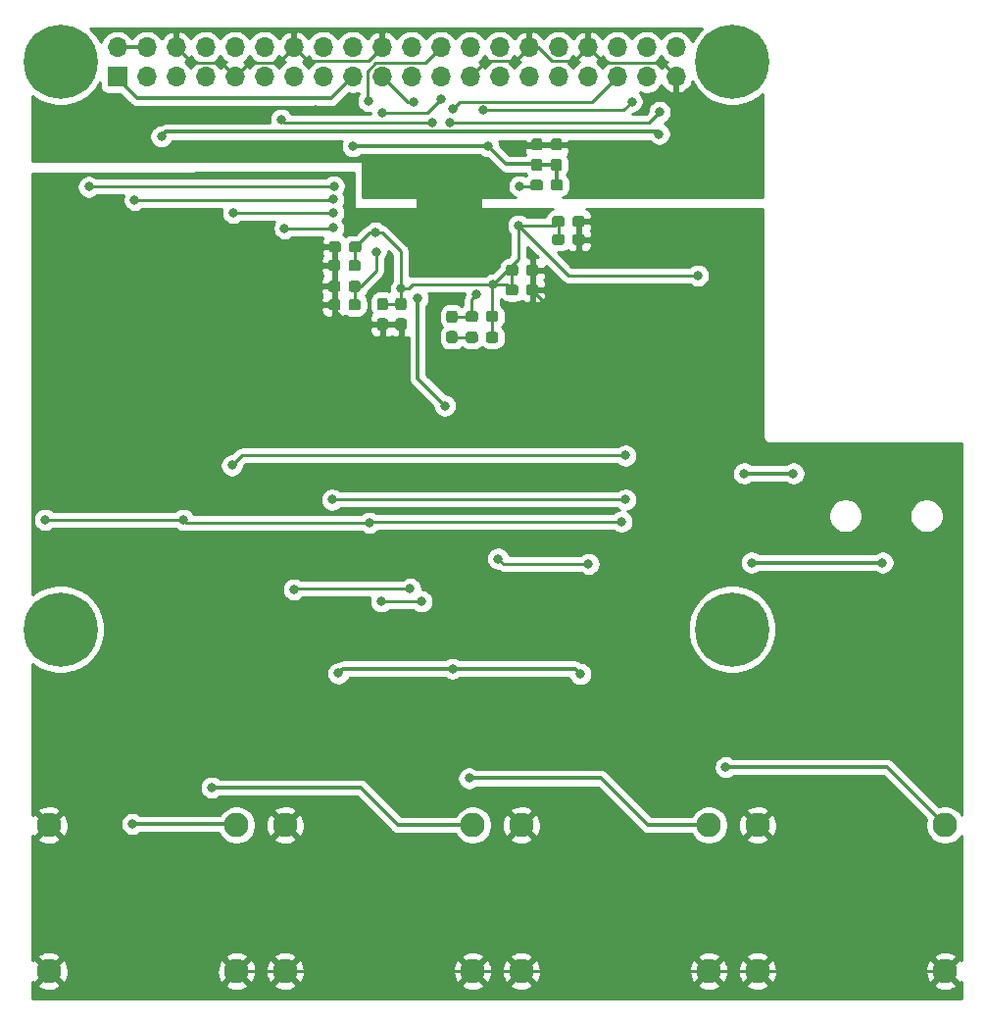
<source format=gbr>
G04 #@! TF.GenerationSoftware,KiCad,Pcbnew,(5.1.5)-3*
G04 #@! TF.CreationDate,2020-08-29T09:18:06-04:00*
G04 #@! TF.ProjectId,AudioBox,41756469-6f42-46f7-982e-6b696361645f,rev?*
G04 #@! TF.SameCoordinates,Original*
G04 #@! TF.FileFunction,Copper,L2,Bot*
G04 #@! TF.FilePolarity,Positive*
%FSLAX46Y46*%
G04 Gerber Fmt 4.6, Leading zero omitted, Abs format (unit mm)*
G04 Created by KiCad (PCBNEW (5.1.5)-3) date 2020-08-29 09:18:06*
%MOMM*%
%LPD*%
G04 APERTURE LIST*
%ADD10C,6.400000*%
%ADD11C,2.108200*%
%ADD12C,0.100000*%
%ADD13O,1.700000X1.700000*%
%ADD14R,1.700000X1.700000*%
%ADD15C,0.800000*%
%ADD16C,0.250000*%
%ADD17C,0.300000*%
%ADD18C,0.254000*%
G04 APERTURE END LIST*
D10*
X42500000Y-72500000D03*
X100500000Y-72500000D03*
X100500000Y-23500000D03*
X42500000Y-23500000D03*
D11*
X102700000Y-102000000D03*
X118899998Y-102000000D03*
X102700000Y-89400000D03*
X118899998Y-89400000D03*
X61900000Y-102000000D03*
X78099998Y-102000000D03*
X61900000Y-89400000D03*
X78099998Y-89400000D03*
X41500000Y-102000000D03*
X57699998Y-102000000D03*
X41500000Y-89400000D03*
X57699998Y-89400000D03*
X82300000Y-102000000D03*
X98499998Y-102000000D03*
X82300000Y-89400000D03*
X98499998Y-89400000D03*
G04 #@! TA.AperFunction,SMDPad,CuDef*
D12*
G36*
X78335779Y-46826144D02*
G01*
X78358834Y-46829563D01*
X78381443Y-46835227D01*
X78403387Y-46843079D01*
X78424457Y-46853044D01*
X78444448Y-46865026D01*
X78463168Y-46878910D01*
X78480438Y-46894562D01*
X78496090Y-46911832D01*
X78509974Y-46930552D01*
X78521956Y-46950543D01*
X78531921Y-46971613D01*
X78539773Y-46993557D01*
X78545437Y-47016166D01*
X78548856Y-47039221D01*
X78550000Y-47062500D01*
X78550000Y-47537500D01*
X78548856Y-47560779D01*
X78545437Y-47583834D01*
X78539773Y-47606443D01*
X78531921Y-47628387D01*
X78521956Y-47649457D01*
X78509974Y-47669448D01*
X78496090Y-47688168D01*
X78480438Y-47705438D01*
X78463168Y-47721090D01*
X78444448Y-47734974D01*
X78424457Y-47746956D01*
X78403387Y-47756921D01*
X78381443Y-47764773D01*
X78358834Y-47770437D01*
X78335779Y-47773856D01*
X78312500Y-47775000D01*
X77737500Y-47775000D01*
X77714221Y-47773856D01*
X77691166Y-47770437D01*
X77668557Y-47764773D01*
X77646613Y-47756921D01*
X77625543Y-47746956D01*
X77605552Y-47734974D01*
X77586832Y-47721090D01*
X77569562Y-47705438D01*
X77553910Y-47688168D01*
X77540026Y-47669448D01*
X77528044Y-47649457D01*
X77518079Y-47628387D01*
X77510227Y-47606443D01*
X77504563Y-47583834D01*
X77501144Y-47560779D01*
X77500000Y-47537500D01*
X77500000Y-47062500D01*
X77501144Y-47039221D01*
X77504563Y-47016166D01*
X77510227Y-46993557D01*
X77518079Y-46971613D01*
X77528044Y-46950543D01*
X77540026Y-46930552D01*
X77553910Y-46911832D01*
X77569562Y-46894562D01*
X77586832Y-46878910D01*
X77605552Y-46865026D01*
X77625543Y-46853044D01*
X77646613Y-46843079D01*
X77668557Y-46835227D01*
X77691166Y-46829563D01*
X77714221Y-46826144D01*
X77737500Y-46825000D01*
X78312500Y-46825000D01*
X78335779Y-46826144D01*
G37*
G04 #@! TD.AperFunction*
G04 #@! TA.AperFunction,SMDPad,CuDef*
G36*
X80085779Y-46826144D02*
G01*
X80108834Y-46829563D01*
X80131443Y-46835227D01*
X80153387Y-46843079D01*
X80174457Y-46853044D01*
X80194448Y-46865026D01*
X80213168Y-46878910D01*
X80230438Y-46894562D01*
X80246090Y-46911832D01*
X80259974Y-46930552D01*
X80271956Y-46950543D01*
X80281921Y-46971613D01*
X80289773Y-46993557D01*
X80295437Y-47016166D01*
X80298856Y-47039221D01*
X80300000Y-47062500D01*
X80300000Y-47537500D01*
X80298856Y-47560779D01*
X80295437Y-47583834D01*
X80289773Y-47606443D01*
X80281921Y-47628387D01*
X80271956Y-47649457D01*
X80259974Y-47669448D01*
X80246090Y-47688168D01*
X80230438Y-47705438D01*
X80213168Y-47721090D01*
X80194448Y-47734974D01*
X80174457Y-47746956D01*
X80153387Y-47756921D01*
X80131443Y-47764773D01*
X80108834Y-47770437D01*
X80085779Y-47773856D01*
X80062500Y-47775000D01*
X79487500Y-47775000D01*
X79464221Y-47773856D01*
X79441166Y-47770437D01*
X79418557Y-47764773D01*
X79396613Y-47756921D01*
X79375543Y-47746956D01*
X79355552Y-47734974D01*
X79336832Y-47721090D01*
X79319562Y-47705438D01*
X79303910Y-47688168D01*
X79290026Y-47669448D01*
X79278044Y-47649457D01*
X79268079Y-47628387D01*
X79260227Y-47606443D01*
X79254563Y-47583834D01*
X79251144Y-47560779D01*
X79250000Y-47537500D01*
X79250000Y-47062500D01*
X79251144Y-47039221D01*
X79254563Y-47016166D01*
X79260227Y-46993557D01*
X79268079Y-46971613D01*
X79278044Y-46950543D01*
X79290026Y-46930552D01*
X79303910Y-46911832D01*
X79319562Y-46894562D01*
X79336832Y-46878910D01*
X79355552Y-46865026D01*
X79375543Y-46853044D01*
X79396613Y-46843079D01*
X79418557Y-46835227D01*
X79441166Y-46829563D01*
X79464221Y-46826144D01*
X79487500Y-46825000D01*
X80062500Y-46825000D01*
X80085779Y-46826144D01*
G37*
G04 #@! TD.AperFunction*
G04 #@! TA.AperFunction,SMDPad,CuDef*
G36*
X83935779Y-33676144D02*
G01*
X83958834Y-33679563D01*
X83981443Y-33685227D01*
X84003387Y-33693079D01*
X84024457Y-33703044D01*
X84044448Y-33715026D01*
X84063168Y-33728910D01*
X84080438Y-33744562D01*
X84096090Y-33761832D01*
X84109974Y-33780552D01*
X84121956Y-33800543D01*
X84131921Y-33821613D01*
X84139773Y-33843557D01*
X84145437Y-33866166D01*
X84148856Y-33889221D01*
X84150000Y-33912500D01*
X84150000Y-34387500D01*
X84148856Y-34410779D01*
X84145437Y-34433834D01*
X84139773Y-34456443D01*
X84131921Y-34478387D01*
X84121956Y-34499457D01*
X84109974Y-34519448D01*
X84096090Y-34538168D01*
X84080438Y-34555438D01*
X84063168Y-34571090D01*
X84044448Y-34584974D01*
X84024457Y-34596956D01*
X84003387Y-34606921D01*
X83981443Y-34614773D01*
X83958834Y-34620437D01*
X83935779Y-34623856D01*
X83912500Y-34625000D01*
X83337500Y-34625000D01*
X83314221Y-34623856D01*
X83291166Y-34620437D01*
X83268557Y-34614773D01*
X83246613Y-34606921D01*
X83225543Y-34596956D01*
X83205552Y-34584974D01*
X83186832Y-34571090D01*
X83169562Y-34555438D01*
X83153910Y-34538168D01*
X83140026Y-34519448D01*
X83128044Y-34499457D01*
X83118079Y-34478387D01*
X83110227Y-34456443D01*
X83104563Y-34433834D01*
X83101144Y-34410779D01*
X83100000Y-34387500D01*
X83100000Y-33912500D01*
X83101144Y-33889221D01*
X83104563Y-33866166D01*
X83110227Y-33843557D01*
X83118079Y-33821613D01*
X83128044Y-33800543D01*
X83140026Y-33780552D01*
X83153910Y-33761832D01*
X83169562Y-33744562D01*
X83186832Y-33728910D01*
X83205552Y-33715026D01*
X83225543Y-33703044D01*
X83246613Y-33693079D01*
X83268557Y-33685227D01*
X83291166Y-33679563D01*
X83314221Y-33676144D01*
X83337500Y-33675000D01*
X83912500Y-33675000D01*
X83935779Y-33676144D01*
G37*
G04 #@! TD.AperFunction*
G04 #@! TA.AperFunction,SMDPad,CuDef*
G36*
X85685779Y-33676144D02*
G01*
X85708834Y-33679563D01*
X85731443Y-33685227D01*
X85753387Y-33693079D01*
X85774457Y-33703044D01*
X85794448Y-33715026D01*
X85813168Y-33728910D01*
X85830438Y-33744562D01*
X85846090Y-33761832D01*
X85859974Y-33780552D01*
X85871956Y-33800543D01*
X85881921Y-33821613D01*
X85889773Y-33843557D01*
X85895437Y-33866166D01*
X85898856Y-33889221D01*
X85900000Y-33912500D01*
X85900000Y-34387500D01*
X85898856Y-34410779D01*
X85895437Y-34433834D01*
X85889773Y-34456443D01*
X85881921Y-34478387D01*
X85871956Y-34499457D01*
X85859974Y-34519448D01*
X85846090Y-34538168D01*
X85830438Y-34555438D01*
X85813168Y-34571090D01*
X85794448Y-34584974D01*
X85774457Y-34596956D01*
X85753387Y-34606921D01*
X85731443Y-34614773D01*
X85708834Y-34620437D01*
X85685779Y-34623856D01*
X85662500Y-34625000D01*
X85087500Y-34625000D01*
X85064221Y-34623856D01*
X85041166Y-34620437D01*
X85018557Y-34614773D01*
X84996613Y-34606921D01*
X84975543Y-34596956D01*
X84955552Y-34584974D01*
X84936832Y-34571090D01*
X84919562Y-34555438D01*
X84903910Y-34538168D01*
X84890026Y-34519448D01*
X84878044Y-34499457D01*
X84868079Y-34478387D01*
X84860227Y-34456443D01*
X84854563Y-34433834D01*
X84851144Y-34410779D01*
X84850000Y-34387500D01*
X84850000Y-33912500D01*
X84851144Y-33889221D01*
X84854563Y-33866166D01*
X84860227Y-33843557D01*
X84868079Y-33821613D01*
X84878044Y-33800543D01*
X84890026Y-33780552D01*
X84903910Y-33761832D01*
X84919562Y-33744562D01*
X84936832Y-33728910D01*
X84955552Y-33715026D01*
X84975543Y-33703044D01*
X84996613Y-33693079D01*
X85018557Y-33685227D01*
X85041166Y-33679563D01*
X85064221Y-33676144D01*
X85087500Y-33675000D01*
X85662500Y-33675000D01*
X85685779Y-33676144D01*
G37*
G04 #@! TD.AperFunction*
G04 #@! TA.AperFunction,SMDPad,CuDef*
G36*
X80085779Y-45026144D02*
G01*
X80108834Y-45029563D01*
X80131443Y-45035227D01*
X80153387Y-45043079D01*
X80174457Y-45053044D01*
X80194448Y-45065026D01*
X80213168Y-45078910D01*
X80230438Y-45094562D01*
X80246090Y-45111832D01*
X80259974Y-45130552D01*
X80271956Y-45150543D01*
X80281921Y-45171613D01*
X80289773Y-45193557D01*
X80295437Y-45216166D01*
X80298856Y-45239221D01*
X80300000Y-45262500D01*
X80300000Y-45737500D01*
X80298856Y-45760779D01*
X80295437Y-45783834D01*
X80289773Y-45806443D01*
X80281921Y-45828387D01*
X80271956Y-45849457D01*
X80259974Y-45869448D01*
X80246090Y-45888168D01*
X80230438Y-45905438D01*
X80213168Y-45921090D01*
X80194448Y-45934974D01*
X80174457Y-45946956D01*
X80153387Y-45956921D01*
X80131443Y-45964773D01*
X80108834Y-45970437D01*
X80085779Y-45973856D01*
X80062500Y-45975000D01*
X79487500Y-45975000D01*
X79464221Y-45973856D01*
X79441166Y-45970437D01*
X79418557Y-45964773D01*
X79396613Y-45956921D01*
X79375543Y-45946956D01*
X79355552Y-45934974D01*
X79336832Y-45921090D01*
X79319562Y-45905438D01*
X79303910Y-45888168D01*
X79290026Y-45869448D01*
X79278044Y-45849457D01*
X79268079Y-45828387D01*
X79260227Y-45806443D01*
X79254563Y-45783834D01*
X79251144Y-45760779D01*
X79250000Y-45737500D01*
X79250000Y-45262500D01*
X79251144Y-45239221D01*
X79254563Y-45216166D01*
X79260227Y-45193557D01*
X79268079Y-45171613D01*
X79278044Y-45150543D01*
X79290026Y-45130552D01*
X79303910Y-45111832D01*
X79319562Y-45094562D01*
X79336832Y-45078910D01*
X79355552Y-45065026D01*
X79375543Y-45053044D01*
X79396613Y-45043079D01*
X79418557Y-45035227D01*
X79441166Y-45029563D01*
X79464221Y-45026144D01*
X79487500Y-45025000D01*
X80062500Y-45025000D01*
X80085779Y-45026144D01*
G37*
G04 #@! TD.AperFunction*
G04 #@! TA.AperFunction,SMDPad,CuDef*
G36*
X78335779Y-45026144D02*
G01*
X78358834Y-45029563D01*
X78381443Y-45035227D01*
X78403387Y-45043079D01*
X78424457Y-45053044D01*
X78444448Y-45065026D01*
X78463168Y-45078910D01*
X78480438Y-45094562D01*
X78496090Y-45111832D01*
X78509974Y-45130552D01*
X78521956Y-45150543D01*
X78531921Y-45171613D01*
X78539773Y-45193557D01*
X78545437Y-45216166D01*
X78548856Y-45239221D01*
X78550000Y-45262500D01*
X78550000Y-45737500D01*
X78548856Y-45760779D01*
X78545437Y-45783834D01*
X78539773Y-45806443D01*
X78531921Y-45828387D01*
X78521956Y-45849457D01*
X78509974Y-45869448D01*
X78496090Y-45888168D01*
X78480438Y-45905438D01*
X78463168Y-45921090D01*
X78444448Y-45934974D01*
X78424457Y-45946956D01*
X78403387Y-45956921D01*
X78381443Y-45964773D01*
X78358834Y-45970437D01*
X78335779Y-45973856D01*
X78312500Y-45975000D01*
X77737500Y-45975000D01*
X77714221Y-45973856D01*
X77691166Y-45970437D01*
X77668557Y-45964773D01*
X77646613Y-45956921D01*
X77625543Y-45946956D01*
X77605552Y-45934974D01*
X77586832Y-45921090D01*
X77569562Y-45905438D01*
X77553910Y-45888168D01*
X77540026Y-45869448D01*
X77528044Y-45849457D01*
X77518079Y-45828387D01*
X77510227Y-45806443D01*
X77504563Y-45783834D01*
X77501144Y-45760779D01*
X77500000Y-45737500D01*
X77500000Y-45262500D01*
X77501144Y-45239221D01*
X77504563Y-45216166D01*
X77510227Y-45193557D01*
X77518079Y-45171613D01*
X77528044Y-45150543D01*
X77540026Y-45130552D01*
X77553910Y-45111832D01*
X77569562Y-45094562D01*
X77586832Y-45078910D01*
X77605552Y-45065026D01*
X77625543Y-45053044D01*
X77646613Y-45043079D01*
X77668557Y-45035227D01*
X77691166Y-45029563D01*
X77714221Y-45026144D01*
X77737500Y-45025000D01*
X78312500Y-45025000D01*
X78335779Y-45026144D01*
G37*
G04 #@! TD.AperFunction*
G04 #@! TA.AperFunction,SMDPad,CuDef*
G36*
X76560779Y-46751144D02*
G01*
X76583834Y-46754563D01*
X76606443Y-46760227D01*
X76628387Y-46768079D01*
X76649457Y-46778044D01*
X76669448Y-46790026D01*
X76688168Y-46803910D01*
X76705438Y-46819562D01*
X76721090Y-46836832D01*
X76734974Y-46855552D01*
X76746956Y-46875543D01*
X76756921Y-46896613D01*
X76764773Y-46918557D01*
X76770437Y-46941166D01*
X76773856Y-46964221D01*
X76775000Y-46987500D01*
X76775000Y-47562500D01*
X76773856Y-47585779D01*
X76770437Y-47608834D01*
X76764773Y-47631443D01*
X76756921Y-47653387D01*
X76746956Y-47674457D01*
X76734974Y-47694448D01*
X76721090Y-47713168D01*
X76705438Y-47730438D01*
X76688168Y-47746090D01*
X76669448Y-47759974D01*
X76649457Y-47771956D01*
X76628387Y-47781921D01*
X76606443Y-47789773D01*
X76583834Y-47795437D01*
X76560779Y-47798856D01*
X76537500Y-47800000D01*
X76062500Y-47800000D01*
X76039221Y-47798856D01*
X76016166Y-47795437D01*
X75993557Y-47789773D01*
X75971613Y-47781921D01*
X75950543Y-47771956D01*
X75930552Y-47759974D01*
X75911832Y-47746090D01*
X75894562Y-47730438D01*
X75878910Y-47713168D01*
X75865026Y-47694448D01*
X75853044Y-47674457D01*
X75843079Y-47653387D01*
X75835227Y-47631443D01*
X75829563Y-47608834D01*
X75826144Y-47585779D01*
X75825000Y-47562500D01*
X75825000Y-46987500D01*
X75826144Y-46964221D01*
X75829563Y-46941166D01*
X75835227Y-46918557D01*
X75843079Y-46896613D01*
X75853044Y-46875543D01*
X75865026Y-46855552D01*
X75878910Y-46836832D01*
X75894562Y-46819562D01*
X75911832Y-46803910D01*
X75930552Y-46790026D01*
X75950543Y-46778044D01*
X75971613Y-46768079D01*
X75993557Y-46760227D01*
X76016166Y-46754563D01*
X76039221Y-46751144D01*
X76062500Y-46750000D01*
X76537500Y-46750000D01*
X76560779Y-46751144D01*
G37*
G04 #@! TD.AperFunction*
G04 #@! TA.AperFunction,SMDPad,CuDef*
G36*
X76560779Y-45001144D02*
G01*
X76583834Y-45004563D01*
X76606443Y-45010227D01*
X76628387Y-45018079D01*
X76649457Y-45028044D01*
X76669448Y-45040026D01*
X76688168Y-45053910D01*
X76705438Y-45069562D01*
X76721090Y-45086832D01*
X76734974Y-45105552D01*
X76746956Y-45125543D01*
X76756921Y-45146613D01*
X76764773Y-45168557D01*
X76770437Y-45191166D01*
X76773856Y-45214221D01*
X76775000Y-45237500D01*
X76775000Y-45812500D01*
X76773856Y-45835779D01*
X76770437Y-45858834D01*
X76764773Y-45881443D01*
X76756921Y-45903387D01*
X76746956Y-45924457D01*
X76734974Y-45944448D01*
X76721090Y-45963168D01*
X76705438Y-45980438D01*
X76688168Y-45996090D01*
X76669448Y-46009974D01*
X76649457Y-46021956D01*
X76628387Y-46031921D01*
X76606443Y-46039773D01*
X76583834Y-46045437D01*
X76560779Y-46048856D01*
X76537500Y-46050000D01*
X76062500Y-46050000D01*
X76039221Y-46048856D01*
X76016166Y-46045437D01*
X75993557Y-46039773D01*
X75971613Y-46031921D01*
X75950543Y-46021956D01*
X75930552Y-46009974D01*
X75911832Y-45996090D01*
X75894562Y-45980438D01*
X75878910Y-45963168D01*
X75865026Y-45944448D01*
X75853044Y-45924457D01*
X75843079Y-45903387D01*
X75835227Y-45881443D01*
X75829563Y-45858834D01*
X75826144Y-45835779D01*
X75825000Y-45812500D01*
X75825000Y-45237500D01*
X75826144Y-45214221D01*
X75829563Y-45191166D01*
X75835227Y-45168557D01*
X75843079Y-45146613D01*
X75853044Y-45125543D01*
X75865026Y-45105552D01*
X75878910Y-45086832D01*
X75894562Y-45069562D01*
X75911832Y-45053910D01*
X75930552Y-45040026D01*
X75950543Y-45028044D01*
X75971613Y-45018079D01*
X75993557Y-45010227D01*
X76016166Y-45004563D01*
X76039221Y-45001144D01*
X76062500Y-45000000D01*
X76537500Y-45000000D01*
X76560779Y-45001144D01*
G37*
G04 #@! TD.AperFunction*
G04 #@! TA.AperFunction,SMDPad,CuDef*
G36*
X68210779Y-44026144D02*
G01*
X68233834Y-44029563D01*
X68256443Y-44035227D01*
X68278387Y-44043079D01*
X68299457Y-44053044D01*
X68319448Y-44065026D01*
X68338168Y-44078910D01*
X68355438Y-44094562D01*
X68371090Y-44111832D01*
X68384974Y-44130552D01*
X68396956Y-44150543D01*
X68406921Y-44171613D01*
X68414773Y-44193557D01*
X68420437Y-44216166D01*
X68423856Y-44239221D01*
X68425000Y-44262500D01*
X68425000Y-44737500D01*
X68423856Y-44760779D01*
X68420437Y-44783834D01*
X68414773Y-44806443D01*
X68406921Y-44828387D01*
X68396956Y-44849457D01*
X68384974Y-44869448D01*
X68371090Y-44888168D01*
X68355438Y-44905438D01*
X68338168Y-44921090D01*
X68319448Y-44934974D01*
X68299457Y-44946956D01*
X68278387Y-44956921D01*
X68256443Y-44964773D01*
X68233834Y-44970437D01*
X68210779Y-44973856D01*
X68187500Y-44975000D01*
X67612500Y-44975000D01*
X67589221Y-44973856D01*
X67566166Y-44970437D01*
X67543557Y-44964773D01*
X67521613Y-44956921D01*
X67500543Y-44946956D01*
X67480552Y-44934974D01*
X67461832Y-44921090D01*
X67444562Y-44905438D01*
X67428910Y-44888168D01*
X67415026Y-44869448D01*
X67403044Y-44849457D01*
X67393079Y-44828387D01*
X67385227Y-44806443D01*
X67379563Y-44783834D01*
X67376144Y-44760779D01*
X67375000Y-44737500D01*
X67375000Y-44262500D01*
X67376144Y-44239221D01*
X67379563Y-44216166D01*
X67385227Y-44193557D01*
X67393079Y-44171613D01*
X67403044Y-44150543D01*
X67415026Y-44130552D01*
X67428910Y-44111832D01*
X67444562Y-44094562D01*
X67461832Y-44078910D01*
X67480552Y-44065026D01*
X67500543Y-44053044D01*
X67521613Y-44043079D01*
X67543557Y-44035227D01*
X67566166Y-44029563D01*
X67589221Y-44026144D01*
X67612500Y-44025000D01*
X68187500Y-44025000D01*
X68210779Y-44026144D01*
G37*
G04 #@! TD.AperFunction*
G04 #@! TA.AperFunction,SMDPad,CuDef*
G36*
X66460779Y-44026144D02*
G01*
X66483834Y-44029563D01*
X66506443Y-44035227D01*
X66528387Y-44043079D01*
X66549457Y-44053044D01*
X66569448Y-44065026D01*
X66588168Y-44078910D01*
X66605438Y-44094562D01*
X66621090Y-44111832D01*
X66634974Y-44130552D01*
X66646956Y-44150543D01*
X66656921Y-44171613D01*
X66664773Y-44193557D01*
X66670437Y-44216166D01*
X66673856Y-44239221D01*
X66675000Y-44262500D01*
X66675000Y-44737500D01*
X66673856Y-44760779D01*
X66670437Y-44783834D01*
X66664773Y-44806443D01*
X66656921Y-44828387D01*
X66646956Y-44849457D01*
X66634974Y-44869448D01*
X66621090Y-44888168D01*
X66605438Y-44905438D01*
X66588168Y-44921090D01*
X66569448Y-44934974D01*
X66549457Y-44946956D01*
X66528387Y-44956921D01*
X66506443Y-44964773D01*
X66483834Y-44970437D01*
X66460779Y-44973856D01*
X66437500Y-44975000D01*
X65862500Y-44975000D01*
X65839221Y-44973856D01*
X65816166Y-44970437D01*
X65793557Y-44964773D01*
X65771613Y-44956921D01*
X65750543Y-44946956D01*
X65730552Y-44934974D01*
X65711832Y-44921090D01*
X65694562Y-44905438D01*
X65678910Y-44888168D01*
X65665026Y-44869448D01*
X65653044Y-44849457D01*
X65643079Y-44828387D01*
X65635227Y-44806443D01*
X65629563Y-44783834D01*
X65626144Y-44760779D01*
X65625000Y-44737500D01*
X65625000Y-44262500D01*
X65626144Y-44239221D01*
X65629563Y-44216166D01*
X65635227Y-44193557D01*
X65643079Y-44171613D01*
X65653044Y-44150543D01*
X65665026Y-44130552D01*
X65678910Y-44111832D01*
X65694562Y-44094562D01*
X65711832Y-44078910D01*
X65730552Y-44065026D01*
X65750543Y-44053044D01*
X65771613Y-44043079D01*
X65793557Y-44035227D01*
X65816166Y-44029563D01*
X65839221Y-44026144D01*
X65862500Y-44025000D01*
X66437500Y-44025000D01*
X66460779Y-44026144D01*
G37*
G04 #@! TD.AperFunction*
G04 #@! TA.AperFunction,SMDPad,CuDef*
G36*
X68210779Y-42426144D02*
G01*
X68233834Y-42429563D01*
X68256443Y-42435227D01*
X68278387Y-42443079D01*
X68299457Y-42453044D01*
X68319448Y-42465026D01*
X68338168Y-42478910D01*
X68355438Y-42494562D01*
X68371090Y-42511832D01*
X68384974Y-42530552D01*
X68396956Y-42550543D01*
X68406921Y-42571613D01*
X68414773Y-42593557D01*
X68420437Y-42616166D01*
X68423856Y-42639221D01*
X68425000Y-42662500D01*
X68425000Y-43137500D01*
X68423856Y-43160779D01*
X68420437Y-43183834D01*
X68414773Y-43206443D01*
X68406921Y-43228387D01*
X68396956Y-43249457D01*
X68384974Y-43269448D01*
X68371090Y-43288168D01*
X68355438Y-43305438D01*
X68338168Y-43321090D01*
X68319448Y-43334974D01*
X68299457Y-43346956D01*
X68278387Y-43356921D01*
X68256443Y-43364773D01*
X68233834Y-43370437D01*
X68210779Y-43373856D01*
X68187500Y-43375000D01*
X67612500Y-43375000D01*
X67589221Y-43373856D01*
X67566166Y-43370437D01*
X67543557Y-43364773D01*
X67521613Y-43356921D01*
X67500543Y-43346956D01*
X67480552Y-43334974D01*
X67461832Y-43321090D01*
X67444562Y-43305438D01*
X67428910Y-43288168D01*
X67415026Y-43269448D01*
X67403044Y-43249457D01*
X67393079Y-43228387D01*
X67385227Y-43206443D01*
X67379563Y-43183834D01*
X67376144Y-43160779D01*
X67375000Y-43137500D01*
X67375000Y-42662500D01*
X67376144Y-42639221D01*
X67379563Y-42616166D01*
X67385227Y-42593557D01*
X67393079Y-42571613D01*
X67403044Y-42550543D01*
X67415026Y-42530552D01*
X67428910Y-42511832D01*
X67444562Y-42494562D01*
X67461832Y-42478910D01*
X67480552Y-42465026D01*
X67500543Y-42453044D01*
X67521613Y-42443079D01*
X67543557Y-42435227D01*
X67566166Y-42429563D01*
X67589221Y-42426144D01*
X67612500Y-42425000D01*
X68187500Y-42425000D01*
X68210779Y-42426144D01*
G37*
G04 #@! TD.AperFunction*
G04 #@! TA.AperFunction,SMDPad,CuDef*
G36*
X66460779Y-42426144D02*
G01*
X66483834Y-42429563D01*
X66506443Y-42435227D01*
X66528387Y-42443079D01*
X66549457Y-42453044D01*
X66569448Y-42465026D01*
X66588168Y-42478910D01*
X66605438Y-42494562D01*
X66621090Y-42511832D01*
X66634974Y-42530552D01*
X66646956Y-42550543D01*
X66656921Y-42571613D01*
X66664773Y-42593557D01*
X66670437Y-42616166D01*
X66673856Y-42639221D01*
X66675000Y-42662500D01*
X66675000Y-43137500D01*
X66673856Y-43160779D01*
X66670437Y-43183834D01*
X66664773Y-43206443D01*
X66656921Y-43228387D01*
X66646956Y-43249457D01*
X66634974Y-43269448D01*
X66621090Y-43288168D01*
X66605438Y-43305438D01*
X66588168Y-43321090D01*
X66569448Y-43334974D01*
X66549457Y-43346956D01*
X66528387Y-43356921D01*
X66506443Y-43364773D01*
X66483834Y-43370437D01*
X66460779Y-43373856D01*
X66437500Y-43375000D01*
X65862500Y-43375000D01*
X65839221Y-43373856D01*
X65816166Y-43370437D01*
X65793557Y-43364773D01*
X65771613Y-43356921D01*
X65750543Y-43346956D01*
X65730552Y-43334974D01*
X65711832Y-43321090D01*
X65694562Y-43305438D01*
X65678910Y-43288168D01*
X65665026Y-43269448D01*
X65653044Y-43249457D01*
X65643079Y-43228387D01*
X65635227Y-43206443D01*
X65629563Y-43183834D01*
X65626144Y-43160779D01*
X65625000Y-43137500D01*
X65625000Y-42662500D01*
X65626144Y-42639221D01*
X65629563Y-42616166D01*
X65635227Y-42593557D01*
X65643079Y-42571613D01*
X65653044Y-42550543D01*
X65665026Y-42530552D01*
X65678910Y-42511832D01*
X65694562Y-42494562D01*
X65711832Y-42478910D01*
X65730552Y-42465026D01*
X65750543Y-42453044D01*
X65771613Y-42443079D01*
X65793557Y-42435227D01*
X65816166Y-42429563D01*
X65839221Y-42426144D01*
X65862500Y-42425000D01*
X66437500Y-42425000D01*
X66460779Y-42426144D01*
G37*
G04 #@! TD.AperFunction*
G04 #@! TA.AperFunction,SMDPad,CuDef*
G36*
X72160779Y-43901144D02*
G01*
X72183834Y-43904563D01*
X72206443Y-43910227D01*
X72228387Y-43918079D01*
X72249457Y-43928044D01*
X72269448Y-43940026D01*
X72288168Y-43953910D01*
X72305438Y-43969562D01*
X72321090Y-43986832D01*
X72334974Y-44005552D01*
X72346956Y-44025543D01*
X72356921Y-44046613D01*
X72364773Y-44068557D01*
X72370437Y-44091166D01*
X72373856Y-44114221D01*
X72375000Y-44137500D01*
X72375000Y-44712500D01*
X72373856Y-44735779D01*
X72370437Y-44758834D01*
X72364773Y-44781443D01*
X72356921Y-44803387D01*
X72346956Y-44824457D01*
X72334974Y-44844448D01*
X72321090Y-44863168D01*
X72305438Y-44880438D01*
X72288168Y-44896090D01*
X72269448Y-44909974D01*
X72249457Y-44921956D01*
X72228387Y-44931921D01*
X72206443Y-44939773D01*
X72183834Y-44945437D01*
X72160779Y-44948856D01*
X72137500Y-44950000D01*
X71662500Y-44950000D01*
X71639221Y-44948856D01*
X71616166Y-44945437D01*
X71593557Y-44939773D01*
X71571613Y-44931921D01*
X71550543Y-44921956D01*
X71530552Y-44909974D01*
X71511832Y-44896090D01*
X71494562Y-44880438D01*
X71478910Y-44863168D01*
X71465026Y-44844448D01*
X71453044Y-44824457D01*
X71443079Y-44803387D01*
X71435227Y-44781443D01*
X71429563Y-44758834D01*
X71426144Y-44735779D01*
X71425000Y-44712500D01*
X71425000Y-44137500D01*
X71426144Y-44114221D01*
X71429563Y-44091166D01*
X71435227Y-44068557D01*
X71443079Y-44046613D01*
X71453044Y-44025543D01*
X71465026Y-44005552D01*
X71478910Y-43986832D01*
X71494562Y-43969562D01*
X71511832Y-43953910D01*
X71530552Y-43940026D01*
X71550543Y-43928044D01*
X71571613Y-43918079D01*
X71593557Y-43910227D01*
X71616166Y-43904563D01*
X71639221Y-43901144D01*
X71662500Y-43900000D01*
X72137500Y-43900000D01*
X72160779Y-43901144D01*
G37*
G04 #@! TD.AperFunction*
G04 #@! TA.AperFunction,SMDPad,CuDef*
G36*
X72160779Y-45651144D02*
G01*
X72183834Y-45654563D01*
X72206443Y-45660227D01*
X72228387Y-45668079D01*
X72249457Y-45678044D01*
X72269448Y-45690026D01*
X72288168Y-45703910D01*
X72305438Y-45719562D01*
X72321090Y-45736832D01*
X72334974Y-45755552D01*
X72346956Y-45775543D01*
X72356921Y-45796613D01*
X72364773Y-45818557D01*
X72370437Y-45841166D01*
X72373856Y-45864221D01*
X72375000Y-45887500D01*
X72375000Y-46462500D01*
X72373856Y-46485779D01*
X72370437Y-46508834D01*
X72364773Y-46531443D01*
X72356921Y-46553387D01*
X72346956Y-46574457D01*
X72334974Y-46594448D01*
X72321090Y-46613168D01*
X72305438Y-46630438D01*
X72288168Y-46646090D01*
X72269448Y-46659974D01*
X72249457Y-46671956D01*
X72228387Y-46681921D01*
X72206443Y-46689773D01*
X72183834Y-46695437D01*
X72160779Y-46698856D01*
X72137500Y-46700000D01*
X71662500Y-46700000D01*
X71639221Y-46698856D01*
X71616166Y-46695437D01*
X71593557Y-46689773D01*
X71571613Y-46681921D01*
X71550543Y-46671956D01*
X71530552Y-46659974D01*
X71511832Y-46646090D01*
X71494562Y-46630438D01*
X71478910Y-46613168D01*
X71465026Y-46594448D01*
X71453044Y-46574457D01*
X71443079Y-46553387D01*
X71435227Y-46531443D01*
X71429563Y-46508834D01*
X71426144Y-46485779D01*
X71425000Y-46462500D01*
X71425000Y-45887500D01*
X71426144Y-45864221D01*
X71429563Y-45841166D01*
X71435227Y-45818557D01*
X71443079Y-45796613D01*
X71453044Y-45775543D01*
X71465026Y-45755552D01*
X71478910Y-45736832D01*
X71494562Y-45719562D01*
X71511832Y-45703910D01*
X71530552Y-45690026D01*
X71550543Y-45678044D01*
X71571613Y-45668079D01*
X71593557Y-45660227D01*
X71616166Y-45654563D01*
X71639221Y-45651144D01*
X71662500Y-45650000D01*
X72137500Y-45650000D01*
X72160779Y-45651144D01*
G37*
G04 #@! TD.AperFunction*
G04 #@! TA.AperFunction,SMDPad,CuDef*
G36*
X70560779Y-43901144D02*
G01*
X70583834Y-43904563D01*
X70606443Y-43910227D01*
X70628387Y-43918079D01*
X70649457Y-43928044D01*
X70669448Y-43940026D01*
X70688168Y-43953910D01*
X70705438Y-43969562D01*
X70721090Y-43986832D01*
X70734974Y-44005552D01*
X70746956Y-44025543D01*
X70756921Y-44046613D01*
X70764773Y-44068557D01*
X70770437Y-44091166D01*
X70773856Y-44114221D01*
X70775000Y-44137500D01*
X70775000Y-44712500D01*
X70773856Y-44735779D01*
X70770437Y-44758834D01*
X70764773Y-44781443D01*
X70756921Y-44803387D01*
X70746956Y-44824457D01*
X70734974Y-44844448D01*
X70721090Y-44863168D01*
X70705438Y-44880438D01*
X70688168Y-44896090D01*
X70669448Y-44909974D01*
X70649457Y-44921956D01*
X70628387Y-44931921D01*
X70606443Y-44939773D01*
X70583834Y-44945437D01*
X70560779Y-44948856D01*
X70537500Y-44950000D01*
X70062500Y-44950000D01*
X70039221Y-44948856D01*
X70016166Y-44945437D01*
X69993557Y-44939773D01*
X69971613Y-44931921D01*
X69950543Y-44921956D01*
X69930552Y-44909974D01*
X69911832Y-44896090D01*
X69894562Y-44880438D01*
X69878910Y-44863168D01*
X69865026Y-44844448D01*
X69853044Y-44824457D01*
X69843079Y-44803387D01*
X69835227Y-44781443D01*
X69829563Y-44758834D01*
X69826144Y-44735779D01*
X69825000Y-44712500D01*
X69825000Y-44137500D01*
X69826144Y-44114221D01*
X69829563Y-44091166D01*
X69835227Y-44068557D01*
X69843079Y-44046613D01*
X69853044Y-44025543D01*
X69865026Y-44005552D01*
X69878910Y-43986832D01*
X69894562Y-43969562D01*
X69911832Y-43953910D01*
X69930552Y-43940026D01*
X69950543Y-43928044D01*
X69971613Y-43918079D01*
X69993557Y-43910227D01*
X70016166Y-43904563D01*
X70039221Y-43901144D01*
X70062500Y-43900000D01*
X70537500Y-43900000D01*
X70560779Y-43901144D01*
G37*
G04 #@! TD.AperFunction*
G04 #@! TA.AperFunction,SMDPad,CuDef*
G36*
X70560779Y-45651144D02*
G01*
X70583834Y-45654563D01*
X70606443Y-45660227D01*
X70628387Y-45668079D01*
X70649457Y-45678044D01*
X70669448Y-45690026D01*
X70688168Y-45703910D01*
X70705438Y-45719562D01*
X70721090Y-45736832D01*
X70734974Y-45755552D01*
X70746956Y-45775543D01*
X70756921Y-45796613D01*
X70764773Y-45818557D01*
X70770437Y-45841166D01*
X70773856Y-45864221D01*
X70775000Y-45887500D01*
X70775000Y-46462500D01*
X70773856Y-46485779D01*
X70770437Y-46508834D01*
X70764773Y-46531443D01*
X70756921Y-46553387D01*
X70746956Y-46574457D01*
X70734974Y-46594448D01*
X70721090Y-46613168D01*
X70705438Y-46630438D01*
X70688168Y-46646090D01*
X70669448Y-46659974D01*
X70649457Y-46671956D01*
X70628387Y-46681921D01*
X70606443Y-46689773D01*
X70583834Y-46695437D01*
X70560779Y-46698856D01*
X70537500Y-46700000D01*
X70062500Y-46700000D01*
X70039221Y-46698856D01*
X70016166Y-46695437D01*
X69993557Y-46689773D01*
X69971613Y-46681921D01*
X69950543Y-46671956D01*
X69930552Y-46659974D01*
X69911832Y-46646090D01*
X69894562Y-46630438D01*
X69878910Y-46613168D01*
X69865026Y-46594448D01*
X69853044Y-46574457D01*
X69843079Y-46553387D01*
X69835227Y-46531443D01*
X69829563Y-46508834D01*
X69826144Y-46485779D01*
X69825000Y-46462500D01*
X69825000Y-45887500D01*
X69826144Y-45864221D01*
X69829563Y-45841166D01*
X69835227Y-45818557D01*
X69843079Y-45796613D01*
X69853044Y-45775543D01*
X69865026Y-45755552D01*
X69878910Y-45736832D01*
X69894562Y-45719562D01*
X69911832Y-45703910D01*
X69930552Y-45690026D01*
X69950543Y-45678044D01*
X69971613Y-45668079D01*
X69993557Y-45660227D01*
X70016166Y-45654563D01*
X70039221Y-45651144D01*
X70062500Y-45650000D01*
X70537500Y-45650000D01*
X70560779Y-45651144D01*
G37*
G04 #@! TD.AperFunction*
G04 #@! TA.AperFunction,SMDPad,CuDef*
G36*
X85810779Y-38376144D02*
G01*
X85833834Y-38379563D01*
X85856443Y-38385227D01*
X85878387Y-38393079D01*
X85899457Y-38403044D01*
X85919448Y-38415026D01*
X85938168Y-38428910D01*
X85955438Y-38444562D01*
X85971090Y-38461832D01*
X85984974Y-38480552D01*
X85996956Y-38500543D01*
X86006921Y-38521613D01*
X86014773Y-38543557D01*
X86020437Y-38566166D01*
X86023856Y-38589221D01*
X86025000Y-38612500D01*
X86025000Y-39087500D01*
X86023856Y-39110779D01*
X86020437Y-39133834D01*
X86014773Y-39156443D01*
X86006921Y-39178387D01*
X85996956Y-39199457D01*
X85984974Y-39219448D01*
X85971090Y-39238168D01*
X85955438Y-39255438D01*
X85938168Y-39271090D01*
X85919448Y-39284974D01*
X85899457Y-39296956D01*
X85878387Y-39306921D01*
X85856443Y-39314773D01*
X85833834Y-39320437D01*
X85810779Y-39323856D01*
X85787500Y-39325000D01*
X85212500Y-39325000D01*
X85189221Y-39323856D01*
X85166166Y-39320437D01*
X85143557Y-39314773D01*
X85121613Y-39306921D01*
X85100543Y-39296956D01*
X85080552Y-39284974D01*
X85061832Y-39271090D01*
X85044562Y-39255438D01*
X85028910Y-39238168D01*
X85015026Y-39219448D01*
X85003044Y-39199457D01*
X84993079Y-39178387D01*
X84985227Y-39156443D01*
X84979563Y-39133834D01*
X84976144Y-39110779D01*
X84975000Y-39087500D01*
X84975000Y-38612500D01*
X84976144Y-38589221D01*
X84979563Y-38566166D01*
X84985227Y-38543557D01*
X84993079Y-38521613D01*
X85003044Y-38500543D01*
X85015026Y-38480552D01*
X85028910Y-38461832D01*
X85044562Y-38444562D01*
X85061832Y-38428910D01*
X85080552Y-38415026D01*
X85100543Y-38403044D01*
X85121613Y-38393079D01*
X85143557Y-38385227D01*
X85166166Y-38379563D01*
X85189221Y-38376144D01*
X85212500Y-38375000D01*
X85787500Y-38375000D01*
X85810779Y-38376144D01*
G37*
G04 #@! TD.AperFunction*
G04 #@! TA.AperFunction,SMDPad,CuDef*
G36*
X87560779Y-38376144D02*
G01*
X87583834Y-38379563D01*
X87606443Y-38385227D01*
X87628387Y-38393079D01*
X87649457Y-38403044D01*
X87669448Y-38415026D01*
X87688168Y-38428910D01*
X87705438Y-38444562D01*
X87721090Y-38461832D01*
X87734974Y-38480552D01*
X87746956Y-38500543D01*
X87756921Y-38521613D01*
X87764773Y-38543557D01*
X87770437Y-38566166D01*
X87773856Y-38589221D01*
X87775000Y-38612500D01*
X87775000Y-39087500D01*
X87773856Y-39110779D01*
X87770437Y-39133834D01*
X87764773Y-39156443D01*
X87756921Y-39178387D01*
X87746956Y-39199457D01*
X87734974Y-39219448D01*
X87721090Y-39238168D01*
X87705438Y-39255438D01*
X87688168Y-39271090D01*
X87669448Y-39284974D01*
X87649457Y-39296956D01*
X87628387Y-39306921D01*
X87606443Y-39314773D01*
X87583834Y-39320437D01*
X87560779Y-39323856D01*
X87537500Y-39325000D01*
X86962500Y-39325000D01*
X86939221Y-39323856D01*
X86916166Y-39320437D01*
X86893557Y-39314773D01*
X86871613Y-39306921D01*
X86850543Y-39296956D01*
X86830552Y-39284974D01*
X86811832Y-39271090D01*
X86794562Y-39255438D01*
X86778910Y-39238168D01*
X86765026Y-39219448D01*
X86753044Y-39199457D01*
X86743079Y-39178387D01*
X86735227Y-39156443D01*
X86729563Y-39133834D01*
X86726144Y-39110779D01*
X86725000Y-39087500D01*
X86725000Y-38612500D01*
X86726144Y-38589221D01*
X86729563Y-38566166D01*
X86735227Y-38543557D01*
X86743079Y-38521613D01*
X86753044Y-38500543D01*
X86765026Y-38480552D01*
X86778910Y-38461832D01*
X86794562Y-38444562D01*
X86811832Y-38428910D01*
X86830552Y-38415026D01*
X86850543Y-38403044D01*
X86871613Y-38393079D01*
X86893557Y-38385227D01*
X86916166Y-38379563D01*
X86939221Y-38376144D01*
X86962500Y-38375000D01*
X87537500Y-38375000D01*
X87560779Y-38376144D01*
G37*
G04 #@! TD.AperFunction*
G04 #@! TA.AperFunction,SMDPad,CuDef*
G36*
X85810779Y-36826144D02*
G01*
X85833834Y-36829563D01*
X85856443Y-36835227D01*
X85878387Y-36843079D01*
X85899457Y-36853044D01*
X85919448Y-36865026D01*
X85938168Y-36878910D01*
X85955438Y-36894562D01*
X85971090Y-36911832D01*
X85984974Y-36930552D01*
X85996956Y-36950543D01*
X86006921Y-36971613D01*
X86014773Y-36993557D01*
X86020437Y-37016166D01*
X86023856Y-37039221D01*
X86025000Y-37062500D01*
X86025000Y-37537500D01*
X86023856Y-37560779D01*
X86020437Y-37583834D01*
X86014773Y-37606443D01*
X86006921Y-37628387D01*
X85996956Y-37649457D01*
X85984974Y-37669448D01*
X85971090Y-37688168D01*
X85955438Y-37705438D01*
X85938168Y-37721090D01*
X85919448Y-37734974D01*
X85899457Y-37746956D01*
X85878387Y-37756921D01*
X85856443Y-37764773D01*
X85833834Y-37770437D01*
X85810779Y-37773856D01*
X85787500Y-37775000D01*
X85212500Y-37775000D01*
X85189221Y-37773856D01*
X85166166Y-37770437D01*
X85143557Y-37764773D01*
X85121613Y-37756921D01*
X85100543Y-37746956D01*
X85080552Y-37734974D01*
X85061832Y-37721090D01*
X85044562Y-37705438D01*
X85028910Y-37688168D01*
X85015026Y-37669448D01*
X85003044Y-37649457D01*
X84993079Y-37628387D01*
X84985227Y-37606443D01*
X84979563Y-37583834D01*
X84976144Y-37560779D01*
X84975000Y-37537500D01*
X84975000Y-37062500D01*
X84976144Y-37039221D01*
X84979563Y-37016166D01*
X84985227Y-36993557D01*
X84993079Y-36971613D01*
X85003044Y-36950543D01*
X85015026Y-36930552D01*
X85028910Y-36911832D01*
X85044562Y-36894562D01*
X85061832Y-36878910D01*
X85080552Y-36865026D01*
X85100543Y-36853044D01*
X85121613Y-36843079D01*
X85143557Y-36835227D01*
X85166166Y-36829563D01*
X85189221Y-36826144D01*
X85212500Y-36825000D01*
X85787500Y-36825000D01*
X85810779Y-36826144D01*
G37*
G04 #@! TD.AperFunction*
G04 #@! TA.AperFunction,SMDPad,CuDef*
G36*
X87560779Y-36826144D02*
G01*
X87583834Y-36829563D01*
X87606443Y-36835227D01*
X87628387Y-36843079D01*
X87649457Y-36853044D01*
X87669448Y-36865026D01*
X87688168Y-36878910D01*
X87705438Y-36894562D01*
X87721090Y-36911832D01*
X87734974Y-36930552D01*
X87746956Y-36950543D01*
X87756921Y-36971613D01*
X87764773Y-36993557D01*
X87770437Y-37016166D01*
X87773856Y-37039221D01*
X87775000Y-37062500D01*
X87775000Y-37537500D01*
X87773856Y-37560779D01*
X87770437Y-37583834D01*
X87764773Y-37606443D01*
X87756921Y-37628387D01*
X87746956Y-37649457D01*
X87734974Y-37669448D01*
X87721090Y-37688168D01*
X87705438Y-37705438D01*
X87688168Y-37721090D01*
X87669448Y-37734974D01*
X87649457Y-37746956D01*
X87628387Y-37756921D01*
X87606443Y-37764773D01*
X87583834Y-37770437D01*
X87560779Y-37773856D01*
X87537500Y-37775000D01*
X86962500Y-37775000D01*
X86939221Y-37773856D01*
X86916166Y-37770437D01*
X86893557Y-37764773D01*
X86871613Y-37756921D01*
X86850543Y-37746956D01*
X86830552Y-37734974D01*
X86811832Y-37721090D01*
X86794562Y-37705438D01*
X86778910Y-37688168D01*
X86765026Y-37669448D01*
X86753044Y-37649457D01*
X86743079Y-37628387D01*
X86735227Y-37606443D01*
X86729563Y-37583834D01*
X86726144Y-37560779D01*
X86725000Y-37537500D01*
X86725000Y-37062500D01*
X86726144Y-37039221D01*
X86729563Y-37016166D01*
X86735227Y-36993557D01*
X86743079Y-36971613D01*
X86753044Y-36950543D01*
X86765026Y-36930552D01*
X86778910Y-36911832D01*
X86794562Y-36894562D01*
X86811832Y-36878910D01*
X86830552Y-36865026D01*
X86850543Y-36853044D01*
X86871613Y-36843079D01*
X86893557Y-36835227D01*
X86916166Y-36829563D01*
X86939221Y-36826144D01*
X86962500Y-36825000D01*
X87537500Y-36825000D01*
X87560779Y-36826144D01*
G37*
G04 #@! TD.AperFunction*
G04 #@! TA.AperFunction,SMDPad,CuDef*
G36*
X68260779Y-39026144D02*
G01*
X68283834Y-39029563D01*
X68306443Y-39035227D01*
X68328387Y-39043079D01*
X68349457Y-39053044D01*
X68369448Y-39065026D01*
X68388168Y-39078910D01*
X68405438Y-39094562D01*
X68421090Y-39111832D01*
X68434974Y-39130552D01*
X68446956Y-39150543D01*
X68456921Y-39171613D01*
X68464773Y-39193557D01*
X68470437Y-39216166D01*
X68473856Y-39239221D01*
X68475000Y-39262500D01*
X68475000Y-39737500D01*
X68473856Y-39760779D01*
X68470437Y-39783834D01*
X68464773Y-39806443D01*
X68456921Y-39828387D01*
X68446956Y-39849457D01*
X68434974Y-39869448D01*
X68421090Y-39888168D01*
X68405438Y-39905438D01*
X68388168Y-39921090D01*
X68369448Y-39934974D01*
X68349457Y-39946956D01*
X68328387Y-39956921D01*
X68306443Y-39964773D01*
X68283834Y-39970437D01*
X68260779Y-39973856D01*
X68237500Y-39975000D01*
X67662500Y-39975000D01*
X67639221Y-39973856D01*
X67616166Y-39970437D01*
X67593557Y-39964773D01*
X67571613Y-39956921D01*
X67550543Y-39946956D01*
X67530552Y-39934974D01*
X67511832Y-39921090D01*
X67494562Y-39905438D01*
X67478910Y-39888168D01*
X67465026Y-39869448D01*
X67453044Y-39849457D01*
X67443079Y-39828387D01*
X67435227Y-39806443D01*
X67429563Y-39783834D01*
X67426144Y-39760779D01*
X67425000Y-39737500D01*
X67425000Y-39262500D01*
X67426144Y-39239221D01*
X67429563Y-39216166D01*
X67435227Y-39193557D01*
X67443079Y-39171613D01*
X67453044Y-39150543D01*
X67465026Y-39130552D01*
X67478910Y-39111832D01*
X67494562Y-39094562D01*
X67511832Y-39078910D01*
X67530552Y-39065026D01*
X67550543Y-39053044D01*
X67571613Y-39043079D01*
X67593557Y-39035227D01*
X67616166Y-39029563D01*
X67639221Y-39026144D01*
X67662500Y-39025000D01*
X68237500Y-39025000D01*
X68260779Y-39026144D01*
G37*
G04 #@! TD.AperFunction*
G04 #@! TA.AperFunction,SMDPad,CuDef*
G36*
X66510779Y-39026144D02*
G01*
X66533834Y-39029563D01*
X66556443Y-39035227D01*
X66578387Y-39043079D01*
X66599457Y-39053044D01*
X66619448Y-39065026D01*
X66638168Y-39078910D01*
X66655438Y-39094562D01*
X66671090Y-39111832D01*
X66684974Y-39130552D01*
X66696956Y-39150543D01*
X66706921Y-39171613D01*
X66714773Y-39193557D01*
X66720437Y-39216166D01*
X66723856Y-39239221D01*
X66725000Y-39262500D01*
X66725000Y-39737500D01*
X66723856Y-39760779D01*
X66720437Y-39783834D01*
X66714773Y-39806443D01*
X66706921Y-39828387D01*
X66696956Y-39849457D01*
X66684974Y-39869448D01*
X66671090Y-39888168D01*
X66655438Y-39905438D01*
X66638168Y-39921090D01*
X66619448Y-39934974D01*
X66599457Y-39946956D01*
X66578387Y-39956921D01*
X66556443Y-39964773D01*
X66533834Y-39970437D01*
X66510779Y-39973856D01*
X66487500Y-39975000D01*
X65912500Y-39975000D01*
X65889221Y-39973856D01*
X65866166Y-39970437D01*
X65843557Y-39964773D01*
X65821613Y-39956921D01*
X65800543Y-39946956D01*
X65780552Y-39934974D01*
X65761832Y-39921090D01*
X65744562Y-39905438D01*
X65728910Y-39888168D01*
X65715026Y-39869448D01*
X65703044Y-39849457D01*
X65693079Y-39828387D01*
X65685227Y-39806443D01*
X65679563Y-39783834D01*
X65676144Y-39760779D01*
X65675000Y-39737500D01*
X65675000Y-39262500D01*
X65676144Y-39239221D01*
X65679563Y-39216166D01*
X65685227Y-39193557D01*
X65693079Y-39171613D01*
X65703044Y-39150543D01*
X65715026Y-39130552D01*
X65728910Y-39111832D01*
X65744562Y-39094562D01*
X65761832Y-39078910D01*
X65780552Y-39065026D01*
X65800543Y-39053044D01*
X65821613Y-39043079D01*
X65843557Y-39035227D01*
X65866166Y-39029563D01*
X65889221Y-39026144D01*
X65912500Y-39025000D01*
X66487500Y-39025000D01*
X66510779Y-39026144D01*
G37*
G04 #@! TD.AperFunction*
G04 #@! TA.AperFunction,SMDPad,CuDef*
G36*
X68210779Y-40626144D02*
G01*
X68233834Y-40629563D01*
X68256443Y-40635227D01*
X68278387Y-40643079D01*
X68299457Y-40653044D01*
X68319448Y-40665026D01*
X68338168Y-40678910D01*
X68355438Y-40694562D01*
X68371090Y-40711832D01*
X68384974Y-40730552D01*
X68396956Y-40750543D01*
X68406921Y-40771613D01*
X68414773Y-40793557D01*
X68420437Y-40816166D01*
X68423856Y-40839221D01*
X68425000Y-40862500D01*
X68425000Y-41337500D01*
X68423856Y-41360779D01*
X68420437Y-41383834D01*
X68414773Y-41406443D01*
X68406921Y-41428387D01*
X68396956Y-41449457D01*
X68384974Y-41469448D01*
X68371090Y-41488168D01*
X68355438Y-41505438D01*
X68338168Y-41521090D01*
X68319448Y-41534974D01*
X68299457Y-41546956D01*
X68278387Y-41556921D01*
X68256443Y-41564773D01*
X68233834Y-41570437D01*
X68210779Y-41573856D01*
X68187500Y-41575000D01*
X67612500Y-41575000D01*
X67589221Y-41573856D01*
X67566166Y-41570437D01*
X67543557Y-41564773D01*
X67521613Y-41556921D01*
X67500543Y-41546956D01*
X67480552Y-41534974D01*
X67461832Y-41521090D01*
X67444562Y-41505438D01*
X67428910Y-41488168D01*
X67415026Y-41469448D01*
X67403044Y-41449457D01*
X67393079Y-41428387D01*
X67385227Y-41406443D01*
X67379563Y-41383834D01*
X67376144Y-41360779D01*
X67375000Y-41337500D01*
X67375000Y-40862500D01*
X67376144Y-40839221D01*
X67379563Y-40816166D01*
X67385227Y-40793557D01*
X67393079Y-40771613D01*
X67403044Y-40750543D01*
X67415026Y-40730552D01*
X67428910Y-40711832D01*
X67444562Y-40694562D01*
X67461832Y-40678910D01*
X67480552Y-40665026D01*
X67500543Y-40653044D01*
X67521613Y-40643079D01*
X67543557Y-40635227D01*
X67566166Y-40629563D01*
X67589221Y-40626144D01*
X67612500Y-40625000D01*
X68187500Y-40625000D01*
X68210779Y-40626144D01*
G37*
G04 #@! TD.AperFunction*
G04 #@! TA.AperFunction,SMDPad,CuDef*
G36*
X66460779Y-40626144D02*
G01*
X66483834Y-40629563D01*
X66506443Y-40635227D01*
X66528387Y-40643079D01*
X66549457Y-40653044D01*
X66569448Y-40665026D01*
X66588168Y-40678910D01*
X66605438Y-40694562D01*
X66621090Y-40711832D01*
X66634974Y-40730552D01*
X66646956Y-40750543D01*
X66656921Y-40771613D01*
X66664773Y-40793557D01*
X66670437Y-40816166D01*
X66673856Y-40839221D01*
X66675000Y-40862500D01*
X66675000Y-41337500D01*
X66673856Y-41360779D01*
X66670437Y-41383834D01*
X66664773Y-41406443D01*
X66656921Y-41428387D01*
X66646956Y-41449457D01*
X66634974Y-41469448D01*
X66621090Y-41488168D01*
X66605438Y-41505438D01*
X66588168Y-41521090D01*
X66569448Y-41534974D01*
X66549457Y-41546956D01*
X66528387Y-41556921D01*
X66506443Y-41564773D01*
X66483834Y-41570437D01*
X66460779Y-41573856D01*
X66437500Y-41575000D01*
X65862500Y-41575000D01*
X65839221Y-41573856D01*
X65816166Y-41570437D01*
X65793557Y-41564773D01*
X65771613Y-41556921D01*
X65750543Y-41546956D01*
X65730552Y-41534974D01*
X65711832Y-41521090D01*
X65694562Y-41505438D01*
X65678910Y-41488168D01*
X65665026Y-41469448D01*
X65653044Y-41449457D01*
X65643079Y-41428387D01*
X65635227Y-41406443D01*
X65629563Y-41383834D01*
X65626144Y-41360779D01*
X65625000Y-41337500D01*
X65625000Y-40862500D01*
X65626144Y-40839221D01*
X65629563Y-40816166D01*
X65635227Y-40793557D01*
X65643079Y-40771613D01*
X65653044Y-40750543D01*
X65665026Y-40730552D01*
X65678910Y-40711832D01*
X65694562Y-40694562D01*
X65711832Y-40678910D01*
X65730552Y-40665026D01*
X65750543Y-40653044D01*
X65771613Y-40643079D01*
X65793557Y-40635227D01*
X65816166Y-40629563D01*
X65839221Y-40626144D01*
X65862500Y-40625000D01*
X66437500Y-40625000D01*
X66460779Y-40626144D01*
G37*
G04 #@! TD.AperFunction*
G04 #@! TA.AperFunction,SMDPad,CuDef*
G36*
X81810779Y-42726144D02*
G01*
X81833834Y-42729563D01*
X81856443Y-42735227D01*
X81878387Y-42743079D01*
X81899457Y-42753044D01*
X81919448Y-42765026D01*
X81938168Y-42778910D01*
X81955438Y-42794562D01*
X81971090Y-42811832D01*
X81984974Y-42830552D01*
X81996956Y-42850543D01*
X82006921Y-42871613D01*
X82014773Y-42893557D01*
X82020437Y-42916166D01*
X82023856Y-42939221D01*
X82025000Y-42962500D01*
X82025000Y-43437500D01*
X82023856Y-43460779D01*
X82020437Y-43483834D01*
X82014773Y-43506443D01*
X82006921Y-43528387D01*
X81996956Y-43549457D01*
X81984974Y-43569448D01*
X81971090Y-43588168D01*
X81955438Y-43605438D01*
X81938168Y-43621090D01*
X81919448Y-43634974D01*
X81899457Y-43646956D01*
X81878387Y-43656921D01*
X81856443Y-43664773D01*
X81833834Y-43670437D01*
X81810779Y-43673856D01*
X81787500Y-43675000D01*
X81212500Y-43675000D01*
X81189221Y-43673856D01*
X81166166Y-43670437D01*
X81143557Y-43664773D01*
X81121613Y-43656921D01*
X81100543Y-43646956D01*
X81080552Y-43634974D01*
X81061832Y-43621090D01*
X81044562Y-43605438D01*
X81028910Y-43588168D01*
X81015026Y-43569448D01*
X81003044Y-43549457D01*
X80993079Y-43528387D01*
X80985227Y-43506443D01*
X80979563Y-43483834D01*
X80976144Y-43460779D01*
X80975000Y-43437500D01*
X80975000Y-42962500D01*
X80976144Y-42939221D01*
X80979563Y-42916166D01*
X80985227Y-42893557D01*
X80993079Y-42871613D01*
X81003044Y-42850543D01*
X81015026Y-42830552D01*
X81028910Y-42811832D01*
X81044562Y-42794562D01*
X81061832Y-42778910D01*
X81080552Y-42765026D01*
X81100543Y-42753044D01*
X81121613Y-42743079D01*
X81143557Y-42735227D01*
X81166166Y-42729563D01*
X81189221Y-42726144D01*
X81212500Y-42725000D01*
X81787500Y-42725000D01*
X81810779Y-42726144D01*
G37*
G04 #@! TD.AperFunction*
G04 #@! TA.AperFunction,SMDPad,CuDef*
G36*
X83560779Y-42726144D02*
G01*
X83583834Y-42729563D01*
X83606443Y-42735227D01*
X83628387Y-42743079D01*
X83649457Y-42753044D01*
X83669448Y-42765026D01*
X83688168Y-42778910D01*
X83705438Y-42794562D01*
X83721090Y-42811832D01*
X83734974Y-42830552D01*
X83746956Y-42850543D01*
X83756921Y-42871613D01*
X83764773Y-42893557D01*
X83770437Y-42916166D01*
X83773856Y-42939221D01*
X83775000Y-42962500D01*
X83775000Y-43437500D01*
X83773856Y-43460779D01*
X83770437Y-43483834D01*
X83764773Y-43506443D01*
X83756921Y-43528387D01*
X83746956Y-43549457D01*
X83734974Y-43569448D01*
X83721090Y-43588168D01*
X83705438Y-43605438D01*
X83688168Y-43621090D01*
X83669448Y-43634974D01*
X83649457Y-43646956D01*
X83628387Y-43656921D01*
X83606443Y-43664773D01*
X83583834Y-43670437D01*
X83560779Y-43673856D01*
X83537500Y-43675000D01*
X82962500Y-43675000D01*
X82939221Y-43673856D01*
X82916166Y-43670437D01*
X82893557Y-43664773D01*
X82871613Y-43656921D01*
X82850543Y-43646956D01*
X82830552Y-43634974D01*
X82811832Y-43621090D01*
X82794562Y-43605438D01*
X82778910Y-43588168D01*
X82765026Y-43569448D01*
X82753044Y-43549457D01*
X82743079Y-43528387D01*
X82735227Y-43506443D01*
X82729563Y-43483834D01*
X82726144Y-43460779D01*
X82725000Y-43437500D01*
X82725000Y-42962500D01*
X82726144Y-42939221D01*
X82729563Y-42916166D01*
X82735227Y-42893557D01*
X82743079Y-42871613D01*
X82753044Y-42850543D01*
X82765026Y-42830552D01*
X82778910Y-42811832D01*
X82794562Y-42794562D01*
X82811832Y-42778910D01*
X82830552Y-42765026D01*
X82850543Y-42753044D01*
X82871613Y-42743079D01*
X82893557Y-42735227D01*
X82916166Y-42729563D01*
X82939221Y-42726144D01*
X82962500Y-42725000D01*
X83537500Y-42725000D01*
X83560779Y-42726144D01*
G37*
G04 #@! TD.AperFunction*
G04 #@! TA.AperFunction,SMDPad,CuDef*
G36*
X81810779Y-41026144D02*
G01*
X81833834Y-41029563D01*
X81856443Y-41035227D01*
X81878387Y-41043079D01*
X81899457Y-41053044D01*
X81919448Y-41065026D01*
X81938168Y-41078910D01*
X81955438Y-41094562D01*
X81971090Y-41111832D01*
X81984974Y-41130552D01*
X81996956Y-41150543D01*
X82006921Y-41171613D01*
X82014773Y-41193557D01*
X82020437Y-41216166D01*
X82023856Y-41239221D01*
X82025000Y-41262500D01*
X82025000Y-41737500D01*
X82023856Y-41760779D01*
X82020437Y-41783834D01*
X82014773Y-41806443D01*
X82006921Y-41828387D01*
X81996956Y-41849457D01*
X81984974Y-41869448D01*
X81971090Y-41888168D01*
X81955438Y-41905438D01*
X81938168Y-41921090D01*
X81919448Y-41934974D01*
X81899457Y-41946956D01*
X81878387Y-41956921D01*
X81856443Y-41964773D01*
X81833834Y-41970437D01*
X81810779Y-41973856D01*
X81787500Y-41975000D01*
X81212500Y-41975000D01*
X81189221Y-41973856D01*
X81166166Y-41970437D01*
X81143557Y-41964773D01*
X81121613Y-41956921D01*
X81100543Y-41946956D01*
X81080552Y-41934974D01*
X81061832Y-41921090D01*
X81044562Y-41905438D01*
X81028910Y-41888168D01*
X81015026Y-41869448D01*
X81003044Y-41849457D01*
X80993079Y-41828387D01*
X80985227Y-41806443D01*
X80979563Y-41783834D01*
X80976144Y-41760779D01*
X80975000Y-41737500D01*
X80975000Y-41262500D01*
X80976144Y-41239221D01*
X80979563Y-41216166D01*
X80985227Y-41193557D01*
X80993079Y-41171613D01*
X81003044Y-41150543D01*
X81015026Y-41130552D01*
X81028910Y-41111832D01*
X81044562Y-41094562D01*
X81061832Y-41078910D01*
X81080552Y-41065026D01*
X81100543Y-41053044D01*
X81121613Y-41043079D01*
X81143557Y-41035227D01*
X81166166Y-41029563D01*
X81189221Y-41026144D01*
X81212500Y-41025000D01*
X81787500Y-41025000D01*
X81810779Y-41026144D01*
G37*
G04 #@! TD.AperFunction*
G04 #@! TA.AperFunction,SMDPad,CuDef*
G36*
X83560779Y-41026144D02*
G01*
X83583834Y-41029563D01*
X83606443Y-41035227D01*
X83628387Y-41043079D01*
X83649457Y-41053044D01*
X83669448Y-41065026D01*
X83688168Y-41078910D01*
X83705438Y-41094562D01*
X83721090Y-41111832D01*
X83734974Y-41130552D01*
X83746956Y-41150543D01*
X83756921Y-41171613D01*
X83764773Y-41193557D01*
X83770437Y-41216166D01*
X83773856Y-41239221D01*
X83775000Y-41262500D01*
X83775000Y-41737500D01*
X83773856Y-41760779D01*
X83770437Y-41783834D01*
X83764773Y-41806443D01*
X83756921Y-41828387D01*
X83746956Y-41849457D01*
X83734974Y-41869448D01*
X83721090Y-41888168D01*
X83705438Y-41905438D01*
X83688168Y-41921090D01*
X83669448Y-41934974D01*
X83649457Y-41946956D01*
X83628387Y-41956921D01*
X83606443Y-41964773D01*
X83583834Y-41970437D01*
X83560779Y-41973856D01*
X83537500Y-41975000D01*
X82962500Y-41975000D01*
X82939221Y-41973856D01*
X82916166Y-41970437D01*
X82893557Y-41964773D01*
X82871613Y-41956921D01*
X82850543Y-41946956D01*
X82830552Y-41934974D01*
X82811832Y-41921090D01*
X82794562Y-41905438D01*
X82778910Y-41888168D01*
X82765026Y-41869448D01*
X82753044Y-41849457D01*
X82743079Y-41828387D01*
X82735227Y-41806443D01*
X82729563Y-41783834D01*
X82726144Y-41760779D01*
X82725000Y-41737500D01*
X82725000Y-41262500D01*
X82726144Y-41239221D01*
X82729563Y-41216166D01*
X82735227Y-41193557D01*
X82743079Y-41171613D01*
X82753044Y-41150543D01*
X82765026Y-41130552D01*
X82778910Y-41111832D01*
X82794562Y-41094562D01*
X82811832Y-41078910D01*
X82830552Y-41065026D01*
X82850543Y-41053044D01*
X82871613Y-41043079D01*
X82893557Y-41035227D01*
X82916166Y-41029563D01*
X82939221Y-41026144D01*
X82962500Y-41025000D01*
X83537500Y-41025000D01*
X83560779Y-41026144D01*
G37*
G04 #@! TD.AperFunction*
G04 #@! TA.AperFunction,SMDPad,CuDef*
G36*
X85610779Y-31876144D02*
G01*
X85633834Y-31879563D01*
X85656443Y-31885227D01*
X85678387Y-31893079D01*
X85699457Y-31903044D01*
X85719448Y-31915026D01*
X85738168Y-31928910D01*
X85755438Y-31944562D01*
X85771090Y-31961832D01*
X85784974Y-31980552D01*
X85796956Y-32000543D01*
X85806921Y-32021613D01*
X85814773Y-32043557D01*
X85820437Y-32066166D01*
X85823856Y-32089221D01*
X85825000Y-32112500D01*
X85825000Y-32687500D01*
X85823856Y-32710779D01*
X85820437Y-32733834D01*
X85814773Y-32756443D01*
X85806921Y-32778387D01*
X85796956Y-32799457D01*
X85784974Y-32819448D01*
X85771090Y-32838168D01*
X85755438Y-32855438D01*
X85738168Y-32871090D01*
X85719448Y-32884974D01*
X85699457Y-32896956D01*
X85678387Y-32906921D01*
X85656443Y-32914773D01*
X85633834Y-32920437D01*
X85610779Y-32923856D01*
X85587500Y-32925000D01*
X85112500Y-32925000D01*
X85089221Y-32923856D01*
X85066166Y-32920437D01*
X85043557Y-32914773D01*
X85021613Y-32906921D01*
X85000543Y-32896956D01*
X84980552Y-32884974D01*
X84961832Y-32871090D01*
X84944562Y-32855438D01*
X84928910Y-32838168D01*
X84915026Y-32819448D01*
X84903044Y-32799457D01*
X84893079Y-32778387D01*
X84885227Y-32756443D01*
X84879563Y-32733834D01*
X84876144Y-32710779D01*
X84875000Y-32687500D01*
X84875000Y-32112500D01*
X84876144Y-32089221D01*
X84879563Y-32066166D01*
X84885227Y-32043557D01*
X84893079Y-32021613D01*
X84903044Y-32000543D01*
X84915026Y-31980552D01*
X84928910Y-31961832D01*
X84944562Y-31944562D01*
X84961832Y-31928910D01*
X84980552Y-31915026D01*
X85000543Y-31903044D01*
X85021613Y-31893079D01*
X85043557Y-31885227D01*
X85066166Y-31879563D01*
X85089221Y-31876144D01*
X85112500Y-31875000D01*
X85587500Y-31875000D01*
X85610779Y-31876144D01*
G37*
G04 #@! TD.AperFunction*
G04 #@! TA.AperFunction,SMDPad,CuDef*
G36*
X85610779Y-30126144D02*
G01*
X85633834Y-30129563D01*
X85656443Y-30135227D01*
X85678387Y-30143079D01*
X85699457Y-30153044D01*
X85719448Y-30165026D01*
X85738168Y-30178910D01*
X85755438Y-30194562D01*
X85771090Y-30211832D01*
X85784974Y-30230552D01*
X85796956Y-30250543D01*
X85806921Y-30271613D01*
X85814773Y-30293557D01*
X85820437Y-30316166D01*
X85823856Y-30339221D01*
X85825000Y-30362500D01*
X85825000Y-30937500D01*
X85823856Y-30960779D01*
X85820437Y-30983834D01*
X85814773Y-31006443D01*
X85806921Y-31028387D01*
X85796956Y-31049457D01*
X85784974Y-31069448D01*
X85771090Y-31088168D01*
X85755438Y-31105438D01*
X85738168Y-31121090D01*
X85719448Y-31134974D01*
X85699457Y-31146956D01*
X85678387Y-31156921D01*
X85656443Y-31164773D01*
X85633834Y-31170437D01*
X85610779Y-31173856D01*
X85587500Y-31175000D01*
X85112500Y-31175000D01*
X85089221Y-31173856D01*
X85066166Y-31170437D01*
X85043557Y-31164773D01*
X85021613Y-31156921D01*
X85000543Y-31146956D01*
X84980552Y-31134974D01*
X84961832Y-31121090D01*
X84944562Y-31105438D01*
X84928910Y-31088168D01*
X84915026Y-31069448D01*
X84903044Y-31049457D01*
X84893079Y-31028387D01*
X84885227Y-31006443D01*
X84879563Y-30983834D01*
X84876144Y-30960779D01*
X84875000Y-30937500D01*
X84875000Y-30362500D01*
X84876144Y-30339221D01*
X84879563Y-30316166D01*
X84885227Y-30293557D01*
X84893079Y-30271613D01*
X84903044Y-30250543D01*
X84915026Y-30230552D01*
X84928910Y-30211832D01*
X84944562Y-30194562D01*
X84961832Y-30178910D01*
X84980552Y-30165026D01*
X85000543Y-30153044D01*
X85021613Y-30143079D01*
X85043557Y-30135227D01*
X85066166Y-30129563D01*
X85089221Y-30126144D01*
X85112500Y-30125000D01*
X85587500Y-30125000D01*
X85610779Y-30126144D01*
G37*
G04 #@! TD.AperFunction*
G04 #@! TA.AperFunction,SMDPad,CuDef*
G36*
X83910779Y-31876144D02*
G01*
X83933834Y-31879563D01*
X83956443Y-31885227D01*
X83978387Y-31893079D01*
X83999457Y-31903044D01*
X84019448Y-31915026D01*
X84038168Y-31928910D01*
X84055438Y-31944562D01*
X84071090Y-31961832D01*
X84084974Y-31980552D01*
X84096956Y-32000543D01*
X84106921Y-32021613D01*
X84114773Y-32043557D01*
X84120437Y-32066166D01*
X84123856Y-32089221D01*
X84125000Y-32112500D01*
X84125000Y-32687500D01*
X84123856Y-32710779D01*
X84120437Y-32733834D01*
X84114773Y-32756443D01*
X84106921Y-32778387D01*
X84096956Y-32799457D01*
X84084974Y-32819448D01*
X84071090Y-32838168D01*
X84055438Y-32855438D01*
X84038168Y-32871090D01*
X84019448Y-32884974D01*
X83999457Y-32896956D01*
X83978387Y-32906921D01*
X83956443Y-32914773D01*
X83933834Y-32920437D01*
X83910779Y-32923856D01*
X83887500Y-32925000D01*
X83412500Y-32925000D01*
X83389221Y-32923856D01*
X83366166Y-32920437D01*
X83343557Y-32914773D01*
X83321613Y-32906921D01*
X83300543Y-32896956D01*
X83280552Y-32884974D01*
X83261832Y-32871090D01*
X83244562Y-32855438D01*
X83228910Y-32838168D01*
X83215026Y-32819448D01*
X83203044Y-32799457D01*
X83193079Y-32778387D01*
X83185227Y-32756443D01*
X83179563Y-32733834D01*
X83176144Y-32710779D01*
X83175000Y-32687500D01*
X83175000Y-32112500D01*
X83176144Y-32089221D01*
X83179563Y-32066166D01*
X83185227Y-32043557D01*
X83193079Y-32021613D01*
X83203044Y-32000543D01*
X83215026Y-31980552D01*
X83228910Y-31961832D01*
X83244562Y-31944562D01*
X83261832Y-31928910D01*
X83280552Y-31915026D01*
X83300543Y-31903044D01*
X83321613Y-31893079D01*
X83343557Y-31885227D01*
X83366166Y-31879563D01*
X83389221Y-31876144D01*
X83412500Y-31875000D01*
X83887500Y-31875000D01*
X83910779Y-31876144D01*
G37*
G04 #@! TD.AperFunction*
G04 #@! TA.AperFunction,SMDPad,CuDef*
G36*
X83910779Y-30126144D02*
G01*
X83933834Y-30129563D01*
X83956443Y-30135227D01*
X83978387Y-30143079D01*
X83999457Y-30153044D01*
X84019448Y-30165026D01*
X84038168Y-30178910D01*
X84055438Y-30194562D01*
X84071090Y-30211832D01*
X84084974Y-30230552D01*
X84096956Y-30250543D01*
X84106921Y-30271613D01*
X84114773Y-30293557D01*
X84120437Y-30316166D01*
X84123856Y-30339221D01*
X84125000Y-30362500D01*
X84125000Y-30937500D01*
X84123856Y-30960779D01*
X84120437Y-30983834D01*
X84114773Y-31006443D01*
X84106921Y-31028387D01*
X84096956Y-31049457D01*
X84084974Y-31069448D01*
X84071090Y-31088168D01*
X84055438Y-31105438D01*
X84038168Y-31121090D01*
X84019448Y-31134974D01*
X83999457Y-31146956D01*
X83978387Y-31156921D01*
X83956443Y-31164773D01*
X83933834Y-31170437D01*
X83910779Y-31173856D01*
X83887500Y-31175000D01*
X83412500Y-31175000D01*
X83389221Y-31173856D01*
X83366166Y-31170437D01*
X83343557Y-31164773D01*
X83321613Y-31156921D01*
X83300543Y-31146956D01*
X83280552Y-31134974D01*
X83261832Y-31121090D01*
X83244562Y-31105438D01*
X83228910Y-31088168D01*
X83215026Y-31069448D01*
X83203044Y-31049457D01*
X83193079Y-31028387D01*
X83185227Y-31006443D01*
X83179563Y-30983834D01*
X83176144Y-30960779D01*
X83175000Y-30937500D01*
X83175000Y-30362500D01*
X83176144Y-30339221D01*
X83179563Y-30316166D01*
X83185227Y-30293557D01*
X83193079Y-30271613D01*
X83203044Y-30250543D01*
X83215026Y-30230552D01*
X83228910Y-30211832D01*
X83244562Y-30194562D01*
X83261832Y-30178910D01*
X83280552Y-30165026D01*
X83300543Y-30153044D01*
X83321613Y-30143079D01*
X83343557Y-30135227D01*
X83366166Y-30129563D01*
X83389221Y-30126144D01*
X83412500Y-30125000D01*
X83887500Y-30125000D01*
X83910779Y-30126144D01*
G37*
G04 #@! TD.AperFunction*
D13*
X95660000Y-22260000D03*
X95660000Y-24800000D03*
X93120000Y-22260000D03*
X93120000Y-24800000D03*
X90580000Y-22260000D03*
X90580000Y-24800000D03*
X88040000Y-22260000D03*
X88040000Y-24800000D03*
X85500000Y-22260000D03*
X85500000Y-24800000D03*
X82960000Y-22260000D03*
X82960000Y-24800000D03*
X80420000Y-22260000D03*
X80420000Y-24800000D03*
X77880000Y-22260000D03*
X77880000Y-24800000D03*
X75340000Y-22260000D03*
X75340000Y-24800000D03*
X72800000Y-22260000D03*
X72800000Y-24800000D03*
X70260000Y-22260000D03*
X70260000Y-24800000D03*
X67720000Y-22260000D03*
X67720000Y-24800000D03*
X65180000Y-22260000D03*
X65180000Y-24800000D03*
X62640000Y-22260000D03*
X62640000Y-24800000D03*
X60100000Y-22260000D03*
X60100000Y-24800000D03*
X57560000Y-22260000D03*
X57560000Y-24800000D03*
X55020000Y-22260000D03*
X55020000Y-24800000D03*
X52480000Y-22260000D03*
X52480000Y-24800000D03*
X49940000Y-22260000D03*
X49940000Y-24800000D03*
X47400000Y-22260000D03*
D14*
X47400000Y-24800000D03*
D15*
X80950000Y-30850000D03*
X44900000Y-82650000D03*
X57500000Y-82600000D03*
X102400000Y-63450000D03*
X95900000Y-65500000D03*
X43000000Y-50850000D03*
X55700000Y-50900000D03*
X49300000Y-50850000D03*
X83550000Y-80250000D03*
X96200000Y-76600000D03*
X64100000Y-41150000D03*
X70600000Y-52600000D03*
X77199998Y-52300000D03*
X81650000Y-52450000D03*
X90700000Y-44500000D03*
X61650000Y-50750000D03*
X66100000Y-50650000D03*
X66150000Y-46650000D03*
X49000000Y-28200000D03*
X43350000Y-28300000D03*
X57350000Y-31300000D03*
X64400000Y-31450000D03*
X64550000Y-27700000D03*
X49100000Y-31600000D03*
X43300000Y-31450000D03*
X57450000Y-28100000D03*
X89400000Y-33600000D03*
X89400000Y-31650000D03*
X92150000Y-31650000D03*
X92200000Y-33650000D03*
X101100000Y-33250000D03*
X101050000Y-30500000D03*
X96900000Y-27500000D03*
X71200000Y-32450000D03*
X77450000Y-35650000D03*
X74550000Y-35600000D03*
X77450000Y-38150000D03*
X74600000Y-38100000D03*
X46200000Y-96400000D03*
X51650000Y-96400000D03*
X68000000Y-96350000D03*
X72550000Y-96350000D03*
X88150000Y-96250000D03*
X92950000Y-96100000D03*
X108850000Y-96350000D03*
X113250000Y-96250000D03*
X67650000Y-82500000D03*
X91100000Y-82500000D03*
X105300000Y-82200000D03*
X117400000Y-82400000D03*
X107400000Y-74600000D03*
X117400000Y-74600000D03*
X56100000Y-74200000D03*
X50750000Y-74100000D03*
X56050000Y-66900000D03*
X65250000Y-66500000D03*
X96800000Y-59750000D03*
X96650000Y-53000000D03*
X88100000Y-52700000D03*
X85400000Y-59350000D03*
X59300000Y-61100000D03*
X46500000Y-57600000D03*
X51900000Y-41800000D03*
X51800000Y-38100000D03*
X41000000Y-41200000D03*
X40900000Y-37950000D03*
X44950000Y-39650000D03*
X57750000Y-39450000D03*
X95825000Y-44675000D03*
X101000000Y-44550000D03*
X98550000Y-48700000D03*
X92300000Y-48700000D03*
X86850000Y-48500000D03*
X91300000Y-37450000D03*
X100900000Y-37600000D03*
X101000000Y-41000000D03*
X66900000Y-74400000D03*
X87300000Y-74400000D03*
X51200000Y-29950000D03*
X94200000Y-29750000D03*
X79450000Y-30800000D03*
X67750000Y-30800000D03*
X61550000Y-28500000D03*
X74600000Y-28799990D03*
X72999989Y-26999998D03*
X70300000Y-27900000D03*
X75350000Y-26700000D03*
X69100000Y-26900000D03*
X76350000Y-27600002D03*
X91850000Y-26950000D03*
X79050000Y-27675010D03*
X82150000Y-34250000D03*
X99950000Y-84400000D03*
X77800000Y-85350000D03*
X48700000Y-89300000D03*
X55550000Y-86150000D03*
X101550000Y-59050000D03*
X105800000Y-59050000D03*
X102200000Y-66750000D03*
X113500000Y-66750000D03*
X94250000Y-27850000D03*
X76100004Y-28750000D03*
X82050000Y-37650000D03*
X97550000Y-41950000D03*
X79850000Y-42750000D03*
X69700000Y-38250000D03*
X71900000Y-43100000D03*
X90950000Y-63200000D03*
X69199998Y-63300000D03*
X41150000Y-63050000D03*
X53100000Y-63050000D03*
X72700000Y-69000000D03*
X62650000Y-69050000D03*
X70200000Y-70100000D03*
X73700000Y-70100000D03*
X80300000Y-66400000D03*
X88100000Y-66850000D03*
X69750000Y-39900000D03*
X78450002Y-43600000D03*
X57300000Y-58350000D03*
X91300000Y-57500000D03*
X65950000Y-61300000D03*
X91300000Y-61300000D03*
X44950000Y-34300000D03*
X66100000Y-34250000D03*
X48900000Y-35450000D03*
X66050000Y-35400000D03*
X73350000Y-43900000D03*
X76350000Y-75900000D03*
X75700000Y-53200000D03*
X66500000Y-76300000D03*
X87400000Y-76350000D03*
X57400000Y-36550000D03*
X66050000Y-36550000D03*
X61850000Y-37900000D03*
X66050000Y-37850000D03*
D16*
X66150000Y-42900000D02*
X66150000Y-44500000D01*
X70300000Y-46175000D02*
X71900000Y-46175000D01*
X83250000Y-41500000D02*
X83250000Y-43200000D01*
X83650000Y-30650000D02*
X85350000Y-30650000D01*
X83450000Y-30850000D02*
X83650000Y-30650000D01*
X81200000Y-30850000D02*
X83450000Y-30850000D01*
X82110001Y-23109999D02*
X82960000Y-22260000D01*
X81784999Y-23435001D02*
X82110001Y-23109999D01*
X79244999Y-23435001D02*
X81784999Y-23435001D01*
X77880000Y-24800000D02*
X79244999Y-23435001D01*
X86864999Y-23435001D02*
X87190001Y-23109999D01*
X84935999Y-23435001D02*
X86864999Y-23435001D01*
X83760998Y-22260000D02*
X84935999Y-23435001D01*
X87190001Y-23109999D02*
X88040000Y-22260000D01*
X82960000Y-22260000D02*
X83760998Y-22260000D01*
X94810001Y-23950001D02*
X95660000Y-24800000D01*
X94484999Y-23624999D02*
X94810001Y-23950001D01*
X89404999Y-23624999D02*
X94484999Y-23624999D01*
X88040000Y-22260000D02*
X89404999Y-23624999D01*
X61275001Y-23624999D02*
X61790001Y-23109999D01*
X58735001Y-23624999D02*
X61275001Y-23624999D01*
X61790001Y-23109999D02*
X62640000Y-22260000D01*
X57560000Y-24800000D02*
X58735001Y-23624999D01*
X69410001Y-23109999D02*
X70260000Y-22260000D01*
X63815001Y-23435001D02*
X69084999Y-23435001D01*
X69084999Y-23435001D02*
X69410001Y-23109999D01*
X62640000Y-22260000D02*
X63815001Y-23435001D01*
X66200000Y-41050000D02*
X66150000Y-41100000D01*
X66200000Y-39500000D02*
X66200000Y-41050000D01*
X66150000Y-41100000D02*
X66150000Y-42900000D01*
X57699998Y-102000000D02*
X61900000Y-102000000D01*
X79590720Y-102000000D02*
X82300000Y-102000000D01*
X78099998Y-102000000D02*
X79590720Y-102000000D01*
X63390722Y-102000000D02*
X78099998Y-102000000D01*
X61900000Y-102000000D02*
X63390722Y-102000000D01*
X82300000Y-102000000D02*
X98499998Y-102000000D01*
X102700000Y-102000000D02*
X118899998Y-102000000D01*
X99990720Y-102000000D02*
X102700000Y-102000000D01*
X98499998Y-102000000D02*
X99990720Y-102000000D01*
X44900000Y-82650000D02*
X57450000Y-82650000D01*
X57450000Y-82650000D02*
X57500000Y-82600000D01*
D17*
X102400000Y-63450000D02*
X97950000Y-63450000D01*
X97950000Y-63450000D02*
X95900000Y-65500000D01*
X49300000Y-50850000D02*
X43000000Y-50850000D01*
X55650000Y-50850000D02*
X55700000Y-50900000D01*
X55600000Y-50850000D02*
X55650000Y-50850000D01*
X55600000Y-50850000D02*
X49300000Y-50850000D01*
X83550000Y-80250000D02*
X92550000Y-80250000D01*
X92550000Y-80250000D02*
X96200000Y-76600000D01*
X66100000Y-41150000D02*
X66150000Y-41100000D01*
X64100000Y-41150000D02*
X66100000Y-41150000D01*
X69825000Y-46175000D02*
X70300000Y-46175000D01*
X67350000Y-46175000D02*
X69825000Y-46175000D01*
X66150000Y-44975000D02*
X67350000Y-46175000D01*
X66150000Y-44500000D02*
X66150000Y-44975000D01*
X70300000Y-46175000D02*
X70300000Y-52300000D01*
X70300000Y-52300000D02*
X70600000Y-52600000D01*
X81500000Y-52300000D02*
X81650000Y-52450000D01*
X77199998Y-52300000D02*
X81500000Y-52300000D01*
X55700001Y-50749999D02*
X61084315Y-50750000D01*
X61084315Y-50750000D02*
X61650000Y-50750000D01*
X55600000Y-50850000D02*
X55700001Y-50749999D01*
D16*
X61650000Y-50750000D02*
X66000000Y-50750000D01*
X66000000Y-50750000D02*
X66100000Y-50650000D01*
X66150000Y-46650000D02*
X66150000Y-44500000D01*
X84500000Y-44500000D02*
X90700000Y-44500000D01*
X83250000Y-43200000D02*
X83250000Y-43250000D01*
X83250000Y-43250000D02*
X84500000Y-44500000D01*
X53844999Y-23624999D02*
X56384999Y-23624999D01*
X52480000Y-22260000D02*
X53844999Y-23624999D01*
X56384999Y-23624999D02*
X56710001Y-23950001D01*
X56710001Y-23950001D02*
X57560000Y-24800000D01*
X87250000Y-37300000D02*
X87250000Y-38850000D01*
D17*
X47400000Y-22260000D02*
X49940000Y-22260000D01*
X51200000Y-29950000D02*
X51599999Y-29550001D01*
X94000001Y-29550001D02*
X94200000Y-29750000D01*
X51599999Y-29550001D02*
X94000001Y-29550001D01*
X85350000Y-34125000D02*
X85375000Y-34150000D01*
X85350000Y-32400000D02*
X85350000Y-34125000D01*
X79450000Y-30800000D02*
X78884315Y-30800000D01*
X78884315Y-30800000D02*
X67750000Y-30800000D01*
X83650000Y-32400000D02*
X85350000Y-32400000D01*
X83600000Y-32350000D02*
X83650000Y-32400000D01*
X79450000Y-30800000D02*
X81000000Y-32350000D01*
X81000000Y-32350000D02*
X83600000Y-32350000D01*
X65870000Y-26650000D02*
X67720000Y-24800000D01*
X49100000Y-26650000D02*
X65870000Y-26650000D01*
X47400000Y-24800000D02*
X47400000Y-24950000D01*
X47400000Y-24950000D02*
X49100000Y-26650000D01*
D16*
X74550010Y-28750000D02*
X74600000Y-28799990D01*
X61550000Y-28500000D02*
X61800000Y-28750000D01*
X61800000Y-28750000D02*
X74550010Y-28750000D01*
X72459998Y-26999998D02*
X72999989Y-26999998D01*
X70260000Y-24800000D02*
X72459998Y-26999998D01*
X70300000Y-27900000D02*
X74150000Y-27900000D01*
X74150000Y-27900000D02*
X75350000Y-26700000D01*
X69000000Y-26800000D02*
X69100000Y-26900000D01*
X69000000Y-24320998D02*
X69000000Y-26800000D01*
X75340000Y-22260000D02*
X73975001Y-23624999D01*
X69695999Y-23624999D02*
X69000000Y-24320998D01*
X73975001Y-23624999D02*
X69695999Y-23624999D01*
X90580000Y-24800000D02*
X88430000Y-26950000D01*
X88430000Y-26950000D02*
X77000002Y-26950000D01*
X76749999Y-27200003D02*
X76350000Y-27600002D01*
X77000002Y-26950000D02*
X76749999Y-27200003D01*
X79615685Y-27675010D02*
X79050000Y-27675010D01*
X91850000Y-26950000D02*
X91124990Y-27675010D01*
X91124990Y-27675010D02*
X79615685Y-27675010D01*
X83525000Y-34250000D02*
X83625000Y-34150000D01*
X82150000Y-34250000D02*
X83525000Y-34250000D01*
D17*
X113899998Y-84400000D02*
X118899998Y-89400000D01*
X99950000Y-84400000D02*
X113899998Y-84400000D01*
X77800000Y-85350000D02*
X89200000Y-85350000D01*
X93250000Y-89400000D02*
X98499998Y-89400000D01*
X89200000Y-85350000D02*
X93250000Y-89400000D01*
X57599998Y-89300000D02*
X57699998Y-89400000D01*
X48700000Y-89300000D02*
X57599998Y-89300000D01*
X71650000Y-89400000D02*
X78099998Y-89400000D01*
X55550000Y-86150000D02*
X68400000Y-86150000D01*
X68400000Y-86150000D02*
X71650000Y-89400000D01*
X101550000Y-59050000D02*
X105800000Y-59050000D01*
X102200000Y-66750000D02*
X113500000Y-66750000D01*
D16*
X94250000Y-27850000D02*
X93350000Y-28750000D01*
X93350000Y-28750000D02*
X76100004Y-28750000D01*
X82050000Y-37650000D02*
X86350000Y-41950000D01*
X86350000Y-41950000D02*
X97550000Y-41950000D01*
X71900000Y-43100000D02*
X71900000Y-44425000D01*
X70300000Y-44425000D02*
X71900000Y-44425000D01*
X81050000Y-42750000D02*
X81500000Y-43200000D01*
X79850000Y-42750000D02*
X81050000Y-42750000D01*
X81500000Y-41500000D02*
X81500000Y-43200000D01*
X82050000Y-40550000D02*
X79850000Y-42750000D01*
X82050000Y-37650000D02*
X82050000Y-40550000D01*
X79775000Y-42825000D02*
X79850000Y-42750000D01*
X79775000Y-45500000D02*
X79775000Y-42825000D01*
X69200000Y-38250000D02*
X67950000Y-39500000D01*
X69700000Y-38250000D02*
X69200000Y-38250000D01*
X67950000Y-41050000D02*
X67900000Y-41100000D01*
X67950000Y-39500000D02*
X67950000Y-41050000D01*
X72550000Y-43100000D02*
X71900000Y-43100000D01*
X72950000Y-42700000D02*
X72550000Y-43100000D01*
X79850000Y-42750000D02*
X79800000Y-42700000D01*
X79800000Y-42700000D02*
X72950000Y-42700000D01*
X69299998Y-63200000D02*
X69199998Y-63300000D01*
X90950000Y-63200000D02*
X69299998Y-63200000D01*
X41150000Y-63050000D02*
X53100000Y-63050000D01*
X69199998Y-63300000D02*
X53350000Y-63300000D01*
X53350000Y-63300000D02*
X53100000Y-63050000D01*
X79775000Y-45500000D02*
X79775000Y-47300000D01*
X85150000Y-37650000D02*
X85500000Y-37300000D01*
X82050000Y-37650000D02*
X85150000Y-37650000D01*
X85500000Y-37300000D02*
X85500000Y-38850000D01*
X69750000Y-38300000D02*
X69700000Y-38250000D01*
X71900000Y-42534315D02*
X71900000Y-43100000D01*
X71900000Y-39884315D02*
X71900000Y-42534315D01*
X70265685Y-38250000D02*
X71900000Y-39884315D01*
X69700000Y-38250000D02*
X70265685Y-38250000D01*
X72700000Y-69000000D02*
X72134315Y-69000000D01*
X72134315Y-69000000D02*
X62700000Y-69000000D01*
X62700000Y-69000000D02*
X62650000Y-69050000D01*
X70200000Y-70100000D02*
X73700000Y-70100000D01*
X80300000Y-66400000D02*
X80750000Y-66850000D01*
X80750000Y-66850000D02*
X88100000Y-66850000D01*
X68425000Y-42900000D02*
X67900000Y-42900000D01*
X69750000Y-41575000D02*
X68425000Y-42900000D01*
X69750000Y-39900000D02*
X69750000Y-41575000D01*
X67900000Y-42900000D02*
X67900000Y-44500000D01*
X78000000Y-47275000D02*
X78025000Y-47300000D01*
X76300000Y-47275000D02*
X78000000Y-47275000D01*
X78000000Y-45525000D02*
X78025000Y-45500000D01*
X76300000Y-45525000D02*
X78000000Y-45525000D01*
X78025000Y-45500000D02*
X78025000Y-44025002D01*
X78025000Y-44025002D02*
X78450002Y-43600000D01*
X57300000Y-58350000D02*
X58150000Y-57500000D01*
X58150000Y-57500000D02*
X91300000Y-57500000D01*
X65950000Y-61300000D02*
X91300000Y-61300000D01*
X66050000Y-34300000D02*
X66100000Y-34250000D01*
X44950000Y-34300000D02*
X66050000Y-34300000D01*
X48900000Y-35450000D02*
X66000000Y-35450000D01*
X66000000Y-35450000D02*
X66050000Y-35400000D01*
D17*
X73350000Y-50850000D02*
X75300001Y-52800001D01*
X73350000Y-43900000D02*
X73350000Y-50850000D01*
X75300001Y-52800001D02*
X75700000Y-53200000D01*
X66899999Y-75900001D02*
X66500000Y-76300000D01*
X76350000Y-75900000D02*
X66899999Y-75900001D01*
X76350000Y-75900000D02*
X86950000Y-75900000D01*
X86950000Y-75900000D02*
X87400000Y-76350000D01*
D16*
X57400000Y-36550000D02*
X66050000Y-36550000D01*
X61850000Y-37900000D02*
X66000000Y-37900000D01*
X66000000Y-37900000D02*
X66050000Y-37850000D01*
D18*
G36*
X95787000Y-24673000D02*
G01*
X95807000Y-24673000D01*
X95807000Y-24927000D01*
X95787000Y-24927000D01*
X95787000Y-26120155D01*
X96016890Y-26241476D01*
X96164099Y-26196825D01*
X96426920Y-26071641D01*
X96660269Y-25897588D01*
X96855178Y-25681355D01*
X97004157Y-25431252D01*
X97070965Y-25242916D01*
X97101467Y-25316554D01*
X97521161Y-25944670D01*
X98055330Y-26478839D01*
X98683446Y-26898533D01*
X99381372Y-27187623D01*
X100122285Y-27335000D01*
X100877715Y-27335000D01*
X101618628Y-27187623D01*
X102316554Y-26898533D01*
X102944670Y-26478839D01*
X103140000Y-26283509D01*
X103140000Y-35223000D01*
X85909954Y-35223000D01*
X85997567Y-35196423D01*
X86148942Y-35115512D01*
X86281623Y-35006623D01*
X86390512Y-34873942D01*
X86471423Y-34722567D01*
X86521248Y-34558316D01*
X86538072Y-34387500D01*
X86538072Y-33912500D01*
X86521248Y-33741684D01*
X86471423Y-33577433D01*
X86390512Y-33426058D01*
X86281623Y-33293377D01*
X86243303Y-33261928D01*
X86315512Y-33173942D01*
X86396423Y-33022567D01*
X86446248Y-32858316D01*
X86463072Y-32687500D01*
X86463072Y-32112500D01*
X86446248Y-31941684D01*
X86396423Y-31777433D01*
X86315512Y-31626058D01*
X86295901Y-31602161D01*
X86355537Y-31529494D01*
X86414502Y-31419180D01*
X86450812Y-31299482D01*
X86463072Y-31175000D01*
X86460000Y-30935750D01*
X86301250Y-30777000D01*
X85477000Y-30777000D01*
X85477000Y-30797000D01*
X85223000Y-30797000D01*
X85223000Y-30777000D01*
X83777000Y-30777000D01*
X83777000Y-30797000D01*
X83523000Y-30797000D01*
X83523000Y-30777000D01*
X82698750Y-30777000D01*
X82540000Y-30935750D01*
X82536928Y-31175000D01*
X82549188Y-31299482D01*
X82585498Y-31419180D01*
X82644463Y-31529494D01*
X82673602Y-31565000D01*
X81325158Y-31565000D01*
X80485000Y-30724843D01*
X80485000Y-30698061D01*
X80445226Y-30498102D01*
X80377667Y-30335001D01*
X82539624Y-30335001D01*
X82540000Y-30364250D01*
X82698750Y-30523000D01*
X83523000Y-30523000D01*
X83523000Y-30503000D01*
X83777000Y-30503000D01*
X83777000Y-30523000D01*
X85223000Y-30523000D01*
X85223000Y-30503000D01*
X85477000Y-30503000D01*
X85477000Y-30523000D01*
X86301250Y-30523000D01*
X86460000Y-30364250D01*
X86460376Y-30335001D01*
X93346101Y-30335001D01*
X93396063Y-30409774D01*
X93540226Y-30553937D01*
X93709744Y-30667205D01*
X93898102Y-30745226D01*
X94098061Y-30785000D01*
X94301939Y-30785000D01*
X94501898Y-30745226D01*
X94690256Y-30667205D01*
X94859774Y-30553937D01*
X95003937Y-30409774D01*
X95117205Y-30240256D01*
X95195226Y-30051898D01*
X95235000Y-29851939D01*
X95235000Y-29648061D01*
X95195226Y-29448102D01*
X95117205Y-29259744D01*
X95003937Y-29090226D01*
X94859774Y-28946063D01*
X94690256Y-28832795D01*
X94636082Y-28810355D01*
X94740256Y-28767205D01*
X94909774Y-28653937D01*
X95053937Y-28509774D01*
X95167205Y-28340256D01*
X95245226Y-28151898D01*
X95285000Y-27951939D01*
X95285000Y-27748061D01*
X95245226Y-27548102D01*
X95167205Y-27359744D01*
X95053937Y-27190226D01*
X94909774Y-27046063D01*
X94740256Y-26932795D01*
X94551898Y-26854774D01*
X94351939Y-26815000D01*
X94148061Y-26815000D01*
X93948102Y-26854774D01*
X93759744Y-26932795D01*
X93590226Y-27046063D01*
X93446063Y-27190226D01*
X93332795Y-27359744D01*
X93254774Y-27548102D01*
X93215000Y-27748061D01*
X93215000Y-27810199D01*
X93035199Y-27990000D01*
X91884801Y-27990000D01*
X91889801Y-27985000D01*
X91951939Y-27985000D01*
X92151898Y-27945226D01*
X92340256Y-27867205D01*
X92509774Y-27753937D01*
X92653937Y-27609774D01*
X92767205Y-27440256D01*
X92845226Y-27251898D01*
X92885000Y-27051939D01*
X92885000Y-26848061D01*
X92845226Y-26648102D01*
X92767205Y-26459744D01*
X92653937Y-26290226D01*
X92524328Y-26160617D01*
X92686842Y-26227932D01*
X92973740Y-26285000D01*
X93266260Y-26285000D01*
X93553158Y-26227932D01*
X93823411Y-26115990D01*
X94066632Y-25953475D01*
X94273475Y-25746632D01*
X94395195Y-25564466D01*
X94464822Y-25681355D01*
X94659731Y-25897588D01*
X94893080Y-26071641D01*
X95155901Y-26196825D01*
X95303110Y-26241476D01*
X95533000Y-26120155D01*
X95533000Y-24927000D01*
X95513000Y-24927000D01*
X95513000Y-24673000D01*
X95533000Y-24673000D01*
X95533000Y-24653000D01*
X95787000Y-24653000D01*
X95787000Y-24673000D01*
G37*
X95787000Y-24673000D02*
X95807000Y-24673000D01*
X95807000Y-24927000D01*
X95787000Y-24927000D01*
X95787000Y-26120155D01*
X96016890Y-26241476D01*
X96164099Y-26196825D01*
X96426920Y-26071641D01*
X96660269Y-25897588D01*
X96855178Y-25681355D01*
X97004157Y-25431252D01*
X97070965Y-25242916D01*
X97101467Y-25316554D01*
X97521161Y-25944670D01*
X98055330Y-26478839D01*
X98683446Y-26898533D01*
X99381372Y-27187623D01*
X100122285Y-27335000D01*
X100877715Y-27335000D01*
X101618628Y-27187623D01*
X102316554Y-26898533D01*
X102944670Y-26478839D01*
X103140000Y-26283509D01*
X103140000Y-35223000D01*
X85909954Y-35223000D01*
X85997567Y-35196423D01*
X86148942Y-35115512D01*
X86281623Y-35006623D01*
X86390512Y-34873942D01*
X86471423Y-34722567D01*
X86521248Y-34558316D01*
X86538072Y-34387500D01*
X86538072Y-33912500D01*
X86521248Y-33741684D01*
X86471423Y-33577433D01*
X86390512Y-33426058D01*
X86281623Y-33293377D01*
X86243303Y-33261928D01*
X86315512Y-33173942D01*
X86396423Y-33022567D01*
X86446248Y-32858316D01*
X86463072Y-32687500D01*
X86463072Y-32112500D01*
X86446248Y-31941684D01*
X86396423Y-31777433D01*
X86315512Y-31626058D01*
X86295901Y-31602161D01*
X86355537Y-31529494D01*
X86414502Y-31419180D01*
X86450812Y-31299482D01*
X86463072Y-31175000D01*
X86460000Y-30935750D01*
X86301250Y-30777000D01*
X85477000Y-30777000D01*
X85477000Y-30797000D01*
X85223000Y-30797000D01*
X85223000Y-30777000D01*
X83777000Y-30777000D01*
X83777000Y-30797000D01*
X83523000Y-30797000D01*
X83523000Y-30777000D01*
X82698750Y-30777000D01*
X82540000Y-30935750D01*
X82536928Y-31175000D01*
X82549188Y-31299482D01*
X82585498Y-31419180D01*
X82644463Y-31529494D01*
X82673602Y-31565000D01*
X81325158Y-31565000D01*
X80485000Y-30724843D01*
X80485000Y-30698061D01*
X80445226Y-30498102D01*
X80377667Y-30335001D01*
X82539624Y-30335001D01*
X82540000Y-30364250D01*
X82698750Y-30523000D01*
X83523000Y-30523000D01*
X83523000Y-30503000D01*
X83777000Y-30503000D01*
X83777000Y-30523000D01*
X85223000Y-30523000D01*
X85223000Y-30503000D01*
X85477000Y-30503000D01*
X85477000Y-30523000D01*
X86301250Y-30523000D01*
X86460000Y-30364250D01*
X86460376Y-30335001D01*
X93346101Y-30335001D01*
X93396063Y-30409774D01*
X93540226Y-30553937D01*
X93709744Y-30667205D01*
X93898102Y-30745226D01*
X94098061Y-30785000D01*
X94301939Y-30785000D01*
X94501898Y-30745226D01*
X94690256Y-30667205D01*
X94859774Y-30553937D01*
X95003937Y-30409774D01*
X95117205Y-30240256D01*
X95195226Y-30051898D01*
X95235000Y-29851939D01*
X95235000Y-29648061D01*
X95195226Y-29448102D01*
X95117205Y-29259744D01*
X95003937Y-29090226D01*
X94859774Y-28946063D01*
X94690256Y-28832795D01*
X94636082Y-28810355D01*
X94740256Y-28767205D01*
X94909774Y-28653937D01*
X95053937Y-28509774D01*
X95167205Y-28340256D01*
X95245226Y-28151898D01*
X95285000Y-27951939D01*
X95285000Y-27748061D01*
X95245226Y-27548102D01*
X95167205Y-27359744D01*
X95053937Y-27190226D01*
X94909774Y-27046063D01*
X94740256Y-26932795D01*
X94551898Y-26854774D01*
X94351939Y-26815000D01*
X94148061Y-26815000D01*
X93948102Y-26854774D01*
X93759744Y-26932795D01*
X93590226Y-27046063D01*
X93446063Y-27190226D01*
X93332795Y-27359744D01*
X93254774Y-27548102D01*
X93215000Y-27748061D01*
X93215000Y-27810199D01*
X93035199Y-27990000D01*
X91884801Y-27990000D01*
X91889801Y-27985000D01*
X91951939Y-27985000D01*
X92151898Y-27945226D01*
X92340256Y-27867205D01*
X92509774Y-27753937D01*
X92653937Y-27609774D01*
X92767205Y-27440256D01*
X92845226Y-27251898D01*
X92885000Y-27051939D01*
X92885000Y-26848061D01*
X92845226Y-26648102D01*
X92767205Y-26459744D01*
X92653937Y-26290226D01*
X92524328Y-26160617D01*
X92686842Y-26227932D01*
X92973740Y-26285000D01*
X93266260Y-26285000D01*
X93553158Y-26227932D01*
X93823411Y-26115990D01*
X94066632Y-25953475D01*
X94273475Y-25746632D01*
X94395195Y-25564466D01*
X94464822Y-25681355D01*
X94659731Y-25897588D01*
X94893080Y-26071641D01*
X95155901Y-26196825D01*
X95303110Y-26241476D01*
X95533000Y-26120155D01*
X95533000Y-24927000D01*
X95513000Y-24927000D01*
X95513000Y-24673000D01*
X95533000Y-24673000D01*
X95533000Y-24653000D01*
X95787000Y-24653000D01*
X95787000Y-24673000D01*
G36*
X45911928Y-25650000D02*
G01*
X45924188Y-25774482D01*
X45960498Y-25894180D01*
X46019463Y-26004494D01*
X46098815Y-26101185D01*
X46195506Y-26180537D01*
X46305820Y-26239502D01*
X46425518Y-26275812D01*
X46550000Y-26288072D01*
X47627915Y-26288072D01*
X48517658Y-27177816D01*
X48542236Y-27207764D01*
X48572184Y-27232342D01*
X48572187Y-27232345D01*
X48584253Y-27242247D01*
X48661767Y-27305862D01*
X48798140Y-27378754D01*
X48946113Y-27423641D01*
X49061439Y-27435000D01*
X49061446Y-27435000D01*
X49099999Y-27438797D01*
X49138552Y-27435000D01*
X65831447Y-27435000D01*
X65870000Y-27438797D01*
X65908553Y-27435000D01*
X65908561Y-27435000D01*
X66023887Y-27423641D01*
X66171860Y-27378754D01*
X66308233Y-27305862D01*
X66427764Y-27207764D01*
X66452347Y-27177810D01*
X67383082Y-26247075D01*
X67573740Y-26285000D01*
X67866260Y-26285000D01*
X68153158Y-26227932D01*
X68240001Y-26191961D01*
X68240001Y-26324129D01*
X68182795Y-26409744D01*
X68104774Y-26598102D01*
X68065000Y-26798061D01*
X68065000Y-27001939D01*
X68104774Y-27201898D01*
X68182795Y-27390256D01*
X68296063Y-27559774D01*
X68440226Y-27703937D01*
X68609744Y-27817205D01*
X68798102Y-27895226D01*
X68998061Y-27935000D01*
X69201939Y-27935000D01*
X69265000Y-27922456D01*
X69265000Y-27990000D01*
X62454013Y-27990000D01*
X62353937Y-27840226D01*
X62209774Y-27696063D01*
X62040256Y-27582795D01*
X61851898Y-27504774D01*
X61651939Y-27465000D01*
X61448061Y-27465000D01*
X61248102Y-27504774D01*
X61059744Y-27582795D01*
X60890226Y-27696063D01*
X60746063Y-27840226D01*
X60632795Y-28009744D01*
X60554774Y-28198102D01*
X60515000Y-28398061D01*
X60515000Y-28601939D01*
X60547435Y-28765001D01*
X51638551Y-28765001D01*
X51599998Y-28761204D01*
X51561445Y-28765001D01*
X51561438Y-28765001D01*
X51446112Y-28776360D01*
X51298139Y-28821247D01*
X51161766Y-28894139D01*
X51136347Y-28915000D01*
X51098061Y-28915000D01*
X50898102Y-28954774D01*
X50709744Y-29032795D01*
X50540226Y-29146063D01*
X50396063Y-29290226D01*
X50282795Y-29459744D01*
X50204774Y-29648102D01*
X50165000Y-29848061D01*
X50165000Y-30051939D01*
X50204774Y-30251898D01*
X50282795Y-30440256D01*
X50396063Y-30609774D01*
X50540226Y-30753937D01*
X50709744Y-30867205D01*
X50898102Y-30945226D01*
X51098061Y-30985000D01*
X51301939Y-30985000D01*
X51501898Y-30945226D01*
X51690256Y-30867205D01*
X51859774Y-30753937D01*
X52003937Y-30609774D01*
X52117205Y-30440256D01*
X52160803Y-30335001D01*
X66822333Y-30335001D01*
X66754774Y-30498102D01*
X66715000Y-30698061D01*
X66715000Y-30901939D01*
X66754774Y-31101898D01*
X66832795Y-31290256D01*
X66946063Y-31459774D01*
X67090226Y-31603937D01*
X67259744Y-31717205D01*
X67448102Y-31795226D01*
X67648061Y-31835000D01*
X67851939Y-31835000D01*
X68051898Y-31795226D01*
X68240256Y-31717205D01*
X68409774Y-31603937D01*
X68428711Y-31585000D01*
X78771289Y-31585000D01*
X78790226Y-31603937D01*
X78959744Y-31717205D01*
X79148102Y-31795226D01*
X79348061Y-31835000D01*
X79374843Y-31835000D01*
X80417658Y-32877816D01*
X80442236Y-32907764D01*
X80472184Y-32932342D01*
X80472187Y-32932345D01*
X80501559Y-32956450D01*
X80561767Y-33005862D01*
X80698140Y-33078754D01*
X80846113Y-33123641D01*
X80961439Y-33135000D01*
X80961446Y-33135000D01*
X80999999Y-33138797D01*
X81038552Y-33135000D01*
X82663673Y-33135000D01*
X82684488Y-33173942D01*
X82756697Y-33261928D01*
X82718377Y-33293377D01*
X82669817Y-33352547D01*
X82640256Y-33332795D01*
X82451898Y-33254774D01*
X82251939Y-33215000D01*
X82048061Y-33215000D01*
X81848102Y-33254774D01*
X81659744Y-33332795D01*
X81490226Y-33446063D01*
X81346063Y-33590226D01*
X81232795Y-33759744D01*
X81154774Y-33948102D01*
X81115000Y-34148061D01*
X81115000Y-34351939D01*
X81154774Y-34551898D01*
X81232795Y-34740256D01*
X81346063Y-34909774D01*
X81490226Y-35053937D01*
X81659744Y-35167205D01*
X81794444Y-35223000D01*
X68627000Y-35223000D01*
X68627000Y-32200000D01*
X68624560Y-32175224D01*
X68617333Y-32151399D01*
X68605597Y-32129443D01*
X68589803Y-32110197D01*
X68570557Y-32094403D01*
X68548601Y-32082667D01*
X68524776Y-32075440D01*
X68500000Y-32073000D01*
X40060000Y-32073000D01*
X40060000Y-26481959D01*
X40683446Y-26898533D01*
X41381372Y-27187623D01*
X42122285Y-27335000D01*
X42877715Y-27335000D01*
X43618628Y-27187623D01*
X44316554Y-26898533D01*
X44944670Y-26478839D01*
X45478839Y-25944670D01*
X45898533Y-25316554D01*
X45911928Y-25284216D01*
X45911928Y-25650000D01*
G37*
X45911928Y-25650000D02*
X45924188Y-25774482D01*
X45960498Y-25894180D01*
X46019463Y-26004494D01*
X46098815Y-26101185D01*
X46195506Y-26180537D01*
X46305820Y-26239502D01*
X46425518Y-26275812D01*
X46550000Y-26288072D01*
X47627915Y-26288072D01*
X48517658Y-27177816D01*
X48542236Y-27207764D01*
X48572184Y-27232342D01*
X48572187Y-27232345D01*
X48584253Y-27242247D01*
X48661767Y-27305862D01*
X48798140Y-27378754D01*
X48946113Y-27423641D01*
X49061439Y-27435000D01*
X49061446Y-27435000D01*
X49099999Y-27438797D01*
X49138552Y-27435000D01*
X65831447Y-27435000D01*
X65870000Y-27438797D01*
X65908553Y-27435000D01*
X65908561Y-27435000D01*
X66023887Y-27423641D01*
X66171860Y-27378754D01*
X66308233Y-27305862D01*
X66427764Y-27207764D01*
X66452347Y-27177810D01*
X67383082Y-26247075D01*
X67573740Y-26285000D01*
X67866260Y-26285000D01*
X68153158Y-26227932D01*
X68240001Y-26191961D01*
X68240001Y-26324129D01*
X68182795Y-26409744D01*
X68104774Y-26598102D01*
X68065000Y-26798061D01*
X68065000Y-27001939D01*
X68104774Y-27201898D01*
X68182795Y-27390256D01*
X68296063Y-27559774D01*
X68440226Y-27703937D01*
X68609744Y-27817205D01*
X68798102Y-27895226D01*
X68998061Y-27935000D01*
X69201939Y-27935000D01*
X69265000Y-27922456D01*
X69265000Y-27990000D01*
X62454013Y-27990000D01*
X62353937Y-27840226D01*
X62209774Y-27696063D01*
X62040256Y-27582795D01*
X61851898Y-27504774D01*
X61651939Y-27465000D01*
X61448061Y-27465000D01*
X61248102Y-27504774D01*
X61059744Y-27582795D01*
X60890226Y-27696063D01*
X60746063Y-27840226D01*
X60632795Y-28009744D01*
X60554774Y-28198102D01*
X60515000Y-28398061D01*
X60515000Y-28601939D01*
X60547435Y-28765001D01*
X51638551Y-28765001D01*
X51599998Y-28761204D01*
X51561445Y-28765001D01*
X51561438Y-28765001D01*
X51446112Y-28776360D01*
X51298139Y-28821247D01*
X51161766Y-28894139D01*
X51136347Y-28915000D01*
X51098061Y-28915000D01*
X50898102Y-28954774D01*
X50709744Y-29032795D01*
X50540226Y-29146063D01*
X50396063Y-29290226D01*
X50282795Y-29459744D01*
X50204774Y-29648102D01*
X50165000Y-29848061D01*
X50165000Y-30051939D01*
X50204774Y-30251898D01*
X50282795Y-30440256D01*
X50396063Y-30609774D01*
X50540226Y-30753937D01*
X50709744Y-30867205D01*
X50898102Y-30945226D01*
X51098061Y-30985000D01*
X51301939Y-30985000D01*
X51501898Y-30945226D01*
X51690256Y-30867205D01*
X51859774Y-30753937D01*
X52003937Y-30609774D01*
X52117205Y-30440256D01*
X52160803Y-30335001D01*
X66822333Y-30335001D01*
X66754774Y-30498102D01*
X66715000Y-30698061D01*
X66715000Y-30901939D01*
X66754774Y-31101898D01*
X66832795Y-31290256D01*
X66946063Y-31459774D01*
X67090226Y-31603937D01*
X67259744Y-31717205D01*
X67448102Y-31795226D01*
X67648061Y-31835000D01*
X67851939Y-31835000D01*
X68051898Y-31795226D01*
X68240256Y-31717205D01*
X68409774Y-31603937D01*
X68428711Y-31585000D01*
X78771289Y-31585000D01*
X78790226Y-31603937D01*
X78959744Y-31717205D01*
X79148102Y-31795226D01*
X79348061Y-31835000D01*
X79374843Y-31835000D01*
X80417658Y-32877816D01*
X80442236Y-32907764D01*
X80472184Y-32932342D01*
X80472187Y-32932345D01*
X80501559Y-32956450D01*
X80561767Y-33005862D01*
X80698140Y-33078754D01*
X80846113Y-33123641D01*
X80961439Y-33135000D01*
X80961446Y-33135000D01*
X80999999Y-33138797D01*
X81038552Y-33135000D01*
X82663673Y-33135000D01*
X82684488Y-33173942D01*
X82756697Y-33261928D01*
X82718377Y-33293377D01*
X82669817Y-33352547D01*
X82640256Y-33332795D01*
X82451898Y-33254774D01*
X82251939Y-33215000D01*
X82048061Y-33215000D01*
X81848102Y-33254774D01*
X81659744Y-33332795D01*
X81490226Y-33446063D01*
X81346063Y-33590226D01*
X81232795Y-33759744D01*
X81154774Y-33948102D01*
X81115000Y-34148061D01*
X81115000Y-34351939D01*
X81154774Y-34551898D01*
X81232795Y-34740256D01*
X81346063Y-34909774D01*
X81490226Y-35053937D01*
X81659744Y-35167205D01*
X81794444Y-35223000D01*
X68627000Y-35223000D01*
X68627000Y-32200000D01*
X68624560Y-32175224D01*
X68617333Y-32151399D01*
X68605597Y-32129443D01*
X68589803Y-32110197D01*
X68570557Y-32094403D01*
X68548601Y-32082667D01*
X68524776Y-32075440D01*
X68500000Y-32073000D01*
X40060000Y-32073000D01*
X40060000Y-26481959D01*
X40683446Y-26898533D01*
X41381372Y-27187623D01*
X42122285Y-27335000D01*
X42877715Y-27335000D01*
X43618628Y-27187623D01*
X44316554Y-26898533D01*
X44944670Y-26478839D01*
X45478839Y-25944670D01*
X45898533Y-25316554D01*
X45911928Y-25284216D01*
X45911928Y-25650000D01*
G36*
X78007000Y-24673000D02*
G01*
X78027000Y-24673000D01*
X78027000Y-24927000D01*
X78007000Y-24927000D01*
X78007000Y-24947000D01*
X77753000Y-24947000D01*
X77753000Y-24927000D01*
X77733000Y-24927000D01*
X77733000Y-24673000D01*
X77753000Y-24673000D01*
X77753000Y-24653000D01*
X78007000Y-24653000D01*
X78007000Y-24673000D01*
G37*
X78007000Y-24673000D02*
X78027000Y-24673000D01*
X78027000Y-24927000D01*
X78007000Y-24927000D01*
X78007000Y-24947000D01*
X77753000Y-24947000D01*
X77753000Y-24927000D01*
X77733000Y-24927000D01*
X77733000Y-24673000D01*
X77753000Y-24673000D01*
X77753000Y-24653000D01*
X78007000Y-24653000D01*
X78007000Y-24673000D01*
G36*
X57687000Y-24673000D02*
G01*
X57707000Y-24673000D01*
X57707000Y-24927000D01*
X57687000Y-24927000D01*
X57687000Y-24947000D01*
X57433000Y-24947000D01*
X57433000Y-24927000D01*
X57413000Y-24927000D01*
X57413000Y-24673000D01*
X57433000Y-24673000D01*
X57433000Y-24653000D01*
X57687000Y-24653000D01*
X57687000Y-24673000D01*
G37*
X57687000Y-24673000D02*
X57707000Y-24673000D01*
X57707000Y-24927000D01*
X57687000Y-24927000D01*
X57687000Y-24947000D01*
X57433000Y-24947000D01*
X57433000Y-24927000D01*
X57413000Y-24927000D01*
X57413000Y-24673000D01*
X57433000Y-24673000D01*
X57433000Y-24653000D01*
X57687000Y-24653000D01*
X57687000Y-24673000D01*
G36*
X58946525Y-23206632D02*
G01*
X59153368Y-23413475D01*
X59327760Y-23530000D01*
X59153368Y-23646525D01*
X58946525Y-23853368D01*
X58824805Y-24035534D01*
X58755178Y-23918645D01*
X58560269Y-23702412D01*
X58330594Y-23531100D01*
X58506632Y-23413475D01*
X58713475Y-23206632D01*
X58830000Y-23032240D01*
X58946525Y-23206632D01*
G37*
X58946525Y-23206632D02*
X59153368Y-23413475D01*
X59327760Y-23530000D01*
X59153368Y-23646525D01*
X58946525Y-23853368D01*
X58824805Y-24035534D01*
X58755178Y-23918645D01*
X58560269Y-23702412D01*
X58330594Y-23531100D01*
X58506632Y-23413475D01*
X58713475Y-23206632D01*
X58830000Y-23032240D01*
X58946525Y-23206632D01*
G36*
X94506525Y-23206632D02*
G01*
X94713368Y-23413475D01*
X94889406Y-23531100D01*
X94659731Y-23702412D01*
X94464822Y-23918645D01*
X94395195Y-24035534D01*
X94273475Y-23853368D01*
X94066632Y-23646525D01*
X93892240Y-23530000D01*
X94066632Y-23413475D01*
X94273475Y-23206632D01*
X94390000Y-23032240D01*
X94506525Y-23206632D01*
G37*
X94506525Y-23206632D02*
X94713368Y-23413475D01*
X94889406Y-23531100D01*
X94659731Y-23702412D01*
X94464822Y-23918645D01*
X94395195Y-24035534D01*
X94273475Y-23853368D01*
X94066632Y-23646525D01*
X93892240Y-23530000D01*
X94066632Y-23413475D01*
X94273475Y-23206632D01*
X94390000Y-23032240D01*
X94506525Y-23206632D01*
G36*
X79266525Y-23206632D02*
G01*
X79473368Y-23413475D01*
X79647760Y-23530000D01*
X79473368Y-23646525D01*
X79266525Y-23853368D01*
X79144805Y-24035534D01*
X79075178Y-23918645D01*
X78880269Y-23702412D01*
X78650594Y-23531100D01*
X78826632Y-23413475D01*
X79033475Y-23206632D01*
X79150000Y-23032240D01*
X79266525Y-23206632D01*
G37*
X79266525Y-23206632D02*
X79473368Y-23413475D01*
X79647760Y-23530000D01*
X79473368Y-23646525D01*
X79266525Y-23853368D01*
X79144805Y-24035534D01*
X79075178Y-23918645D01*
X78880269Y-23702412D01*
X78650594Y-23531100D01*
X78826632Y-23413475D01*
X79033475Y-23206632D01*
X79150000Y-23032240D01*
X79266525Y-23206632D01*
G36*
X56406525Y-23206632D02*
G01*
X56613368Y-23413475D01*
X56789406Y-23531100D01*
X56559731Y-23702412D01*
X56364822Y-23918645D01*
X56295195Y-24035534D01*
X56173475Y-23853368D01*
X55966632Y-23646525D01*
X55792240Y-23530000D01*
X55966632Y-23413475D01*
X56173475Y-23206632D01*
X56290000Y-23032240D01*
X56406525Y-23206632D01*
G37*
X56406525Y-23206632D02*
X56613368Y-23413475D01*
X56789406Y-23531100D01*
X56559731Y-23702412D01*
X56364822Y-23918645D01*
X56295195Y-24035534D01*
X56173475Y-23853368D01*
X55966632Y-23646525D01*
X55792240Y-23530000D01*
X55966632Y-23413475D01*
X56173475Y-23206632D01*
X56290000Y-23032240D01*
X56406525Y-23206632D01*
G36*
X61444822Y-23141355D02*
G01*
X61639731Y-23357588D01*
X61869406Y-23528900D01*
X61693368Y-23646525D01*
X61486525Y-23853368D01*
X61370000Y-24027760D01*
X61253475Y-23853368D01*
X61046632Y-23646525D01*
X60872240Y-23530000D01*
X61046632Y-23413475D01*
X61253475Y-23206632D01*
X61375195Y-23024466D01*
X61444822Y-23141355D01*
G37*
X61444822Y-23141355D02*
X61639731Y-23357588D01*
X61869406Y-23528900D01*
X61693368Y-23646525D01*
X61486525Y-23853368D01*
X61370000Y-24027760D01*
X61253475Y-23853368D01*
X61046632Y-23646525D01*
X60872240Y-23530000D01*
X61046632Y-23413475D01*
X61253475Y-23206632D01*
X61375195Y-23024466D01*
X61444822Y-23141355D01*
G36*
X89426525Y-23206632D02*
G01*
X89633368Y-23413475D01*
X89807760Y-23530000D01*
X89633368Y-23646525D01*
X89426525Y-23853368D01*
X89310000Y-24027760D01*
X89193475Y-23853368D01*
X88986632Y-23646525D01*
X88810594Y-23528900D01*
X89040269Y-23357588D01*
X89235178Y-23141355D01*
X89304805Y-23024466D01*
X89426525Y-23206632D01*
G37*
X89426525Y-23206632D02*
X89633368Y-23413475D01*
X89807760Y-23530000D01*
X89633368Y-23646525D01*
X89426525Y-23853368D01*
X89310000Y-24027760D01*
X89193475Y-23853368D01*
X88986632Y-23646525D01*
X88810594Y-23528900D01*
X89040269Y-23357588D01*
X89235178Y-23141355D01*
X89304805Y-23024466D01*
X89426525Y-23206632D01*
G36*
X86844822Y-23141355D02*
G01*
X87039731Y-23357588D01*
X87269406Y-23528900D01*
X87093368Y-23646525D01*
X86886525Y-23853368D01*
X86770000Y-24027760D01*
X86653475Y-23853368D01*
X86446632Y-23646525D01*
X86272240Y-23530000D01*
X86446632Y-23413475D01*
X86653475Y-23206632D01*
X86775195Y-23024466D01*
X86844822Y-23141355D01*
G37*
X86844822Y-23141355D02*
X87039731Y-23357588D01*
X87269406Y-23528900D01*
X87093368Y-23646525D01*
X86886525Y-23853368D01*
X86770000Y-24027760D01*
X86653475Y-23853368D01*
X86446632Y-23646525D01*
X86272240Y-23530000D01*
X86446632Y-23413475D01*
X86653475Y-23206632D01*
X86775195Y-23024466D01*
X86844822Y-23141355D01*
G36*
X81764822Y-23141355D02*
G01*
X81959731Y-23357588D01*
X82189406Y-23528900D01*
X82013368Y-23646525D01*
X81806525Y-23853368D01*
X81690000Y-24027760D01*
X81573475Y-23853368D01*
X81366632Y-23646525D01*
X81192240Y-23530000D01*
X81366632Y-23413475D01*
X81573475Y-23206632D01*
X81695195Y-23024466D01*
X81764822Y-23141355D01*
G37*
X81764822Y-23141355D02*
X81959731Y-23357588D01*
X82189406Y-23528900D01*
X82013368Y-23646525D01*
X81806525Y-23853368D01*
X81690000Y-24027760D01*
X81573475Y-23853368D01*
X81366632Y-23646525D01*
X81192240Y-23530000D01*
X81366632Y-23413475D01*
X81573475Y-23206632D01*
X81695195Y-23024466D01*
X81764822Y-23141355D01*
G36*
X64026525Y-23206632D02*
G01*
X64233368Y-23413475D01*
X64407760Y-23530000D01*
X64233368Y-23646525D01*
X64026525Y-23853368D01*
X63910000Y-24027760D01*
X63793475Y-23853368D01*
X63586632Y-23646525D01*
X63410594Y-23528900D01*
X63640269Y-23357588D01*
X63835178Y-23141355D01*
X63904805Y-23024466D01*
X64026525Y-23206632D01*
G37*
X64026525Y-23206632D02*
X64233368Y-23413475D01*
X64407760Y-23530000D01*
X64233368Y-23646525D01*
X64026525Y-23853368D01*
X63910000Y-24027760D01*
X63793475Y-23853368D01*
X63586632Y-23646525D01*
X63410594Y-23528900D01*
X63640269Y-23357588D01*
X63835178Y-23141355D01*
X63904805Y-23024466D01*
X64026525Y-23206632D01*
G36*
X53866525Y-23206632D02*
G01*
X54073368Y-23413475D01*
X54247760Y-23530000D01*
X54073368Y-23646525D01*
X53866525Y-23853368D01*
X53750000Y-24027760D01*
X53633475Y-23853368D01*
X53426632Y-23646525D01*
X53250594Y-23528900D01*
X53480269Y-23357588D01*
X53675178Y-23141355D01*
X53744805Y-23024466D01*
X53866525Y-23206632D01*
G37*
X53866525Y-23206632D02*
X54073368Y-23413475D01*
X54247760Y-23530000D01*
X54073368Y-23646525D01*
X53866525Y-23853368D01*
X53750000Y-24027760D01*
X53633475Y-23853368D01*
X53426632Y-23646525D01*
X53250594Y-23528900D01*
X53480269Y-23357588D01*
X53675178Y-23141355D01*
X53744805Y-23024466D01*
X53866525Y-23206632D01*
G36*
X97521161Y-21055330D02*
G01*
X97101467Y-21683446D01*
X97065001Y-21771482D01*
X96975990Y-21556589D01*
X96813475Y-21313368D01*
X96606632Y-21106525D01*
X96363411Y-20944010D01*
X96093158Y-20832068D01*
X95806260Y-20775000D01*
X95513740Y-20775000D01*
X95226842Y-20832068D01*
X94956589Y-20944010D01*
X94713368Y-21106525D01*
X94506525Y-21313368D01*
X94390000Y-21487760D01*
X94273475Y-21313368D01*
X94066632Y-21106525D01*
X93823411Y-20944010D01*
X93553158Y-20832068D01*
X93266260Y-20775000D01*
X92973740Y-20775000D01*
X92686842Y-20832068D01*
X92416589Y-20944010D01*
X92173368Y-21106525D01*
X91966525Y-21313368D01*
X91850000Y-21487760D01*
X91733475Y-21313368D01*
X91526632Y-21106525D01*
X91283411Y-20944010D01*
X91013158Y-20832068D01*
X90726260Y-20775000D01*
X90433740Y-20775000D01*
X90146842Y-20832068D01*
X89876589Y-20944010D01*
X89633368Y-21106525D01*
X89426525Y-21313368D01*
X89304805Y-21495534D01*
X89235178Y-21378645D01*
X89040269Y-21162412D01*
X88806920Y-20988359D01*
X88544099Y-20863175D01*
X88396890Y-20818524D01*
X88167000Y-20939845D01*
X88167000Y-22133000D01*
X88187000Y-22133000D01*
X88187000Y-22387000D01*
X88167000Y-22387000D01*
X88167000Y-22407000D01*
X87913000Y-22407000D01*
X87913000Y-22387000D01*
X87893000Y-22387000D01*
X87893000Y-22133000D01*
X87913000Y-22133000D01*
X87913000Y-20939845D01*
X87683110Y-20818524D01*
X87535901Y-20863175D01*
X87273080Y-20988359D01*
X87039731Y-21162412D01*
X86844822Y-21378645D01*
X86775195Y-21495534D01*
X86653475Y-21313368D01*
X86446632Y-21106525D01*
X86203411Y-20944010D01*
X85933158Y-20832068D01*
X85646260Y-20775000D01*
X85353740Y-20775000D01*
X85066842Y-20832068D01*
X84796589Y-20944010D01*
X84553368Y-21106525D01*
X84346525Y-21313368D01*
X84224805Y-21495534D01*
X84155178Y-21378645D01*
X83960269Y-21162412D01*
X83726920Y-20988359D01*
X83464099Y-20863175D01*
X83316890Y-20818524D01*
X83087000Y-20939845D01*
X83087000Y-22133000D01*
X83107000Y-22133000D01*
X83107000Y-22387000D01*
X83087000Y-22387000D01*
X83087000Y-22407000D01*
X82833000Y-22407000D01*
X82833000Y-22387000D01*
X82813000Y-22387000D01*
X82813000Y-22133000D01*
X82833000Y-22133000D01*
X82833000Y-20939845D01*
X82603110Y-20818524D01*
X82455901Y-20863175D01*
X82193080Y-20988359D01*
X81959731Y-21162412D01*
X81764822Y-21378645D01*
X81695195Y-21495534D01*
X81573475Y-21313368D01*
X81366632Y-21106525D01*
X81123411Y-20944010D01*
X80853158Y-20832068D01*
X80566260Y-20775000D01*
X80273740Y-20775000D01*
X79986842Y-20832068D01*
X79716589Y-20944010D01*
X79473368Y-21106525D01*
X79266525Y-21313368D01*
X79150000Y-21487760D01*
X79033475Y-21313368D01*
X78826632Y-21106525D01*
X78583411Y-20944010D01*
X78313158Y-20832068D01*
X78026260Y-20775000D01*
X77733740Y-20775000D01*
X77446842Y-20832068D01*
X77176589Y-20944010D01*
X76933368Y-21106525D01*
X76726525Y-21313368D01*
X76610000Y-21487760D01*
X76493475Y-21313368D01*
X76286632Y-21106525D01*
X76043411Y-20944010D01*
X75773158Y-20832068D01*
X75486260Y-20775000D01*
X75193740Y-20775000D01*
X74906842Y-20832068D01*
X74636589Y-20944010D01*
X74393368Y-21106525D01*
X74186525Y-21313368D01*
X74070000Y-21487760D01*
X73953475Y-21313368D01*
X73746632Y-21106525D01*
X73503411Y-20944010D01*
X73233158Y-20832068D01*
X72946260Y-20775000D01*
X72653740Y-20775000D01*
X72366842Y-20832068D01*
X72096589Y-20944010D01*
X71853368Y-21106525D01*
X71646525Y-21313368D01*
X71524805Y-21495534D01*
X71455178Y-21378645D01*
X71260269Y-21162412D01*
X71026920Y-20988359D01*
X70764099Y-20863175D01*
X70616890Y-20818524D01*
X70387000Y-20939845D01*
X70387000Y-22133000D01*
X70407000Y-22133000D01*
X70407000Y-22387000D01*
X70387000Y-22387000D01*
X70387000Y-22407000D01*
X70133000Y-22407000D01*
X70133000Y-22387000D01*
X70113000Y-22387000D01*
X70113000Y-22133000D01*
X70133000Y-22133000D01*
X70133000Y-20939845D01*
X69903110Y-20818524D01*
X69755901Y-20863175D01*
X69493080Y-20988359D01*
X69259731Y-21162412D01*
X69064822Y-21378645D01*
X68995195Y-21495534D01*
X68873475Y-21313368D01*
X68666632Y-21106525D01*
X68423411Y-20944010D01*
X68153158Y-20832068D01*
X67866260Y-20775000D01*
X67573740Y-20775000D01*
X67286842Y-20832068D01*
X67016589Y-20944010D01*
X66773368Y-21106525D01*
X66566525Y-21313368D01*
X66450000Y-21487760D01*
X66333475Y-21313368D01*
X66126632Y-21106525D01*
X65883411Y-20944010D01*
X65613158Y-20832068D01*
X65326260Y-20775000D01*
X65033740Y-20775000D01*
X64746842Y-20832068D01*
X64476589Y-20944010D01*
X64233368Y-21106525D01*
X64026525Y-21313368D01*
X63904805Y-21495534D01*
X63835178Y-21378645D01*
X63640269Y-21162412D01*
X63406920Y-20988359D01*
X63144099Y-20863175D01*
X62996890Y-20818524D01*
X62767000Y-20939845D01*
X62767000Y-22133000D01*
X62787000Y-22133000D01*
X62787000Y-22387000D01*
X62767000Y-22387000D01*
X62767000Y-22407000D01*
X62513000Y-22407000D01*
X62513000Y-22387000D01*
X62493000Y-22387000D01*
X62493000Y-22133000D01*
X62513000Y-22133000D01*
X62513000Y-20939845D01*
X62283110Y-20818524D01*
X62135901Y-20863175D01*
X61873080Y-20988359D01*
X61639731Y-21162412D01*
X61444822Y-21378645D01*
X61375195Y-21495534D01*
X61253475Y-21313368D01*
X61046632Y-21106525D01*
X60803411Y-20944010D01*
X60533158Y-20832068D01*
X60246260Y-20775000D01*
X59953740Y-20775000D01*
X59666842Y-20832068D01*
X59396589Y-20944010D01*
X59153368Y-21106525D01*
X58946525Y-21313368D01*
X58830000Y-21487760D01*
X58713475Y-21313368D01*
X58506632Y-21106525D01*
X58263411Y-20944010D01*
X57993158Y-20832068D01*
X57706260Y-20775000D01*
X57413740Y-20775000D01*
X57126842Y-20832068D01*
X56856589Y-20944010D01*
X56613368Y-21106525D01*
X56406525Y-21313368D01*
X56290000Y-21487760D01*
X56173475Y-21313368D01*
X55966632Y-21106525D01*
X55723411Y-20944010D01*
X55453158Y-20832068D01*
X55166260Y-20775000D01*
X54873740Y-20775000D01*
X54586842Y-20832068D01*
X54316589Y-20944010D01*
X54073368Y-21106525D01*
X53866525Y-21313368D01*
X53744805Y-21495534D01*
X53675178Y-21378645D01*
X53480269Y-21162412D01*
X53246920Y-20988359D01*
X52984099Y-20863175D01*
X52836890Y-20818524D01*
X52607000Y-20939845D01*
X52607000Y-22133000D01*
X52627000Y-22133000D01*
X52627000Y-22387000D01*
X52607000Y-22387000D01*
X52607000Y-22407000D01*
X52353000Y-22407000D01*
X52353000Y-22387000D01*
X52333000Y-22387000D01*
X52333000Y-22133000D01*
X52353000Y-22133000D01*
X52353000Y-20939845D01*
X52123110Y-20818524D01*
X51975901Y-20863175D01*
X51713080Y-20988359D01*
X51479731Y-21162412D01*
X51284822Y-21378645D01*
X51215195Y-21495534D01*
X51093475Y-21313368D01*
X50886632Y-21106525D01*
X50643411Y-20944010D01*
X50373158Y-20832068D01*
X50086260Y-20775000D01*
X49793740Y-20775000D01*
X49506842Y-20832068D01*
X49236589Y-20944010D01*
X48993368Y-21106525D01*
X48786525Y-21313368D01*
X48678526Y-21475000D01*
X48661474Y-21475000D01*
X48553475Y-21313368D01*
X48346632Y-21106525D01*
X48103411Y-20944010D01*
X47833158Y-20832068D01*
X47546260Y-20775000D01*
X47253740Y-20775000D01*
X46966842Y-20832068D01*
X46696589Y-20944010D01*
X46453368Y-21106525D01*
X46246525Y-21313368D01*
X46084010Y-21556589D01*
X45972068Y-21826842D01*
X45967481Y-21849902D01*
X45898533Y-21683446D01*
X45478839Y-21055330D01*
X45083509Y-20660000D01*
X97916491Y-20660000D01*
X97521161Y-21055330D01*
G37*
X97521161Y-21055330D02*
X97101467Y-21683446D01*
X97065001Y-21771482D01*
X96975990Y-21556589D01*
X96813475Y-21313368D01*
X96606632Y-21106525D01*
X96363411Y-20944010D01*
X96093158Y-20832068D01*
X95806260Y-20775000D01*
X95513740Y-20775000D01*
X95226842Y-20832068D01*
X94956589Y-20944010D01*
X94713368Y-21106525D01*
X94506525Y-21313368D01*
X94390000Y-21487760D01*
X94273475Y-21313368D01*
X94066632Y-21106525D01*
X93823411Y-20944010D01*
X93553158Y-20832068D01*
X93266260Y-20775000D01*
X92973740Y-20775000D01*
X92686842Y-20832068D01*
X92416589Y-20944010D01*
X92173368Y-21106525D01*
X91966525Y-21313368D01*
X91850000Y-21487760D01*
X91733475Y-21313368D01*
X91526632Y-21106525D01*
X91283411Y-20944010D01*
X91013158Y-20832068D01*
X90726260Y-20775000D01*
X90433740Y-20775000D01*
X90146842Y-20832068D01*
X89876589Y-20944010D01*
X89633368Y-21106525D01*
X89426525Y-21313368D01*
X89304805Y-21495534D01*
X89235178Y-21378645D01*
X89040269Y-21162412D01*
X88806920Y-20988359D01*
X88544099Y-20863175D01*
X88396890Y-20818524D01*
X88167000Y-20939845D01*
X88167000Y-22133000D01*
X88187000Y-22133000D01*
X88187000Y-22387000D01*
X88167000Y-22387000D01*
X88167000Y-22407000D01*
X87913000Y-22407000D01*
X87913000Y-22387000D01*
X87893000Y-22387000D01*
X87893000Y-22133000D01*
X87913000Y-22133000D01*
X87913000Y-20939845D01*
X87683110Y-20818524D01*
X87535901Y-20863175D01*
X87273080Y-20988359D01*
X87039731Y-21162412D01*
X86844822Y-21378645D01*
X86775195Y-21495534D01*
X86653475Y-21313368D01*
X86446632Y-21106525D01*
X86203411Y-20944010D01*
X85933158Y-20832068D01*
X85646260Y-20775000D01*
X85353740Y-20775000D01*
X85066842Y-20832068D01*
X84796589Y-20944010D01*
X84553368Y-21106525D01*
X84346525Y-21313368D01*
X84224805Y-21495534D01*
X84155178Y-21378645D01*
X83960269Y-21162412D01*
X83726920Y-20988359D01*
X83464099Y-20863175D01*
X83316890Y-20818524D01*
X83087000Y-20939845D01*
X83087000Y-22133000D01*
X83107000Y-22133000D01*
X83107000Y-22387000D01*
X83087000Y-22387000D01*
X83087000Y-22407000D01*
X82833000Y-22407000D01*
X82833000Y-22387000D01*
X82813000Y-22387000D01*
X82813000Y-22133000D01*
X82833000Y-22133000D01*
X82833000Y-20939845D01*
X82603110Y-20818524D01*
X82455901Y-20863175D01*
X82193080Y-20988359D01*
X81959731Y-21162412D01*
X81764822Y-21378645D01*
X81695195Y-21495534D01*
X81573475Y-21313368D01*
X81366632Y-21106525D01*
X81123411Y-20944010D01*
X80853158Y-20832068D01*
X80566260Y-20775000D01*
X80273740Y-20775000D01*
X79986842Y-20832068D01*
X79716589Y-20944010D01*
X79473368Y-21106525D01*
X79266525Y-21313368D01*
X79150000Y-21487760D01*
X79033475Y-21313368D01*
X78826632Y-21106525D01*
X78583411Y-20944010D01*
X78313158Y-20832068D01*
X78026260Y-20775000D01*
X77733740Y-20775000D01*
X77446842Y-20832068D01*
X77176589Y-20944010D01*
X76933368Y-21106525D01*
X76726525Y-21313368D01*
X76610000Y-21487760D01*
X76493475Y-21313368D01*
X76286632Y-21106525D01*
X76043411Y-20944010D01*
X75773158Y-20832068D01*
X75486260Y-20775000D01*
X75193740Y-20775000D01*
X74906842Y-20832068D01*
X74636589Y-20944010D01*
X74393368Y-21106525D01*
X74186525Y-21313368D01*
X74070000Y-21487760D01*
X73953475Y-21313368D01*
X73746632Y-21106525D01*
X73503411Y-20944010D01*
X73233158Y-20832068D01*
X72946260Y-20775000D01*
X72653740Y-20775000D01*
X72366842Y-20832068D01*
X72096589Y-20944010D01*
X71853368Y-21106525D01*
X71646525Y-21313368D01*
X71524805Y-21495534D01*
X71455178Y-21378645D01*
X71260269Y-21162412D01*
X71026920Y-20988359D01*
X70764099Y-20863175D01*
X70616890Y-20818524D01*
X70387000Y-20939845D01*
X70387000Y-22133000D01*
X70407000Y-22133000D01*
X70407000Y-22387000D01*
X70387000Y-22387000D01*
X70387000Y-22407000D01*
X70133000Y-22407000D01*
X70133000Y-22387000D01*
X70113000Y-22387000D01*
X70113000Y-22133000D01*
X70133000Y-22133000D01*
X70133000Y-20939845D01*
X69903110Y-20818524D01*
X69755901Y-20863175D01*
X69493080Y-20988359D01*
X69259731Y-21162412D01*
X69064822Y-21378645D01*
X68995195Y-21495534D01*
X68873475Y-21313368D01*
X68666632Y-21106525D01*
X68423411Y-20944010D01*
X68153158Y-20832068D01*
X67866260Y-20775000D01*
X67573740Y-20775000D01*
X67286842Y-20832068D01*
X67016589Y-20944010D01*
X66773368Y-21106525D01*
X66566525Y-21313368D01*
X66450000Y-21487760D01*
X66333475Y-21313368D01*
X66126632Y-21106525D01*
X65883411Y-20944010D01*
X65613158Y-20832068D01*
X65326260Y-20775000D01*
X65033740Y-20775000D01*
X64746842Y-20832068D01*
X64476589Y-20944010D01*
X64233368Y-21106525D01*
X64026525Y-21313368D01*
X63904805Y-21495534D01*
X63835178Y-21378645D01*
X63640269Y-21162412D01*
X63406920Y-20988359D01*
X63144099Y-20863175D01*
X62996890Y-20818524D01*
X62767000Y-20939845D01*
X62767000Y-22133000D01*
X62787000Y-22133000D01*
X62787000Y-22387000D01*
X62767000Y-22387000D01*
X62767000Y-22407000D01*
X62513000Y-22407000D01*
X62513000Y-22387000D01*
X62493000Y-22387000D01*
X62493000Y-22133000D01*
X62513000Y-22133000D01*
X62513000Y-20939845D01*
X62283110Y-20818524D01*
X62135901Y-20863175D01*
X61873080Y-20988359D01*
X61639731Y-21162412D01*
X61444822Y-21378645D01*
X61375195Y-21495534D01*
X61253475Y-21313368D01*
X61046632Y-21106525D01*
X60803411Y-20944010D01*
X60533158Y-20832068D01*
X60246260Y-20775000D01*
X59953740Y-20775000D01*
X59666842Y-20832068D01*
X59396589Y-20944010D01*
X59153368Y-21106525D01*
X58946525Y-21313368D01*
X58830000Y-21487760D01*
X58713475Y-21313368D01*
X58506632Y-21106525D01*
X58263411Y-20944010D01*
X57993158Y-20832068D01*
X57706260Y-20775000D01*
X57413740Y-20775000D01*
X57126842Y-20832068D01*
X56856589Y-20944010D01*
X56613368Y-21106525D01*
X56406525Y-21313368D01*
X56290000Y-21487760D01*
X56173475Y-21313368D01*
X55966632Y-21106525D01*
X55723411Y-20944010D01*
X55453158Y-20832068D01*
X55166260Y-20775000D01*
X54873740Y-20775000D01*
X54586842Y-20832068D01*
X54316589Y-20944010D01*
X54073368Y-21106525D01*
X53866525Y-21313368D01*
X53744805Y-21495534D01*
X53675178Y-21378645D01*
X53480269Y-21162412D01*
X53246920Y-20988359D01*
X52984099Y-20863175D01*
X52836890Y-20818524D01*
X52607000Y-20939845D01*
X52607000Y-22133000D01*
X52627000Y-22133000D01*
X52627000Y-22387000D01*
X52607000Y-22387000D01*
X52607000Y-22407000D01*
X52353000Y-22407000D01*
X52353000Y-22387000D01*
X52333000Y-22387000D01*
X52333000Y-22133000D01*
X52353000Y-22133000D01*
X52353000Y-20939845D01*
X52123110Y-20818524D01*
X51975901Y-20863175D01*
X51713080Y-20988359D01*
X51479731Y-21162412D01*
X51284822Y-21378645D01*
X51215195Y-21495534D01*
X51093475Y-21313368D01*
X50886632Y-21106525D01*
X50643411Y-20944010D01*
X50373158Y-20832068D01*
X50086260Y-20775000D01*
X49793740Y-20775000D01*
X49506842Y-20832068D01*
X49236589Y-20944010D01*
X48993368Y-21106525D01*
X48786525Y-21313368D01*
X48678526Y-21475000D01*
X48661474Y-21475000D01*
X48553475Y-21313368D01*
X48346632Y-21106525D01*
X48103411Y-20944010D01*
X47833158Y-20832068D01*
X47546260Y-20775000D01*
X47253740Y-20775000D01*
X46966842Y-20832068D01*
X46696589Y-20944010D01*
X46453368Y-21106525D01*
X46246525Y-21313368D01*
X46084010Y-21556589D01*
X45972068Y-21826842D01*
X45967481Y-21849902D01*
X45898533Y-21683446D01*
X45478839Y-21055330D01*
X45083509Y-20660000D01*
X97916491Y-20660000D01*
X97521161Y-21055330D01*
G36*
X67823000Y-36100000D02*
G01*
X67825440Y-36124776D01*
X67832667Y-36148601D01*
X67844403Y-36170557D01*
X67860197Y-36189803D01*
X67879443Y-36205597D01*
X67901399Y-36217333D01*
X67925224Y-36224560D01*
X67950178Y-36227000D01*
X85049136Y-36203018D01*
X85041684Y-36203752D01*
X84877433Y-36253577D01*
X84726058Y-36334488D01*
X84593377Y-36443377D01*
X84484488Y-36576058D01*
X84403577Y-36727433D01*
X84354263Y-36890000D01*
X82753711Y-36890000D01*
X82709774Y-36846063D01*
X82540256Y-36732795D01*
X82351898Y-36654774D01*
X82151939Y-36615000D01*
X81948061Y-36615000D01*
X81748102Y-36654774D01*
X81559744Y-36732795D01*
X81390226Y-36846063D01*
X81246063Y-36990226D01*
X81132795Y-37159744D01*
X81054774Y-37348102D01*
X81015000Y-37548061D01*
X81015000Y-37751939D01*
X81054774Y-37951898D01*
X81132795Y-38140256D01*
X81246063Y-38309774D01*
X81290000Y-38353711D01*
X81290001Y-40235197D01*
X81130160Y-40395038D01*
X81041684Y-40403752D01*
X80877433Y-40453577D01*
X80726058Y-40534488D01*
X80593377Y-40643377D01*
X80484488Y-40776058D01*
X80403577Y-40927433D01*
X80353752Y-41091684D01*
X80345038Y-41180161D01*
X79810199Y-41715000D01*
X79748061Y-41715000D01*
X79548102Y-41754774D01*
X79359744Y-41832795D01*
X79199300Y-41940000D01*
X72987322Y-41940000D01*
X72949999Y-41936324D01*
X72912676Y-41940000D01*
X72912667Y-41940000D01*
X72801014Y-41950997D01*
X72660000Y-41993772D01*
X72660000Y-39921637D01*
X72663676Y-39884314D01*
X72660000Y-39846991D01*
X72660000Y-39846982D01*
X72649003Y-39735329D01*
X72605546Y-39592068D01*
X72534974Y-39460039D01*
X72493698Y-39409744D01*
X72463799Y-39373311D01*
X72463795Y-39373307D01*
X72440001Y-39344314D01*
X72411009Y-39320521D01*
X70829488Y-37739002D01*
X70805686Y-37709999D01*
X70689961Y-37615026D01*
X70557932Y-37544454D01*
X70414724Y-37501013D01*
X70359774Y-37446063D01*
X70190256Y-37332795D01*
X70001898Y-37254774D01*
X69801939Y-37215000D01*
X69598061Y-37215000D01*
X69398102Y-37254774D01*
X69209744Y-37332795D01*
X69040226Y-37446063D01*
X68956675Y-37529614D01*
X68930678Y-37537500D01*
X68907753Y-37544454D01*
X68775723Y-37615026D01*
X68733108Y-37650000D01*
X68659999Y-37709999D01*
X68636201Y-37738997D01*
X67988271Y-38386928D01*
X67662500Y-38386928D01*
X67491684Y-38403752D01*
X67327433Y-38453577D01*
X67176058Y-38534488D01*
X67152161Y-38554099D01*
X67079494Y-38494463D01*
X66969180Y-38435498D01*
X66914624Y-38418949D01*
X66967205Y-38340256D01*
X67045226Y-38151898D01*
X67085000Y-37951939D01*
X67085000Y-37748061D01*
X67045226Y-37548102D01*
X66967205Y-37359744D01*
X66860468Y-37200000D01*
X66967205Y-37040256D01*
X67045226Y-36851898D01*
X67085000Y-36651939D01*
X67085000Y-36448061D01*
X67045226Y-36248102D01*
X66967205Y-36059744D01*
X66910581Y-35975000D01*
X66967205Y-35890256D01*
X67045226Y-35701898D01*
X67085000Y-35501939D01*
X67085000Y-35298061D01*
X67045226Y-35098102D01*
X66967205Y-34909744D01*
X66935581Y-34862415D01*
X67017205Y-34740256D01*
X67095226Y-34551898D01*
X67135000Y-34351939D01*
X67135000Y-34148061D01*
X67095226Y-33948102D01*
X67017205Y-33759744D01*
X66903937Y-33590226D01*
X66759774Y-33446063D01*
X66590256Y-33332795D01*
X66401898Y-33254774D01*
X66201939Y-33215000D01*
X65998061Y-33215000D01*
X65798102Y-33254774D01*
X65609744Y-33332795D01*
X65440226Y-33446063D01*
X65346289Y-33540000D01*
X45653711Y-33540000D01*
X45609774Y-33496063D01*
X45440256Y-33382795D01*
X45251898Y-33304774D01*
X45051939Y-33265000D01*
X44848061Y-33265000D01*
X44648102Y-33304774D01*
X44459744Y-33382795D01*
X44290226Y-33496063D01*
X44146063Y-33640226D01*
X44032795Y-33809744D01*
X43954774Y-33998102D01*
X43915000Y-34198061D01*
X43915000Y-34401939D01*
X43954774Y-34601898D01*
X44032795Y-34790256D01*
X44146063Y-34959774D01*
X44290226Y-35103937D01*
X44459744Y-35217205D01*
X44648102Y-35295226D01*
X44848061Y-35335000D01*
X45051939Y-35335000D01*
X45251898Y-35295226D01*
X45440256Y-35217205D01*
X45609774Y-35103937D01*
X45653711Y-35060000D01*
X47941267Y-35060000D01*
X47904774Y-35148102D01*
X47865000Y-35348061D01*
X47865000Y-35551939D01*
X47904774Y-35751898D01*
X47982795Y-35940256D01*
X48096063Y-36109774D01*
X48240226Y-36253937D01*
X48409744Y-36367205D01*
X48598102Y-36445226D01*
X48798061Y-36485000D01*
X49001939Y-36485000D01*
X49201898Y-36445226D01*
X49390256Y-36367205D01*
X49559774Y-36253937D01*
X49603711Y-36210000D01*
X56420556Y-36210000D01*
X56404774Y-36248102D01*
X56365000Y-36448061D01*
X56365000Y-36651939D01*
X56404774Y-36851898D01*
X56482795Y-37040256D01*
X56596063Y-37209774D01*
X56740226Y-37353937D01*
X56909744Y-37467205D01*
X57098102Y-37545226D01*
X57298061Y-37585000D01*
X57501939Y-37585000D01*
X57701898Y-37545226D01*
X57890256Y-37467205D01*
X58059774Y-37353937D01*
X58103711Y-37310000D01*
X60999442Y-37310000D01*
X60932795Y-37409744D01*
X60854774Y-37598102D01*
X60815000Y-37798061D01*
X60815000Y-38001939D01*
X60854774Y-38201898D01*
X60932795Y-38390256D01*
X61046063Y-38559774D01*
X61190226Y-38703937D01*
X61359744Y-38817205D01*
X61548102Y-38895226D01*
X61748061Y-38935000D01*
X61951939Y-38935000D01*
X62151898Y-38895226D01*
X62340256Y-38817205D01*
X62509774Y-38703937D01*
X62553711Y-38660000D01*
X65153085Y-38660000D01*
X65144463Y-38670506D01*
X65085498Y-38780820D01*
X65049188Y-38900518D01*
X65036928Y-39025000D01*
X65040000Y-39214250D01*
X65198750Y-39373000D01*
X66073000Y-39373000D01*
X66073000Y-39353000D01*
X66327000Y-39353000D01*
X66327000Y-39373000D01*
X66347000Y-39373000D01*
X66347000Y-39627000D01*
X66327000Y-39627000D01*
X66327000Y-40098750D01*
X66277000Y-40148750D01*
X66277000Y-40973000D01*
X66297000Y-40973000D01*
X66297000Y-41227000D01*
X66277000Y-41227000D01*
X66277000Y-42773000D01*
X66297000Y-42773000D01*
X66297000Y-43027000D01*
X66277000Y-43027000D01*
X66277000Y-44373000D01*
X66297000Y-44373000D01*
X66297000Y-44627000D01*
X66277000Y-44627000D01*
X66277000Y-45451250D01*
X66435750Y-45610000D01*
X66675000Y-45613072D01*
X66799482Y-45600812D01*
X66919180Y-45564502D01*
X67029494Y-45505537D01*
X67102161Y-45445901D01*
X67126058Y-45465512D01*
X67277433Y-45546423D01*
X67441684Y-45596248D01*
X67612500Y-45613072D01*
X68187500Y-45613072D01*
X68358316Y-45596248D01*
X68522567Y-45546423D01*
X68673942Y-45465512D01*
X68806623Y-45356623D01*
X68915512Y-45223942D01*
X68996423Y-45072567D01*
X69046248Y-44908316D01*
X69063072Y-44737500D01*
X69063072Y-44262500D01*
X69046248Y-44091684D01*
X68996423Y-43927433D01*
X68915512Y-43776058D01*
X68853093Y-43700000D01*
X68915512Y-43623942D01*
X68996423Y-43472567D01*
X69026550Y-43373251D01*
X70261003Y-42138799D01*
X70290001Y-42115001D01*
X70331014Y-42065027D01*
X70384974Y-41999277D01*
X70455546Y-41867247D01*
X70465177Y-41835498D01*
X70499003Y-41723986D01*
X70510000Y-41612333D01*
X70510000Y-41612323D01*
X70513676Y-41575000D01*
X70510000Y-41537677D01*
X70510000Y-40603711D01*
X70553937Y-40559774D01*
X70667205Y-40390256D01*
X70745226Y-40201898D01*
X70785000Y-40001939D01*
X70785000Y-39844117D01*
X71140000Y-40199118D01*
X71140001Y-42396288D01*
X71096063Y-42440226D01*
X70982795Y-42609744D01*
X70904774Y-42798102D01*
X70865000Y-42998061D01*
X70865000Y-43201939D01*
X70892286Y-43339117D01*
X70872567Y-43328577D01*
X70708316Y-43278752D01*
X70537500Y-43261928D01*
X70062500Y-43261928D01*
X69891684Y-43278752D01*
X69727433Y-43328577D01*
X69576058Y-43409488D01*
X69443377Y-43518377D01*
X69334488Y-43651058D01*
X69253577Y-43802433D01*
X69203752Y-43966684D01*
X69186928Y-44137500D01*
X69186928Y-44712500D01*
X69203752Y-44883316D01*
X69253577Y-45047567D01*
X69334488Y-45198942D01*
X69354099Y-45222839D01*
X69294463Y-45295506D01*
X69235498Y-45405820D01*
X69199188Y-45525518D01*
X69186928Y-45650000D01*
X69190000Y-45889250D01*
X69348750Y-46048000D01*
X70173000Y-46048000D01*
X70173000Y-46028000D01*
X70427000Y-46028000D01*
X70427000Y-46048000D01*
X71773000Y-46048000D01*
X71773000Y-46028000D01*
X72027000Y-46028000D01*
X72027000Y-46048000D01*
X72047000Y-46048000D01*
X72047000Y-46302000D01*
X72027000Y-46302000D01*
X72027000Y-47176250D01*
X72185750Y-47335000D01*
X72375000Y-47338072D01*
X72499482Y-47325812D01*
X72565000Y-47305937D01*
X72565001Y-50811437D01*
X72561203Y-50850000D01*
X72576359Y-51003886D01*
X72621246Y-51151859D01*
X72621247Y-51151860D01*
X72694139Y-51288233D01*
X72734690Y-51337644D01*
X72767655Y-51377812D01*
X72767659Y-51377816D01*
X72792237Y-51407764D01*
X72822185Y-51432342D01*
X74665000Y-53275157D01*
X74665000Y-53301939D01*
X74704774Y-53501898D01*
X74782795Y-53690256D01*
X74896063Y-53859774D01*
X75040226Y-54003937D01*
X75209744Y-54117205D01*
X75398102Y-54195226D01*
X75598061Y-54235000D01*
X75801939Y-54235000D01*
X76001898Y-54195226D01*
X76190256Y-54117205D01*
X76359774Y-54003937D01*
X76503937Y-53859774D01*
X76617205Y-53690256D01*
X76695226Y-53501898D01*
X76735000Y-53301939D01*
X76735000Y-53098061D01*
X76695226Y-52898102D01*
X76617205Y-52709744D01*
X76503937Y-52540226D01*
X76359774Y-52396063D01*
X76190256Y-52282795D01*
X76001898Y-52204774D01*
X75801939Y-52165000D01*
X75775157Y-52165000D01*
X74135000Y-50524843D01*
X74135000Y-44578711D01*
X74153937Y-44559774D01*
X74267205Y-44390256D01*
X74345226Y-44201898D01*
X74385000Y-44001939D01*
X74385000Y-43798061D01*
X74345226Y-43598102D01*
X74288022Y-43460000D01*
X77422573Y-43460000D01*
X77415002Y-43498061D01*
X77415002Y-43570293D01*
X77390026Y-43600726D01*
X77319454Y-43732756D01*
X77311259Y-43759774D01*
X77279185Y-43865512D01*
X77275998Y-43876017D01*
X77261324Y-44025002D01*
X77265001Y-44062334D01*
X77265001Y-44527036D01*
X77251058Y-44534488D01*
X77152731Y-44615183D01*
X77023942Y-44509488D01*
X76872567Y-44428577D01*
X76708316Y-44378752D01*
X76537500Y-44361928D01*
X76062500Y-44361928D01*
X75891684Y-44378752D01*
X75727433Y-44428577D01*
X75576058Y-44509488D01*
X75443377Y-44618377D01*
X75334488Y-44751058D01*
X75253577Y-44902433D01*
X75203752Y-45066684D01*
X75186928Y-45237500D01*
X75186928Y-45812500D01*
X75203752Y-45983316D01*
X75253577Y-46147567D01*
X75334488Y-46298942D01*
X75417425Y-46400000D01*
X75334488Y-46501058D01*
X75253577Y-46652433D01*
X75203752Y-46816684D01*
X75186928Y-46987500D01*
X75186928Y-47562500D01*
X75203752Y-47733316D01*
X75253577Y-47897567D01*
X75334488Y-48048942D01*
X75443377Y-48181623D01*
X75576058Y-48290512D01*
X75727433Y-48371423D01*
X75891684Y-48421248D01*
X76062500Y-48438072D01*
X76537500Y-48438072D01*
X76708316Y-48421248D01*
X76872567Y-48371423D01*
X77023942Y-48290512D01*
X77152731Y-48184817D01*
X77251058Y-48265512D01*
X77402433Y-48346423D01*
X77566684Y-48396248D01*
X77737500Y-48413072D01*
X78312500Y-48413072D01*
X78483316Y-48396248D01*
X78647567Y-48346423D01*
X78798942Y-48265512D01*
X78900000Y-48182575D01*
X79001058Y-48265512D01*
X79152433Y-48346423D01*
X79316684Y-48396248D01*
X79487500Y-48413072D01*
X80062500Y-48413072D01*
X80233316Y-48396248D01*
X80397567Y-48346423D01*
X80548942Y-48265512D01*
X80681623Y-48156623D01*
X80790512Y-48023942D01*
X80871423Y-47872567D01*
X80921248Y-47708316D01*
X80938072Y-47537500D01*
X80938072Y-47062500D01*
X80921248Y-46891684D01*
X80871423Y-46727433D01*
X80790512Y-46576058D01*
X80681623Y-46443377D01*
X80628768Y-46400000D01*
X80681623Y-46356623D01*
X80790512Y-46223942D01*
X80871423Y-46072567D01*
X80921248Y-45908316D01*
X80938072Y-45737500D01*
X80938072Y-45262500D01*
X80921248Y-45091684D01*
X80871423Y-44927433D01*
X80790512Y-44776058D01*
X80681623Y-44643377D01*
X80548942Y-44534488D01*
X80535000Y-44527036D01*
X80535000Y-43985491D01*
X80593377Y-44056623D01*
X80726058Y-44165512D01*
X80877433Y-44246423D01*
X81041684Y-44296248D01*
X81212500Y-44313072D01*
X81787500Y-44313072D01*
X81958316Y-44296248D01*
X82122567Y-44246423D01*
X82273942Y-44165512D01*
X82297839Y-44145901D01*
X82370506Y-44205537D01*
X82480820Y-44264502D01*
X82600518Y-44300812D01*
X82725000Y-44313072D01*
X82964250Y-44310000D01*
X83123000Y-44151250D01*
X83123000Y-43327000D01*
X83377000Y-43327000D01*
X83377000Y-44151250D01*
X83535750Y-44310000D01*
X83775000Y-44313072D01*
X83899482Y-44300812D01*
X84019180Y-44264502D01*
X84129494Y-44205537D01*
X84226185Y-44126185D01*
X84305537Y-44029494D01*
X84364502Y-43919180D01*
X84400812Y-43799482D01*
X84413072Y-43675000D01*
X84410000Y-43485750D01*
X84251250Y-43327000D01*
X83377000Y-43327000D01*
X83123000Y-43327000D01*
X83103000Y-43327000D01*
X83103000Y-43073000D01*
X83123000Y-43073000D01*
X83123000Y-41627000D01*
X83377000Y-41627000D01*
X83377000Y-43073000D01*
X84251250Y-43073000D01*
X84410000Y-42914250D01*
X84413072Y-42725000D01*
X84400812Y-42600518D01*
X84364502Y-42480820D01*
X84305537Y-42370506D01*
X84288708Y-42350000D01*
X84305537Y-42329494D01*
X84364502Y-42219180D01*
X84400812Y-42099482D01*
X84413072Y-41975000D01*
X84410000Y-41785750D01*
X84251250Y-41627000D01*
X83377000Y-41627000D01*
X83123000Y-41627000D01*
X83103000Y-41627000D01*
X83103000Y-41373000D01*
X83123000Y-41373000D01*
X83123000Y-40548750D01*
X82964250Y-40390000D01*
X82810000Y-40388019D01*
X82810000Y-39484801D01*
X83712924Y-40387725D01*
X83535750Y-40390000D01*
X83377000Y-40548750D01*
X83377000Y-41373000D01*
X84251250Y-41373000D01*
X84410000Y-41214250D01*
X84412068Y-41086869D01*
X85786201Y-42461003D01*
X85809999Y-42490001D01*
X85925724Y-42584974D01*
X86057753Y-42655546D01*
X86201014Y-42699003D01*
X86312667Y-42710000D01*
X86312676Y-42710000D01*
X86349999Y-42713676D01*
X86387322Y-42710000D01*
X96846289Y-42710000D01*
X96890226Y-42753937D01*
X97059744Y-42867205D01*
X97248102Y-42945226D01*
X97448061Y-42985000D01*
X97651939Y-42985000D01*
X97851898Y-42945226D01*
X98040256Y-42867205D01*
X98209774Y-42753937D01*
X98353937Y-42609774D01*
X98467205Y-42440256D01*
X98545226Y-42251898D01*
X98585000Y-42051939D01*
X98585000Y-41848061D01*
X98545226Y-41648102D01*
X98467205Y-41459744D01*
X98353937Y-41290226D01*
X98209774Y-41146063D01*
X98040256Y-41032795D01*
X97851898Y-40954774D01*
X97651939Y-40915000D01*
X97448061Y-40915000D01*
X97248102Y-40954774D01*
X97059744Y-41032795D01*
X96890226Y-41146063D01*
X96846289Y-41190000D01*
X86664802Y-41190000D01*
X85437874Y-39963072D01*
X85787500Y-39963072D01*
X85958316Y-39946248D01*
X86122567Y-39896423D01*
X86273942Y-39815512D01*
X86297839Y-39795901D01*
X86370506Y-39855537D01*
X86480820Y-39914502D01*
X86600518Y-39950812D01*
X86725000Y-39963072D01*
X86964250Y-39960000D01*
X87123000Y-39801250D01*
X87123000Y-38977000D01*
X87377000Y-38977000D01*
X87377000Y-39801250D01*
X87535750Y-39960000D01*
X87775000Y-39963072D01*
X87899482Y-39950812D01*
X88019180Y-39914502D01*
X88129494Y-39855537D01*
X88226185Y-39776185D01*
X88305537Y-39679494D01*
X88364502Y-39569180D01*
X88400812Y-39449482D01*
X88413072Y-39325000D01*
X88410000Y-39135750D01*
X88251250Y-38977000D01*
X87377000Y-38977000D01*
X87123000Y-38977000D01*
X87103000Y-38977000D01*
X87103000Y-38723000D01*
X87123000Y-38723000D01*
X87123000Y-37427000D01*
X87377000Y-37427000D01*
X87377000Y-38723000D01*
X88251250Y-38723000D01*
X88410000Y-38564250D01*
X88413072Y-38375000D01*
X88400812Y-38250518D01*
X88364502Y-38130820D01*
X88334665Y-38075000D01*
X88364502Y-38019180D01*
X88400812Y-37899482D01*
X88413072Y-37775000D01*
X88410000Y-37585750D01*
X88251250Y-37427000D01*
X87377000Y-37427000D01*
X87123000Y-37427000D01*
X87103000Y-37427000D01*
X87103000Y-37173000D01*
X87123000Y-37173000D01*
X87123000Y-37153000D01*
X87377000Y-37153000D01*
X87377000Y-37173000D01*
X88251250Y-37173000D01*
X88410000Y-37014250D01*
X88413072Y-36825000D01*
X88400812Y-36700518D01*
X88364502Y-36580820D01*
X88305537Y-36470506D01*
X88226185Y-36373815D01*
X88129494Y-36294463D01*
X88019180Y-36235498D01*
X87899482Y-36199188D01*
X87897804Y-36199023D01*
X103140000Y-36177645D01*
X103140001Y-55767571D01*
X103136807Y-55800000D01*
X103149550Y-55929383D01*
X103187290Y-56053793D01*
X103248575Y-56168450D01*
X103331052Y-56268948D01*
X103431550Y-56351425D01*
X103546207Y-56412710D01*
X103670617Y-56450450D01*
X103767581Y-56460000D01*
X103800000Y-56463193D01*
X103832419Y-56460000D01*
X120340000Y-56460000D01*
X120340001Y-88514816D01*
X120212008Y-88323261D01*
X119976737Y-88087990D01*
X119700087Y-87903139D01*
X119392690Y-87775811D01*
X119066360Y-87710900D01*
X118733636Y-87710900D01*
X118407306Y-87775811D01*
X118392216Y-87782061D01*
X114482345Y-83872190D01*
X114457762Y-83842236D01*
X114338231Y-83744138D01*
X114201858Y-83671246D01*
X114053885Y-83626359D01*
X113938559Y-83615000D01*
X113938551Y-83615000D01*
X113899998Y-83611203D01*
X113861445Y-83615000D01*
X100628711Y-83615000D01*
X100609774Y-83596063D01*
X100440256Y-83482795D01*
X100251898Y-83404774D01*
X100051939Y-83365000D01*
X99848061Y-83365000D01*
X99648102Y-83404774D01*
X99459744Y-83482795D01*
X99290226Y-83596063D01*
X99146063Y-83740226D01*
X99032795Y-83909744D01*
X98954774Y-84098102D01*
X98915000Y-84298061D01*
X98915000Y-84501939D01*
X98954774Y-84701898D01*
X99032795Y-84890256D01*
X99146063Y-85059774D01*
X99290226Y-85203937D01*
X99459744Y-85317205D01*
X99648102Y-85395226D01*
X99848061Y-85435000D01*
X100051939Y-85435000D01*
X100251898Y-85395226D01*
X100440256Y-85317205D01*
X100609774Y-85203937D01*
X100628711Y-85185000D01*
X113574841Y-85185000D01*
X117282059Y-88892218D01*
X117275809Y-88907308D01*
X117210898Y-89233638D01*
X117210898Y-89566362D01*
X117275809Y-89892692D01*
X117403137Y-90200089D01*
X117587988Y-90476739D01*
X117823259Y-90712010D01*
X118099909Y-90896861D01*
X118407306Y-91024189D01*
X118733636Y-91089100D01*
X119066360Y-91089100D01*
X119392690Y-91024189D01*
X119700087Y-90896861D01*
X119976737Y-90712010D01*
X120212008Y-90476739D01*
X120340001Y-90285184D01*
X120340001Y-101106425D01*
X120073988Y-101005616D01*
X119079603Y-102000000D01*
X120073988Y-102994384D01*
X120340001Y-102893575D01*
X120340001Y-104340000D01*
X40060000Y-104340000D01*
X40060000Y-103173990D01*
X40505616Y-103173990D01*
X40607910Y-103443922D01*
X40906746Y-103590215D01*
X41228380Y-103675398D01*
X41560453Y-103696195D01*
X41890203Y-103651809D01*
X42204958Y-103543946D01*
X42392090Y-103443922D01*
X42494384Y-103173990D01*
X56705614Y-103173990D01*
X56807908Y-103443922D01*
X57106744Y-103590215D01*
X57428378Y-103675398D01*
X57760451Y-103696195D01*
X58090201Y-103651809D01*
X58404956Y-103543946D01*
X58592088Y-103443922D01*
X58694382Y-103173990D01*
X60905616Y-103173990D01*
X61007910Y-103443922D01*
X61306746Y-103590215D01*
X61628380Y-103675398D01*
X61960453Y-103696195D01*
X62290203Y-103651809D01*
X62604958Y-103543946D01*
X62792090Y-103443922D01*
X62894384Y-103173990D01*
X77105614Y-103173990D01*
X77207908Y-103443922D01*
X77506744Y-103590215D01*
X77828378Y-103675398D01*
X78160451Y-103696195D01*
X78490201Y-103651809D01*
X78804956Y-103543946D01*
X78992088Y-103443922D01*
X79094382Y-103173990D01*
X81305616Y-103173990D01*
X81407910Y-103443922D01*
X81706746Y-103590215D01*
X82028380Y-103675398D01*
X82360453Y-103696195D01*
X82690203Y-103651809D01*
X83004958Y-103543946D01*
X83192090Y-103443922D01*
X83294384Y-103173990D01*
X97505614Y-103173990D01*
X97607908Y-103443922D01*
X97906744Y-103590215D01*
X98228378Y-103675398D01*
X98560451Y-103696195D01*
X98890201Y-103651809D01*
X99204956Y-103543946D01*
X99392088Y-103443922D01*
X99494382Y-103173990D01*
X101705616Y-103173990D01*
X101807910Y-103443922D01*
X102106746Y-103590215D01*
X102428380Y-103675398D01*
X102760453Y-103696195D01*
X103090203Y-103651809D01*
X103404958Y-103543946D01*
X103592090Y-103443922D01*
X103694384Y-103173990D01*
X117905614Y-103173990D01*
X118007908Y-103443922D01*
X118306744Y-103590215D01*
X118628378Y-103675398D01*
X118960451Y-103696195D01*
X119290201Y-103651809D01*
X119604956Y-103543946D01*
X119792088Y-103443922D01*
X119894382Y-103173990D01*
X118899998Y-102179605D01*
X117905614Y-103173990D01*
X103694384Y-103173990D01*
X102700000Y-102179605D01*
X101705616Y-103173990D01*
X99494382Y-103173990D01*
X98499998Y-102179605D01*
X97505614Y-103173990D01*
X83294384Y-103173990D01*
X82300000Y-102179605D01*
X81305616Y-103173990D01*
X79094382Y-103173990D01*
X78099998Y-102179605D01*
X77105614Y-103173990D01*
X62894384Y-103173990D01*
X61900000Y-102179605D01*
X60905616Y-103173990D01*
X58694382Y-103173990D01*
X57699998Y-102179605D01*
X56705614Y-103173990D01*
X42494384Y-103173990D01*
X41500000Y-102179605D01*
X40505616Y-103173990D01*
X40060000Y-103173990D01*
X40060000Y-102893576D01*
X40326010Y-102994384D01*
X41320395Y-102000000D01*
X41679605Y-102000000D01*
X42673990Y-102994384D01*
X42943922Y-102892090D01*
X43090215Y-102593254D01*
X43175398Y-102271620D01*
X43188622Y-102060453D01*
X56003803Y-102060453D01*
X56048189Y-102390203D01*
X56156052Y-102704958D01*
X56256076Y-102892090D01*
X56526008Y-102994384D01*
X57520393Y-102000000D01*
X57879603Y-102000000D01*
X58873988Y-102994384D01*
X59143920Y-102892090D01*
X59290213Y-102593254D01*
X59375396Y-102271620D01*
X59388620Y-102060453D01*
X60203805Y-102060453D01*
X60248191Y-102390203D01*
X60356054Y-102704958D01*
X60456078Y-102892090D01*
X60726010Y-102994384D01*
X61720395Y-102000000D01*
X62079605Y-102000000D01*
X63073990Y-102994384D01*
X63343922Y-102892090D01*
X63490215Y-102593254D01*
X63575398Y-102271620D01*
X63588622Y-102060453D01*
X76403803Y-102060453D01*
X76448189Y-102390203D01*
X76556052Y-102704958D01*
X76656076Y-102892090D01*
X76926008Y-102994384D01*
X77920393Y-102000000D01*
X78279603Y-102000000D01*
X79273988Y-102994384D01*
X79543920Y-102892090D01*
X79690213Y-102593254D01*
X79775396Y-102271620D01*
X79788620Y-102060453D01*
X80603805Y-102060453D01*
X80648191Y-102390203D01*
X80756054Y-102704958D01*
X80856078Y-102892090D01*
X81126010Y-102994384D01*
X82120395Y-102000000D01*
X82479605Y-102000000D01*
X83473990Y-102994384D01*
X83743922Y-102892090D01*
X83890215Y-102593254D01*
X83975398Y-102271620D01*
X83988622Y-102060453D01*
X96803803Y-102060453D01*
X96848189Y-102390203D01*
X96956052Y-102704958D01*
X97056076Y-102892090D01*
X97326008Y-102994384D01*
X98320393Y-102000000D01*
X98679603Y-102000000D01*
X99673988Y-102994384D01*
X99943920Y-102892090D01*
X100090213Y-102593254D01*
X100175396Y-102271620D01*
X100188620Y-102060453D01*
X101003805Y-102060453D01*
X101048191Y-102390203D01*
X101156054Y-102704958D01*
X101256078Y-102892090D01*
X101526010Y-102994384D01*
X102520395Y-102000000D01*
X102879605Y-102000000D01*
X103873990Y-102994384D01*
X104143922Y-102892090D01*
X104290215Y-102593254D01*
X104375398Y-102271620D01*
X104388622Y-102060453D01*
X117203803Y-102060453D01*
X117248189Y-102390203D01*
X117356052Y-102704958D01*
X117456076Y-102892090D01*
X117726008Y-102994384D01*
X118720393Y-102000000D01*
X117726008Y-101005616D01*
X117456076Y-101107910D01*
X117309783Y-101406746D01*
X117224600Y-101728380D01*
X117203803Y-102060453D01*
X104388622Y-102060453D01*
X104396195Y-101939547D01*
X104351809Y-101609797D01*
X104243946Y-101295042D01*
X104143922Y-101107910D01*
X103873990Y-101005616D01*
X102879605Y-102000000D01*
X102520395Y-102000000D01*
X101526010Y-101005616D01*
X101256078Y-101107910D01*
X101109785Y-101406746D01*
X101024602Y-101728380D01*
X101003805Y-102060453D01*
X100188620Y-102060453D01*
X100196193Y-101939547D01*
X100151807Y-101609797D01*
X100043944Y-101295042D01*
X99943920Y-101107910D01*
X99673988Y-101005616D01*
X98679603Y-102000000D01*
X98320393Y-102000000D01*
X97326008Y-101005616D01*
X97056076Y-101107910D01*
X96909783Y-101406746D01*
X96824600Y-101728380D01*
X96803803Y-102060453D01*
X83988622Y-102060453D01*
X83996195Y-101939547D01*
X83951809Y-101609797D01*
X83843946Y-101295042D01*
X83743922Y-101107910D01*
X83473990Y-101005616D01*
X82479605Y-102000000D01*
X82120395Y-102000000D01*
X81126010Y-101005616D01*
X80856078Y-101107910D01*
X80709785Y-101406746D01*
X80624602Y-101728380D01*
X80603805Y-102060453D01*
X79788620Y-102060453D01*
X79796193Y-101939547D01*
X79751807Y-101609797D01*
X79643944Y-101295042D01*
X79543920Y-101107910D01*
X79273988Y-101005616D01*
X78279603Y-102000000D01*
X77920393Y-102000000D01*
X76926008Y-101005616D01*
X76656076Y-101107910D01*
X76509783Y-101406746D01*
X76424600Y-101728380D01*
X76403803Y-102060453D01*
X63588622Y-102060453D01*
X63596195Y-101939547D01*
X63551809Y-101609797D01*
X63443946Y-101295042D01*
X63343922Y-101107910D01*
X63073990Y-101005616D01*
X62079605Y-102000000D01*
X61720395Y-102000000D01*
X60726010Y-101005616D01*
X60456078Y-101107910D01*
X60309785Y-101406746D01*
X60224602Y-101728380D01*
X60203805Y-102060453D01*
X59388620Y-102060453D01*
X59396193Y-101939547D01*
X59351807Y-101609797D01*
X59243944Y-101295042D01*
X59143920Y-101107910D01*
X58873988Y-101005616D01*
X57879603Y-102000000D01*
X57520393Y-102000000D01*
X56526008Y-101005616D01*
X56256076Y-101107910D01*
X56109783Y-101406746D01*
X56024600Y-101728380D01*
X56003803Y-102060453D01*
X43188622Y-102060453D01*
X43196195Y-101939547D01*
X43151809Y-101609797D01*
X43043946Y-101295042D01*
X42943922Y-101107910D01*
X42673990Y-101005616D01*
X41679605Y-102000000D01*
X41320395Y-102000000D01*
X40326010Y-101005616D01*
X40060000Y-101106424D01*
X40060000Y-100826010D01*
X40505616Y-100826010D01*
X41500000Y-101820395D01*
X42494384Y-100826010D01*
X56705614Y-100826010D01*
X57699998Y-101820395D01*
X58694382Y-100826010D01*
X60905616Y-100826010D01*
X61900000Y-101820395D01*
X62894384Y-100826010D01*
X77105614Y-100826010D01*
X78099998Y-101820395D01*
X79094382Y-100826010D01*
X81305616Y-100826010D01*
X82300000Y-101820395D01*
X83294384Y-100826010D01*
X97505614Y-100826010D01*
X98499998Y-101820395D01*
X99494382Y-100826010D01*
X101705616Y-100826010D01*
X102700000Y-101820395D01*
X103694384Y-100826010D01*
X117905614Y-100826010D01*
X118899998Y-101820395D01*
X119894382Y-100826010D01*
X119792088Y-100556078D01*
X119493252Y-100409785D01*
X119171618Y-100324602D01*
X118839545Y-100303805D01*
X118509795Y-100348191D01*
X118195040Y-100456054D01*
X118007908Y-100556078D01*
X117905614Y-100826010D01*
X103694384Y-100826010D01*
X103592090Y-100556078D01*
X103293254Y-100409785D01*
X102971620Y-100324602D01*
X102639547Y-100303805D01*
X102309797Y-100348191D01*
X101995042Y-100456054D01*
X101807910Y-100556078D01*
X101705616Y-100826010D01*
X99494382Y-100826010D01*
X99392088Y-100556078D01*
X99093252Y-100409785D01*
X98771618Y-100324602D01*
X98439545Y-100303805D01*
X98109795Y-100348191D01*
X97795040Y-100456054D01*
X97607908Y-100556078D01*
X97505614Y-100826010D01*
X83294384Y-100826010D01*
X83192090Y-100556078D01*
X82893254Y-100409785D01*
X82571620Y-100324602D01*
X82239547Y-100303805D01*
X81909797Y-100348191D01*
X81595042Y-100456054D01*
X81407910Y-100556078D01*
X81305616Y-100826010D01*
X79094382Y-100826010D01*
X78992088Y-100556078D01*
X78693252Y-100409785D01*
X78371618Y-100324602D01*
X78039545Y-100303805D01*
X77709795Y-100348191D01*
X77395040Y-100456054D01*
X77207908Y-100556078D01*
X77105614Y-100826010D01*
X62894384Y-100826010D01*
X62792090Y-100556078D01*
X62493254Y-100409785D01*
X62171620Y-100324602D01*
X61839547Y-100303805D01*
X61509797Y-100348191D01*
X61195042Y-100456054D01*
X61007910Y-100556078D01*
X60905616Y-100826010D01*
X58694382Y-100826010D01*
X58592088Y-100556078D01*
X58293252Y-100409785D01*
X57971618Y-100324602D01*
X57639545Y-100303805D01*
X57309795Y-100348191D01*
X56995040Y-100456054D01*
X56807908Y-100556078D01*
X56705614Y-100826010D01*
X42494384Y-100826010D01*
X42392090Y-100556078D01*
X42093254Y-100409785D01*
X41771620Y-100324602D01*
X41439547Y-100303805D01*
X41109797Y-100348191D01*
X40795042Y-100456054D01*
X40607910Y-100556078D01*
X40505616Y-100826010D01*
X40060000Y-100826010D01*
X40060000Y-90573990D01*
X40505616Y-90573990D01*
X40607910Y-90843922D01*
X40906746Y-90990215D01*
X41228380Y-91075398D01*
X41560453Y-91096195D01*
X41890203Y-91051809D01*
X42204958Y-90943946D01*
X42392090Y-90843922D01*
X42494384Y-90573990D01*
X41500000Y-89579605D01*
X40505616Y-90573990D01*
X40060000Y-90573990D01*
X40060000Y-90293576D01*
X40326010Y-90394384D01*
X41320395Y-89400000D01*
X41679605Y-89400000D01*
X42673990Y-90394384D01*
X42943922Y-90292090D01*
X43090215Y-89993254D01*
X43175398Y-89671620D01*
X43196195Y-89339547D01*
X43177151Y-89198061D01*
X47665000Y-89198061D01*
X47665000Y-89401939D01*
X47704774Y-89601898D01*
X47782795Y-89790256D01*
X47896063Y-89959774D01*
X48040226Y-90103937D01*
X48209744Y-90217205D01*
X48398102Y-90295226D01*
X48598061Y-90335000D01*
X48801939Y-90335000D01*
X49001898Y-90295226D01*
X49190256Y-90217205D01*
X49359774Y-90103937D01*
X49378711Y-90085000D01*
X56155466Y-90085000D01*
X56203137Y-90200089D01*
X56387988Y-90476739D01*
X56623259Y-90712010D01*
X56899909Y-90896861D01*
X57207306Y-91024189D01*
X57533636Y-91089100D01*
X57866360Y-91089100D01*
X58192690Y-91024189D01*
X58500087Y-90896861D01*
X58776737Y-90712010D01*
X58914757Y-90573990D01*
X60905616Y-90573990D01*
X61007910Y-90843922D01*
X61306746Y-90990215D01*
X61628380Y-91075398D01*
X61960453Y-91096195D01*
X62290203Y-91051809D01*
X62604958Y-90943946D01*
X62792090Y-90843922D01*
X62894384Y-90573990D01*
X61900000Y-89579605D01*
X60905616Y-90573990D01*
X58914757Y-90573990D01*
X59012008Y-90476739D01*
X59196859Y-90200089D01*
X59324187Y-89892692D01*
X59389098Y-89566362D01*
X59389098Y-89460453D01*
X60203805Y-89460453D01*
X60248191Y-89790203D01*
X60356054Y-90104958D01*
X60456078Y-90292090D01*
X60726010Y-90394384D01*
X61720395Y-89400000D01*
X62079605Y-89400000D01*
X63073990Y-90394384D01*
X63343922Y-90292090D01*
X63490215Y-89993254D01*
X63575398Y-89671620D01*
X63596195Y-89339547D01*
X63551809Y-89009797D01*
X63443946Y-88695042D01*
X63343922Y-88507910D01*
X63073990Y-88405616D01*
X62079605Y-89400000D01*
X61720395Y-89400000D01*
X60726010Y-88405616D01*
X60456078Y-88507910D01*
X60309785Y-88806746D01*
X60224602Y-89128380D01*
X60203805Y-89460453D01*
X59389098Y-89460453D01*
X59389098Y-89233638D01*
X59324187Y-88907308D01*
X59196859Y-88599911D01*
X59012008Y-88323261D01*
X58914757Y-88226010D01*
X60905616Y-88226010D01*
X61900000Y-89220395D01*
X62894384Y-88226010D01*
X62792090Y-87956078D01*
X62493254Y-87809785D01*
X62171620Y-87724602D01*
X61839547Y-87703805D01*
X61509797Y-87748191D01*
X61195042Y-87856054D01*
X61007910Y-87956078D01*
X60905616Y-88226010D01*
X58914757Y-88226010D01*
X58776737Y-88087990D01*
X58500087Y-87903139D01*
X58192690Y-87775811D01*
X57866360Y-87710900D01*
X57533636Y-87710900D01*
X57207306Y-87775811D01*
X56899909Y-87903139D01*
X56623259Y-88087990D01*
X56387988Y-88323261D01*
X56259873Y-88515000D01*
X49378711Y-88515000D01*
X49359774Y-88496063D01*
X49190256Y-88382795D01*
X49001898Y-88304774D01*
X48801939Y-88265000D01*
X48598061Y-88265000D01*
X48398102Y-88304774D01*
X48209744Y-88382795D01*
X48040226Y-88496063D01*
X47896063Y-88640226D01*
X47782795Y-88809744D01*
X47704774Y-88998102D01*
X47665000Y-89198061D01*
X43177151Y-89198061D01*
X43151809Y-89009797D01*
X43043946Y-88695042D01*
X42943922Y-88507910D01*
X42673990Y-88405616D01*
X41679605Y-89400000D01*
X41320395Y-89400000D01*
X40326010Y-88405616D01*
X40060000Y-88506424D01*
X40060000Y-88226010D01*
X40505616Y-88226010D01*
X41500000Y-89220395D01*
X42494384Y-88226010D01*
X42392090Y-87956078D01*
X42093254Y-87809785D01*
X41771620Y-87724602D01*
X41439547Y-87703805D01*
X41109797Y-87748191D01*
X40795042Y-87856054D01*
X40607910Y-87956078D01*
X40505616Y-88226010D01*
X40060000Y-88226010D01*
X40060000Y-86048061D01*
X54515000Y-86048061D01*
X54515000Y-86251939D01*
X54554774Y-86451898D01*
X54632795Y-86640256D01*
X54746063Y-86809774D01*
X54890226Y-86953937D01*
X55059744Y-87067205D01*
X55248102Y-87145226D01*
X55448061Y-87185000D01*
X55651939Y-87185000D01*
X55851898Y-87145226D01*
X56040256Y-87067205D01*
X56209774Y-86953937D01*
X56228711Y-86935000D01*
X68074843Y-86935000D01*
X71067658Y-89927816D01*
X71092236Y-89957764D01*
X71122184Y-89982342D01*
X71122187Y-89982345D01*
X71135480Y-89993254D01*
X71211767Y-90055862D01*
X71348140Y-90128754D01*
X71496113Y-90173641D01*
X71611439Y-90185000D01*
X71611446Y-90185000D01*
X71649999Y-90188797D01*
X71688552Y-90185000D01*
X76596887Y-90185000D01*
X76603137Y-90200089D01*
X76787988Y-90476739D01*
X77023259Y-90712010D01*
X77299909Y-90896861D01*
X77607306Y-91024189D01*
X77933636Y-91089100D01*
X78266360Y-91089100D01*
X78592690Y-91024189D01*
X78900087Y-90896861D01*
X79176737Y-90712010D01*
X79314757Y-90573990D01*
X81305616Y-90573990D01*
X81407910Y-90843922D01*
X81706746Y-90990215D01*
X82028380Y-91075398D01*
X82360453Y-91096195D01*
X82690203Y-91051809D01*
X83004958Y-90943946D01*
X83192090Y-90843922D01*
X83294384Y-90573990D01*
X82300000Y-89579605D01*
X81305616Y-90573990D01*
X79314757Y-90573990D01*
X79412008Y-90476739D01*
X79596859Y-90200089D01*
X79724187Y-89892692D01*
X79789098Y-89566362D01*
X79789098Y-89460453D01*
X80603805Y-89460453D01*
X80648191Y-89790203D01*
X80756054Y-90104958D01*
X80856078Y-90292090D01*
X81126010Y-90394384D01*
X82120395Y-89400000D01*
X82479605Y-89400000D01*
X83473990Y-90394384D01*
X83743922Y-90292090D01*
X83890215Y-89993254D01*
X83975398Y-89671620D01*
X83996195Y-89339547D01*
X83951809Y-89009797D01*
X83843946Y-88695042D01*
X83743922Y-88507910D01*
X83473990Y-88405616D01*
X82479605Y-89400000D01*
X82120395Y-89400000D01*
X81126010Y-88405616D01*
X80856078Y-88507910D01*
X80709785Y-88806746D01*
X80624602Y-89128380D01*
X80603805Y-89460453D01*
X79789098Y-89460453D01*
X79789098Y-89233638D01*
X79724187Y-88907308D01*
X79596859Y-88599911D01*
X79412008Y-88323261D01*
X79314757Y-88226010D01*
X81305616Y-88226010D01*
X82300000Y-89220395D01*
X83294384Y-88226010D01*
X83192090Y-87956078D01*
X82893254Y-87809785D01*
X82571620Y-87724602D01*
X82239547Y-87703805D01*
X81909797Y-87748191D01*
X81595042Y-87856054D01*
X81407910Y-87956078D01*
X81305616Y-88226010D01*
X79314757Y-88226010D01*
X79176737Y-88087990D01*
X78900087Y-87903139D01*
X78592690Y-87775811D01*
X78266360Y-87710900D01*
X77933636Y-87710900D01*
X77607306Y-87775811D01*
X77299909Y-87903139D01*
X77023259Y-88087990D01*
X76787988Y-88323261D01*
X76603137Y-88599911D01*
X76596887Y-88615000D01*
X71975158Y-88615000D01*
X68982347Y-85622190D01*
X68957764Y-85592236D01*
X68838233Y-85494138D01*
X68701860Y-85421246D01*
X68553887Y-85376359D01*
X68438561Y-85365000D01*
X68438553Y-85365000D01*
X68400000Y-85361203D01*
X68361447Y-85365000D01*
X56228711Y-85365000D01*
X56209774Y-85346063D01*
X56063104Y-85248061D01*
X76765000Y-85248061D01*
X76765000Y-85451939D01*
X76804774Y-85651898D01*
X76882795Y-85840256D01*
X76996063Y-86009774D01*
X77140226Y-86153937D01*
X77309744Y-86267205D01*
X77498102Y-86345226D01*
X77698061Y-86385000D01*
X77901939Y-86385000D01*
X78101898Y-86345226D01*
X78290256Y-86267205D01*
X78459774Y-86153937D01*
X78478711Y-86135000D01*
X88874843Y-86135000D01*
X92667658Y-89927816D01*
X92692236Y-89957764D01*
X92722184Y-89982342D01*
X92722187Y-89982345D01*
X92735480Y-89993254D01*
X92811767Y-90055862D01*
X92948138Y-90128753D01*
X92948140Y-90128754D01*
X93096113Y-90173642D01*
X93171026Y-90181020D01*
X93211439Y-90185000D01*
X93211444Y-90185000D01*
X93250000Y-90188797D01*
X93288555Y-90185000D01*
X96996887Y-90185000D01*
X97003137Y-90200089D01*
X97187988Y-90476739D01*
X97423259Y-90712010D01*
X97699909Y-90896861D01*
X98007306Y-91024189D01*
X98333636Y-91089100D01*
X98666360Y-91089100D01*
X98992690Y-91024189D01*
X99300087Y-90896861D01*
X99576737Y-90712010D01*
X99714757Y-90573990D01*
X101705616Y-90573990D01*
X101807910Y-90843922D01*
X102106746Y-90990215D01*
X102428380Y-91075398D01*
X102760453Y-91096195D01*
X103090203Y-91051809D01*
X103404958Y-90943946D01*
X103592090Y-90843922D01*
X103694384Y-90573990D01*
X102700000Y-89579605D01*
X101705616Y-90573990D01*
X99714757Y-90573990D01*
X99812008Y-90476739D01*
X99996859Y-90200089D01*
X100124187Y-89892692D01*
X100189098Y-89566362D01*
X100189098Y-89460453D01*
X101003805Y-89460453D01*
X101048191Y-89790203D01*
X101156054Y-90104958D01*
X101256078Y-90292090D01*
X101526010Y-90394384D01*
X102520395Y-89400000D01*
X102879605Y-89400000D01*
X103873990Y-90394384D01*
X104143922Y-90292090D01*
X104290215Y-89993254D01*
X104375398Y-89671620D01*
X104396195Y-89339547D01*
X104351809Y-89009797D01*
X104243946Y-88695042D01*
X104143922Y-88507910D01*
X103873990Y-88405616D01*
X102879605Y-89400000D01*
X102520395Y-89400000D01*
X101526010Y-88405616D01*
X101256078Y-88507910D01*
X101109785Y-88806746D01*
X101024602Y-89128380D01*
X101003805Y-89460453D01*
X100189098Y-89460453D01*
X100189098Y-89233638D01*
X100124187Y-88907308D01*
X99996859Y-88599911D01*
X99812008Y-88323261D01*
X99714757Y-88226010D01*
X101705616Y-88226010D01*
X102700000Y-89220395D01*
X103694384Y-88226010D01*
X103592090Y-87956078D01*
X103293254Y-87809785D01*
X102971620Y-87724602D01*
X102639547Y-87703805D01*
X102309797Y-87748191D01*
X101995042Y-87856054D01*
X101807910Y-87956078D01*
X101705616Y-88226010D01*
X99714757Y-88226010D01*
X99576737Y-88087990D01*
X99300087Y-87903139D01*
X98992690Y-87775811D01*
X98666360Y-87710900D01*
X98333636Y-87710900D01*
X98007306Y-87775811D01*
X97699909Y-87903139D01*
X97423259Y-88087990D01*
X97187988Y-88323261D01*
X97003137Y-88599911D01*
X96996887Y-88615000D01*
X93575158Y-88615000D01*
X89782347Y-84822190D01*
X89757764Y-84792236D01*
X89638233Y-84694138D01*
X89501860Y-84621246D01*
X89353887Y-84576359D01*
X89238561Y-84565000D01*
X89238553Y-84565000D01*
X89200000Y-84561203D01*
X89161447Y-84565000D01*
X78478711Y-84565000D01*
X78459774Y-84546063D01*
X78290256Y-84432795D01*
X78101898Y-84354774D01*
X77901939Y-84315000D01*
X77698061Y-84315000D01*
X77498102Y-84354774D01*
X77309744Y-84432795D01*
X77140226Y-84546063D01*
X76996063Y-84690226D01*
X76882795Y-84859744D01*
X76804774Y-85048102D01*
X76765000Y-85248061D01*
X56063104Y-85248061D01*
X56040256Y-85232795D01*
X55851898Y-85154774D01*
X55651939Y-85115000D01*
X55448061Y-85115000D01*
X55248102Y-85154774D01*
X55059744Y-85232795D01*
X54890226Y-85346063D01*
X54746063Y-85490226D01*
X54632795Y-85659744D01*
X54554774Y-85848102D01*
X54515000Y-86048061D01*
X40060000Y-86048061D01*
X40060000Y-75481959D01*
X40683446Y-75898533D01*
X41381372Y-76187623D01*
X42122285Y-76335000D01*
X42877715Y-76335000D01*
X43566152Y-76198061D01*
X65465000Y-76198061D01*
X65465000Y-76401939D01*
X65504774Y-76601898D01*
X65582795Y-76790256D01*
X65696063Y-76959774D01*
X65840226Y-77103937D01*
X66009744Y-77217205D01*
X66198102Y-77295226D01*
X66398061Y-77335000D01*
X66601939Y-77335000D01*
X66801898Y-77295226D01*
X66990256Y-77217205D01*
X67159774Y-77103937D01*
X67303937Y-76959774D01*
X67417205Y-76790256D01*
X67460803Y-76685001D01*
X75671288Y-76684999D01*
X75690226Y-76703937D01*
X75859744Y-76817205D01*
X76048102Y-76895226D01*
X76248061Y-76935000D01*
X76451939Y-76935000D01*
X76651898Y-76895226D01*
X76840256Y-76817205D01*
X77009774Y-76703937D01*
X77028711Y-76685000D01*
X86418485Y-76685000D01*
X86482795Y-76840256D01*
X86596063Y-77009774D01*
X86740226Y-77153937D01*
X86909744Y-77267205D01*
X87098102Y-77345226D01*
X87298061Y-77385000D01*
X87501939Y-77385000D01*
X87701898Y-77345226D01*
X87890256Y-77267205D01*
X88059774Y-77153937D01*
X88203937Y-77009774D01*
X88317205Y-76840256D01*
X88395226Y-76651898D01*
X88435000Y-76451939D01*
X88435000Y-76248061D01*
X88395226Y-76048102D01*
X88317205Y-75859744D01*
X88203937Y-75690226D01*
X88059774Y-75546063D01*
X87890256Y-75432795D01*
X87701898Y-75354774D01*
X87501939Y-75315000D01*
X87474577Y-75315000D01*
X87388233Y-75244138D01*
X87251860Y-75171246D01*
X87103887Y-75126359D01*
X86988561Y-75115000D01*
X86988553Y-75115000D01*
X86950000Y-75111203D01*
X86911447Y-75115000D01*
X77028711Y-75115000D01*
X77009774Y-75096063D01*
X76840256Y-74982795D01*
X76651898Y-74904774D01*
X76451939Y-74865000D01*
X76248061Y-74865000D01*
X76048102Y-74904774D01*
X75859744Y-74982795D01*
X75690226Y-75096063D01*
X75671289Y-75115000D01*
X66938561Y-75115002D01*
X66899998Y-75111204D01*
X66746112Y-75126360D01*
X66598139Y-75171247D01*
X66509269Y-75218750D01*
X66461766Y-75244140D01*
X66436348Y-75265000D01*
X66398061Y-75265000D01*
X66198102Y-75304774D01*
X66009744Y-75382795D01*
X65840226Y-75496063D01*
X65696063Y-75640226D01*
X65582795Y-75809744D01*
X65504774Y-75998102D01*
X65465000Y-76198061D01*
X43566152Y-76198061D01*
X43618628Y-76187623D01*
X44316554Y-75898533D01*
X44944670Y-75478839D01*
X45478839Y-74944670D01*
X45898533Y-74316554D01*
X46187623Y-73618628D01*
X46335000Y-72877715D01*
X46335000Y-72122285D01*
X96665000Y-72122285D01*
X96665000Y-72877715D01*
X96812377Y-73618628D01*
X97101467Y-74316554D01*
X97521161Y-74944670D01*
X98055330Y-75478839D01*
X98683446Y-75898533D01*
X99381372Y-76187623D01*
X100122285Y-76335000D01*
X100877715Y-76335000D01*
X101618628Y-76187623D01*
X102316554Y-75898533D01*
X102944670Y-75478839D01*
X103478839Y-74944670D01*
X103898533Y-74316554D01*
X104187623Y-73618628D01*
X104335000Y-72877715D01*
X104335000Y-72122285D01*
X104187623Y-71381372D01*
X103898533Y-70683446D01*
X103478839Y-70055330D01*
X102944670Y-69521161D01*
X102316554Y-69101467D01*
X101618628Y-68812377D01*
X100877715Y-68665000D01*
X100122285Y-68665000D01*
X99381372Y-68812377D01*
X98683446Y-69101467D01*
X98055330Y-69521161D01*
X97521161Y-70055330D01*
X97101467Y-70683446D01*
X96812377Y-71381372D01*
X96665000Y-72122285D01*
X46335000Y-72122285D01*
X46187623Y-71381372D01*
X45898533Y-70683446D01*
X45478839Y-70055330D01*
X44944670Y-69521161D01*
X44316554Y-69101467D01*
X43946199Y-68948061D01*
X61615000Y-68948061D01*
X61615000Y-69151939D01*
X61654774Y-69351898D01*
X61732795Y-69540256D01*
X61846063Y-69709774D01*
X61990226Y-69853937D01*
X62159744Y-69967205D01*
X62348102Y-70045226D01*
X62548061Y-70085000D01*
X62751939Y-70085000D01*
X62951898Y-70045226D01*
X63140256Y-69967205D01*
X63309774Y-69853937D01*
X63403711Y-69760000D01*
X69220556Y-69760000D01*
X69204774Y-69798102D01*
X69165000Y-69998061D01*
X69165000Y-70201939D01*
X69204774Y-70401898D01*
X69282795Y-70590256D01*
X69396063Y-70759774D01*
X69540226Y-70903937D01*
X69709744Y-71017205D01*
X69898102Y-71095226D01*
X70098061Y-71135000D01*
X70301939Y-71135000D01*
X70501898Y-71095226D01*
X70690256Y-71017205D01*
X70859774Y-70903937D01*
X70903711Y-70860000D01*
X72996289Y-70860000D01*
X73040226Y-70903937D01*
X73209744Y-71017205D01*
X73398102Y-71095226D01*
X73598061Y-71135000D01*
X73801939Y-71135000D01*
X74001898Y-71095226D01*
X74190256Y-71017205D01*
X74359774Y-70903937D01*
X74503937Y-70759774D01*
X74617205Y-70590256D01*
X74695226Y-70401898D01*
X74735000Y-70201939D01*
X74735000Y-69998061D01*
X74695226Y-69798102D01*
X74617205Y-69609744D01*
X74503937Y-69440226D01*
X74359774Y-69296063D01*
X74190256Y-69182795D01*
X74001898Y-69104774D01*
X73801939Y-69065000D01*
X73735000Y-69065000D01*
X73735000Y-68898061D01*
X73695226Y-68698102D01*
X73617205Y-68509744D01*
X73503937Y-68340226D01*
X73359774Y-68196063D01*
X73190256Y-68082795D01*
X73001898Y-68004774D01*
X72801939Y-67965000D01*
X72598061Y-67965000D01*
X72398102Y-68004774D01*
X72209744Y-68082795D01*
X72040226Y-68196063D01*
X71996289Y-68240000D01*
X63300700Y-68240000D01*
X63140256Y-68132795D01*
X62951898Y-68054774D01*
X62751939Y-68015000D01*
X62548061Y-68015000D01*
X62348102Y-68054774D01*
X62159744Y-68132795D01*
X61990226Y-68246063D01*
X61846063Y-68390226D01*
X61732795Y-68559744D01*
X61654774Y-68748102D01*
X61615000Y-68948061D01*
X43946199Y-68948061D01*
X43618628Y-68812377D01*
X42877715Y-68665000D01*
X42122285Y-68665000D01*
X41381372Y-68812377D01*
X40683446Y-69101467D01*
X40060000Y-69518041D01*
X40060000Y-66298061D01*
X79265000Y-66298061D01*
X79265000Y-66501939D01*
X79304774Y-66701898D01*
X79382795Y-66890256D01*
X79496063Y-67059774D01*
X79640226Y-67203937D01*
X79809744Y-67317205D01*
X79998102Y-67395226D01*
X80198061Y-67435000D01*
X80264830Y-67435000D01*
X80283146Y-67450031D01*
X80325723Y-67484974D01*
X80454743Y-67553937D01*
X80457753Y-67555546D01*
X80601014Y-67599003D01*
X80712667Y-67610000D01*
X80712676Y-67610000D01*
X80749999Y-67613676D01*
X80787322Y-67610000D01*
X87396289Y-67610000D01*
X87440226Y-67653937D01*
X87609744Y-67767205D01*
X87798102Y-67845226D01*
X87998061Y-67885000D01*
X88201939Y-67885000D01*
X88401898Y-67845226D01*
X88590256Y-67767205D01*
X88759774Y-67653937D01*
X88903937Y-67509774D01*
X89017205Y-67340256D01*
X89095226Y-67151898D01*
X89135000Y-66951939D01*
X89135000Y-66748061D01*
X89115109Y-66648061D01*
X101165000Y-66648061D01*
X101165000Y-66851939D01*
X101204774Y-67051898D01*
X101282795Y-67240256D01*
X101396063Y-67409774D01*
X101540226Y-67553937D01*
X101709744Y-67667205D01*
X101898102Y-67745226D01*
X102098061Y-67785000D01*
X102301939Y-67785000D01*
X102501898Y-67745226D01*
X102690256Y-67667205D01*
X102859774Y-67553937D01*
X102878711Y-67535000D01*
X112821289Y-67535000D01*
X112840226Y-67553937D01*
X113009744Y-67667205D01*
X113198102Y-67745226D01*
X113398061Y-67785000D01*
X113601939Y-67785000D01*
X113801898Y-67745226D01*
X113990256Y-67667205D01*
X114159774Y-67553937D01*
X114303937Y-67409774D01*
X114417205Y-67240256D01*
X114495226Y-67051898D01*
X114535000Y-66851939D01*
X114535000Y-66648061D01*
X114495226Y-66448102D01*
X114417205Y-66259744D01*
X114303937Y-66090226D01*
X114159774Y-65946063D01*
X113990256Y-65832795D01*
X113801898Y-65754774D01*
X113601939Y-65715000D01*
X113398061Y-65715000D01*
X113198102Y-65754774D01*
X113009744Y-65832795D01*
X112840226Y-65946063D01*
X112821289Y-65965000D01*
X102878711Y-65965000D01*
X102859774Y-65946063D01*
X102690256Y-65832795D01*
X102501898Y-65754774D01*
X102301939Y-65715000D01*
X102098061Y-65715000D01*
X101898102Y-65754774D01*
X101709744Y-65832795D01*
X101540226Y-65946063D01*
X101396063Y-66090226D01*
X101282795Y-66259744D01*
X101204774Y-66448102D01*
X101165000Y-66648061D01*
X89115109Y-66648061D01*
X89095226Y-66548102D01*
X89017205Y-66359744D01*
X88903937Y-66190226D01*
X88759774Y-66046063D01*
X88590256Y-65932795D01*
X88401898Y-65854774D01*
X88201939Y-65815000D01*
X87998061Y-65815000D01*
X87798102Y-65854774D01*
X87609744Y-65932795D01*
X87440226Y-66046063D01*
X87396289Y-66090000D01*
X81291870Y-66090000D01*
X81217205Y-65909744D01*
X81103937Y-65740226D01*
X80959774Y-65596063D01*
X80790256Y-65482795D01*
X80601898Y-65404774D01*
X80401939Y-65365000D01*
X80198061Y-65365000D01*
X79998102Y-65404774D01*
X79809744Y-65482795D01*
X79640226Y-65596063D01*
X79496063Y-65740226D01*
X79382795Y-65909744D01*
X79304774Y-66098102D01*
X79265000Y-66298061D01*
X40060000Y-66298061D01*
X40060000Y-62948061D01*
X40115000Y-62948061D01*
X40115000Y-63151939D01*
X40154774Y-63351898D01*
X40232795Y-63540256D01*
X40346063Y-63709774D01*
X40490226Y-63853937D01*
X40659744Y-63967205D01*
X40848102Y-64045226D01*
X41048061Y-64085000D01*
X41251939Y-64085000D01*
X41451898Y-64045226D01*
X41640256Y-63967205D01*
X41809774Y-63853937D01*
X41853711Y-63810000D01*
X52396289Y-63810000D01*
X52440226Y-63853937D01*
X52609744Y-63967205D01*
X52798102Y-64045226D01*
X52998061Y-64085000D01*
X53201939Y-64085000D01*
X53322673Y-64060985D01*
X53349999Y-64063676D01*
X53387322Y-64060000D01*
X68496287Y-64060000D01*
X68540224Y-64103937D01*
X68709742Y-64217205D01*
X68898100Y-64295226D01*
X69098059Y-64335000D01*
X69301937Y-64335000D01*
X69501896Y-64295226D01*
X69690254Y-64217205D01*
X69859772Y-64103937D01*
X70003709Y-63960000D01*
X90246289Y-63960000D01*
X90290226Y-64003937D01*
X90459744Y-64117205D01*
X90648102Y-64195226D01*
X90848061Y-64235000D01*
X91051939Y-64235000D01*
X91251898Y-64195226D01*
X91440256Y-64117205D01*
X91609774Y-64003937D01*
X91753937Y-63859774D01*
X91867205Y-63690256D01*
X91945226Y-63501898D01*
X91985000Y-63301939D01*
X91985000Y-63098061D01*
X91945226Y-62898102D01*
X91867205Y-62709744D01*
X91762967Y-62553740D01*
X108815000Y-62553740D01*
X108815000Y-62846260D01*
X108872068Y-63133158D01*
X108984010Y-63403411D01*
X109146525Y-63646632D01*
X109353368Y-63853475D01*
X109596589Y-64015990D01*
X109866842Y-64127932D01*
X110153740Y-64185000D01*
X110446260Y-64185000D01*
X110733158Y-64127932D01*
X111003411Y-64015990D01*
X111246632Y-63853475D01*
X111453475Y-63646632D01*
X111615990Y-63403411D01*
X111727932Y-63133158D01*
X111785000Y-62846260D01*
X111785000Y-62553740D01*
X115815000Y-62553740D01*
X115815000Y-62846260D01*
X115872068Y-63133158D01*
X115984010Y-63403411D01*
X116146525Y-63646632D01*
X116353368Y-63853475D01*
X116596589Y-64015990D01*
X116866842Y-64127932D01*
X117153740Y-64185000D01*
X117446260Y-64185000D01*
X117733158Y-64127932D01*
X118003411Y-64015990D01*
X118246632Y-63853475D01*
X118453475Y-63646632D01*
X118615990Y-63403411D01*
X118727932Y-63133158D01*
X118785000Y-62846260D01*
X118785000Y-62553740D01*
X118727932Y-62266842D01*
X118615990Y-61996589D01*
X118453475Y-61753368D01*
X118246632Y-61546525D01*
X118003411Y-61384010D01*
X117733158Y-61272068D01*
X117446260Y-61215000D01*
X117153740Y-61215000D01*
X116866842Y-61272068D01*
X116596589Y-61384010D01*
X116353368Y-61546525D01*
X116146525Y-61753368D01*
X115984010Y-61996589D01*
X115872068Y-62266842D01*
X115815000Y-62553740D01*
X111785000Y-62553740D01*
X111727932Y-62266842D01*
X111615990Y-61996589D01*
X111453475Y-61753368D01*
X111246632Y-61546525D01*
X111003411Y-61384010D01*
X110733158Y-61272068D01*
X110446260Y-61215000D01*
X110153740Y-61215000D01*
X109866842Y-61272068D01*
X109596589Y-61384010D01*
X109353368Y-61546525D01*
X109146525Y-61753368D01*
X108984010Y-61996589D01*
X108872068Y-62266842D01*
X108815000Y-62553740D01*
X91762967Y-62553740D01*
X91753937Y-62540226D01*
X91609774Y-62396063D01*
X91491673Y-62317151D01*
X91601898Y-62295226D01*
X91790256Y-62217205D01*
X91959774Y-62103937D01*
X92103937Y-61959774D01*
X92217205Y-61790256D01*
X92295226Y-61601898D01*
X92335000Y-61401939D01*
X92335000Y-61198061D01*
X92295226Y-60998102D01*
X92217205Y-60809744D01*
X92103937Y-60640226D01*
X91959774Y-60496063D01*
X91790256Y-60382795D01*
X91601898Y-60304774D01*
X91401939Y-60265000D01*
X91198061Y-60265000D01*
X90998102Y-60304774D01*
X90809744Y-60382795D01*
X90640226Y-60496063D01*
X90596289Y-60540000D01*
X66653711Y-60540000D01*
X66609774Y-60496063D01*
X66440256Y-60382795D01*
X66251898Y-60304774D01*
X66051939Y-60265000D01*
X65848061Y-60265000D01*
X65648102Y-60304774D01*
X65459744Y-60382795D01*
X65290226Y-60496063D01*
X65146063Y-60640226D01*
X65032795Y-60809744D01*
X64954774Y-60998102D01*
X64915000Y-61198061D01*
X64915000Y-61401939D01*
X64954774Y-61601898D01*
X65032795Y-61790256D01*
X65146063Y-61959774D01*
X65290226Y-62103937D01*
X65459744Y-62217205D01*
X65648102Y-62295226D01*
X65848061Y-62335000D01*
X66051939Y-62335000D01*
X66251898Y-62295226D01*
X66440256Y-62217205D01*
X66609774Y-62103937D01*
X66653711Y-62060000D01*
X90596289Y-62060000D01*
X90640226Y-62103937D01*
X90758327Y-62182849D01*
X90648102Y-62204774D01*
X90459744Y-62282795D01*
X90290226Y-62396063D01*
X90246289Y-62440000D01*
X69775868Y-62440000D01*
X69690254Y-62382795D01*
X69501896Y-62304774D01*
X69301937Y-62265000D01*
X69098059Y-62265000D01*
X68898100Y-62304774D01*
X68709742Y-62382795D01*
X68540224Y-62496063D01*
X68496287Y-62540000D01*
X54004013Y-62540000D01*
X53903937Y-62390226D01*
X53759774Y-62246063D01*
X53590256Y-62132795D01*
X53401898Y-62054774D01*
X53201939Y-62015000D01*
X52998061Y-62015000D01*
X52798102Y-62054774D01*
X52609744Y-62132795D01*
X52440226Y-62246063D01*
X52396289Y-62290000D01*
X41853711Y-62290000D01*
X41809774Y-62246063D01*
X41640256Y-62132795D01*
X41451898Y-62054774D01*
X41251939Y-62015000D01*
X41048061Y-62015000D01*
X40848102Y-62054774D01*
X40659744Y-62132795D01*
X40490226Y-62246063D01*
X40346063Y-62390226D01*
X40232795Y-62559744D01*
X40154774Y-62748102D01*
X40115000Y-62948061D01*
X40060000Y-62948061D01*
X40060000Y-58248061D01*
X56265000Y-58248061D01*
X56265000Y-58451939D01*
X56304774Y-58651898D01*
X56382795Y-58840256D01*
X56496063Y-59009774D01*
X56640226Y-59153937D01*
X56809744Y-59267205D01*
X56998102Y-59345226D01*
X57198061Y-59385000D01*
X57401939Y-59385000D01*
X57601898Y-59345226D01*
X57790256Y-59267205D01*
X57959774Y-59153937D01*
X58103937Y-59009774D01*
X58145172Y-58948061D01*
X100515000Y-58948061D01*
X100515000Y-59151939D01*
X100554774Y-59351898D01*
X100632795Y-59540256D01*
X100746063Y-59709774D01*
X100890226Y-59853937D01*
X101059744Y-59967205D01*
X101248102Y-60045226D01*
X101448061Y-60085000D01*
X101651939Y-60085000D01*
X101851898Y-60045226D01*
X102040256Y-59967205D01*
X102209774Y-59853937D01*
X102228711Y-59835000D01*
X105121289Y-59835000D01*
X105140226Y-59853937D01*
X105309744Y-59967205D01*
X105498102Y-60045226D01*
X105698061Y-60085000D01*
X105901939Y-60085000D01*
X106101898Y-60045226D01*
X106290256Y-59967205D01*
X106459774Y-59853937D01*
X106603937Y-59709774D01*
X106717205Y-59540256D01*
X106795226Y-59351898D01*
X106835000Y-59151939D01*
X106835000Y-58948061D01*
X106795226Y-58748102D01*
X106717205Y-58559744D01*
X106603937Y-58390226D01*
X106459774Y-58246063D01*
X106290256Y-58132795D01*
X106101898Y-58054774D01*
X105901939Y-58015000D01*
X105698061Y-58015000D01*
X105498102Y-58054774D01*
X105309744Y-58132795D01*
X105140226Y-58246063D01*
X105121289Y-58265000D01*
X102228711Y-58265000D01*
X102209774Y-58246063D01*
X102040256Y-58132795D01*
X101851898Y-58054774D01*
X101651939Y-58015000D01*
X101448061Y-58015000D01*
X101248102Y-58054774D01*
X101059744Y-58132795D01*
X100890226Y-58246063D01*
X100746063Y-58390226D01*
X100632795Y-58559744D01*
X100554774Y-58748102D01*
X100515000Y-58948061D01*
X58145172Y-58948061D01*
X58217205Y-58840256D01*
X58295226Y-58651898D01*
X58335000Y-58451939D01*
X58335000Y-58389802D01*
X58464802Y-58260000D01*
X90596289Y-58260000D01*
X90640226Y-58303937D01*
X90809744Y-58417205D01*
X90998102Y-58495226D01*
X91198061Y-58535000D01*
X91401939Y-58535000D01*
X91601898Y-58495226D01*
X91790256Y-58417205D01*
X91959774Y-58303937D01*
X92103937Y-58159774D01*
X92217205Y-57990256D01*
X92295226Y-57801898D01*
X92335000Y-57601939D01*
X92335000Y-57398061D01*
X92295226Y-57198102D01*
X92217205Y-57009744D01*
X92103937Y-56840226D01*
X91959774Y-56696063D01*
X91790256Y-56582795D01*
X91601898Y-56504774D01*
X91401939Y-56465000D01*
X91198061Y-56465000D01*
X90998102Y-56504774D01*
X90809744Y-56582795D01*
X90640226Y-56696063D01*
X90596289Y-56740000D01*
X58187333Y-56740000D01*
X58150000Y-56736323D01*
X58112667Y-56740000D01*
X58001014Y-56750997D01*
X57857753Y-56794454D01*
X57725724Y-56865026D01*
X57609999Y-56959999D01*
X57586201Y-56988997D01*
X57260198Y-57315000D01*
X57198061Y-57315000D01*
X56998102Y-57354774D01*
X56809744Y-57432795D01*
X56640226Y-57546063D01*
X56496063Y-57690226D01*
X56382795Y-57859744D01*
X56304774Y-58048102D01*
X56265000Y-58248061D01*
X40060000Y-58248061D01*
X40060000Y-46700000D01*
X69186928Y-46700000D01*
X69199188Y-46824482D01*
X69235498Y-46944180D01*
X69294463Y-47054494D01*
X69373815Y-47151185D01*
X69470506Y-47230537D01*
X69580820Y-47289502D01*
X69700518Y-47325812D01*
X69825000Y-47338072D01*
X70014250Y-47335000D01*
X70173000Y-47176250D01*
X70173000Y-46302000D01*
X70427000Y-46302000D01*
X70427000Y-47176250D01*
X70585750Y-47335000D01*
X70775000Y-47338072D01*
X70899482Y-47325812D01*
X71019180Y-47289502D01*
X71100000Y-47246302D01*
X71180820Y-47289502D01*
X71300518Y-47325812D01*
X71425000Y-47338072D01*
X71614250Y-47335000D01*
X71773000Y-47176250D01*
X71773000Y-46302000D01*
X70427000Y-46302000D01*
X70173000Y-46302000D01*
X69348750Y-46302000D01*
X69190000Y-46460750D01*
X69186928Y-46700000D01*
X40060000Y-46700000D01*
X40060000Y-44975000D01*
X64986928Y-44975000D01*
X64999188Y-45099482D01*
X65035498Y-45219180D01*
X65094463Y-45329494D01*
X65173815Y-45426185D01*
X65270506Y-45505537D01*
X65380820Y-45564502D01*
X65500518Y-45600812D01*
X65625000Y-45613072D01*
X65864250Y-45610000D01*
X66023000Y-45451250D01*
X66023000Y-44627000D01*
X65148750Y-44627000D01*
X64990000Y-44785750D01*
X64986928Y-44975000D01*
X40060000Y-44975000D01*
X40060000Y-43375000D01*
X64986928Y-43375000D01*
X64999188Y-43499482D01*
X65035498Y-43619180D01*
X65078698Y-43700000D01*
X65035498Y-43780820D01*
X64999188Y-43900518D01*
X64986928Y-44025000D01*
X64990000Y-44214250D01*
X65148750Y-44373000D01*
X66023000Y-44373000D01*
X66023000Y-43027000D01*
X65148750Y-43027000D01*
X64990000Y-43185750D01*
X64986928Y-43375000D01*
X40060000Y-43375000D01*
X40060000Y-41575000D01*
X64986928Y-41575000D01*
X64999188Y-41699482D01*
X65035498Y-41819180D01*
X65094463Y-41929494D01*
X65152326Y-42000000D01*
X65094463Y-42070506D01*
X65035498Y-42180820D01*
X64999188Y-42300518D01*
X64986928Y-42425000D01*
X64990000Y-42614250D01*
X65148750Y-42773000D01*
X66023000Y-42773000D01*
X66023000Y-41227000D01*
X65148750Y-41227000D01*
X64990000Y-41385750D01*
X64986928Y-41575000D01*
X40060000Y-41575000D01*
X40060000Y-40625000D01*
X64986928Y-40625000D01*
X64990000Y-40814250D01*
X65148750Y-40973000D01*
X66023000Y-40973000D01*
X66023000Y-40501250D01*
X66073000Y-40451250D01*
X66073000Y-39627000D01*
X65198750Y-39627000D01*
X65040000Y-39785750D01*
X65036928Y-39975000D01*
X65049188Y-40099482D01*
X65085498Y-40219180D01*
X65105648Y-40256877D01*
X65094463Y-40270506D01*
X65035498Y-40380820D01*
X64999188Y-40500518D01*
X64986928Y-40625000D01*
X40060000Y-40625000D01*
X40060000Y-33126016D01*
X67823000Y-33077224D01*
X67823000Y-36100000D01*
G37*
X67823000Y-36100000D02*
X67825440Y-36124776D01*
X67832667Y-36148601D01*
X67844403Y-36170557D01*
X67860197Y-36189803D01*
X67879443Y-36205597D01*
X67901399Y-36217333D01*
X67925224Y-36224560D01*
X67950178Y-36227000D01*
X85049136Y-36203018D01*
X85041684Y-36203752D01*
X84877433Y-36253577D01*
X84726058Y-36334488D01*
X84593377Y-36443377D01*
X84484488Y-36576058D01*
X84403577Y-36727433D01*
X84354263Y-36890000D01*
X82753711Y-36890000D01*
X82709774Y-36846063D01*
X82540256Y-36732795D01*
X82351898Y-36654774D01*
X82151939Y-36615000D01*
X81948061Y-36615000D01*
X81748102Y-36654774D01*
X81559744Y-36732795D01*
X81390226Y-36846063D01*
X81246063Y-36990226D01*
X81132795Y-37159744D01*
X81054774Y-37348102D01*
X81015000Y-37548061D01*
X81015000Y-37751939D01*
X81054774Y-37951898D01*
X81132795Y-38140256D01*
X81246063Y-38309774D01*
X81290000Y-38353711D01*
X81290001Y-40235197D01*
X81130160Y-40395038D01*
X81041684Y-40403752D01*
X80877433Y-40453577D01*
X80726058Y-40534488D01*
X80593377Y-40643377D01*
X80484488Y-40776058D01*
X80403577Y-40927433D01*
X80353752Y-41091684D01*
X80345038Y-41180161D01*
X79810199Y-41715000D01*
X79748061Y-41715000D01*
X79548102Y-41754774D01*
X79359744Y-41832795D01*
X79199300Y-41940000D01*
X72987322Y-41940000D01*
X72949999Y-41936324D01*
X72912676Y-41940000D01*
X72912667Y-41940000D01*
X72801014Y-41950997D01*
X72660000Y-41993772D01*
X72660000Y-39921637D01*
X72663676Y-39884314D01*
X72660000Y-39846991D01*
X72660000Y-39846982D01*
X72649003Y-39735329D01*
X72605546Y-39592068D01*
X72534974Y-39460039D01*
X72493698Y-39409744D01*
X72463799Y-39373311D01*
X72463795Y-39373307D01*
X72440001Y-39344314D01*
X72411009Y-39320521D01*
X70829488Y-37739002D01*
X70805686Y-37709999D01*
X70689961Y-37615026D01*
X70557932Y-37544454D01*
X70414724Y-37501013D01*
X70359774Y-37446063D01*
X70190256Y-37332795D01*
X70001898Y-37254774D01*
X69801939Y-37215000D01*
X69598061Y-37215000D01*
X69398102Y-37254774D01*
X69209744Y-37332795D01*
X69040226Y-37446063D01*
X68956675Y-37529614D01*
X68930678Y-37537500D01*
X68907753Y-37544454D01*
X68775723Y-37615026D01*
X68733108Y-37650000D01*
X68659999Y-37709999D01*
X68636201Y-37738997D01*
X67988271Y-38386928D01*
X67662500Y-38386928D01*
X67491684Y-38403752D01*
X67327433Y-38453577D01*
X67176058Y-38534488D01*
X67152161Y-38554099D01*
X67079494Y-38494463D01*
X66969180Y-38435498D01*
X66914624Y-38418949D01*
X66967205Y-38340256D01*
X67045226Y-38151898D01*
X67085000Y-37951939D01*
X67085000Y-37748061D01*
X67045226Y-37548102D01*
X66967205Y-37359744D01*
X66860468Y-37200000D01*
X66967205Y-37040256D01*
X67045226Y-36851898D01*
X67085000Y-36651939D01*
X67085000Y-36448061D01*
X67045226Y-36248102D01*
X66967205Y-36059744D01*
X66910581Y-35975000D01*
X66967205Y-35890256D01*
X67045226Y-35701898D01*
X67085000Y-35501939D01*
X67085000Y-35298061D01*
X67045226Y-35098102D01*
X66967205Y-34909744D01*
X66935581Y-34862415D01*
X67017205Y-34740256D01*
X67095226Y-34551898D01*
X67135000Y-34351939D01*
X67135000Y-34148061D01*
X67095226Y-33948102D01*
X67017205Y-33759744D01*
X66903937Y-33590226D01*
X66759774Y-33446063D01*
X66590256Y-33332795D01*
X66401898Y-33254774D01*
X66201939Y-33215000D01*
X65998061Y-33215000D01*
X65798102Y-33254774D01*
X65609744Y-33332795D01*
X65440226Y-33446063D01*
X65346289Y-33540000D01*
X45653711Y-33540000D01*
X45609774Y-33496063D01*
X45440256Y-33382795D01*
X45251898Y-33304774D01*
X45051939Y-33265000D01*
X44848061Y-33265000D01*
X44648102Y-33304774D01*
X44459744Y-33382795D01*
X44290226Y-33496063D01*
X44146063Y-33640226D01*
X44032795Y-33809744D01*
X43954774Y-33998102D01*
X43915000Y-34198061D01*
X43915000Y-34401939D01*
X43954774Y-34601898D01*
X44032795Y-34790256D01*
X44146063Y-34959774D01*
X44290226Y-35103937D01*
X44459744Y-35217205D01*
X44648102Y-35295226D01*
X44848061Y-35335000D01*
X45051939Y-35335000D01*
X45251898Y-35295226D01*
X45440256Y-35217205D01*
X45609774Y-35103937D01*
X45653711Y-35060000D01*
X47941267Y-35060000D01*
X47904774Y-35148102D01*
X47865000Y-35348061D01*
X47865000Y-35551939D01*
X47904774Y-35751898D01*
X47982795Y-35940256D01*
X48096063Y-36109774D01*
X48240226Y-36253937D01*
X48409744Y-36367205D01*
X48598102Y-36445226D01*
X48798061Y-36485000D01*
X49001939Y-36485000D01*
X49201898Y-36445226D01*
X49390256Y-36367205D01*
X49559774Y-36253937D01*
X49603711Y-36210000D01*
X56420556Y-36210000D01*
X56404774Y-36248102D01*
X56365000Y-36448061D01*
X56365000Y-36651939D01*
X56404774Y-36851898D01*
X56482795Y-37040256D01*
X56596063Y-37209774D01*
X56740226Y-37353937D01*
X56909744Y-37467205D01*
X57098102Y-37545226D01*
X57298061Y-37585000D01*
X57501939Y-37585000D01*
X57701898Y-37545226D01*
X57890256Y-37467205D01*
X58059774Y-37353937D01*
X58103711Y-37310000D01*
X60999442Y-37310000D01*
X60932795Y-37409744D01*
X60854774Y-37598102D01*
X60815000Y-37798061D01*
X60815000Y-38001939D01*
X60854774Y-38201898D01*
X60932795Y-38390256D01*
X61046063Y-38559774D01*
X61190226Y-38703937D01*
X61359744Y-38817205D01*
X61548102Y-38895226D01*
X61748061Y-38935000D01*
X61951939Y-38935000D01*
X62151898Y-38895226D01*
X62340256Y-38817205D01*
X62509774Y-38703937D01*
X62553711Y-38660000D01*
X65153085Y-38660000D01*
X65144463Y-38670506D01*
X65085498Y-38780820D01*
X65049188Y-38900518D01*
X65036928Y-39025000D01*
X65040000Y-39214250D01*
X65198750Y-39373000D01*
X66073000Y-39373000D01*
X66073000Y-39353000D01*
X66327000Y-39353000D01*
X66327000Y-39373000D01*
X66347000Y-39373000D01*
X66347000Y-39627000D01*
X66327000Y-39627000D01*
X66327000Y-40098750D01*
X66277000Y-40148750D01*
X66277000Y-40973000D01*
X66297000Y-40973000D01*
X66297000Y-41227000D01*
X66277000Y-41227000D01*
X66277000Y-42773000D01*
X66297000Y-42773000D01*
X66297000Y-43027000D01*
X66277000Y-43027000D01*
X66277000Y-44373000D01*
X66297000Y-44373000D01*
X66297000Y-44627000D01*
X66277000Y-44627000D01*
X66277000Y-45451250D01*
X66435750Y-45610000D01*
X66675000Y-45613072D01*
X66799482Y-45600812D01*
X66919180Y-45564502D01*
X67029494Y-45505537D01*
X67102161Y-45445901D01*
X67126058Y-45465512D01*
X67277433Y-45546423D01*
X67441684Y-45596248D01*
X67612500Y-45613072D01*
X68187500Y-45613072D01*
X68358316Y-45596248D01*
X68522567Y-45546423D01*
X68673942Y-45465512D01*
X68806623Y-45356623D01*
X68915512Y-45223942D01*
X68996423Y-45072567D01*
X69046248Y-44908316D01*
X69063072Y-44737500D01*
X69063072Y-44262500D01*
X69046248Y-44091684D01*
X68996423Y-43927433D01*
X68915512Y-43776058D01*
X68853093Y-43700000D01*
X68915512Y-43623942D01*
X68996423Y-43472567D01*
X69026550Y-43373251D01*
X70261003Y-42138799D01*
X70290001Y-42115001D01*
X70331014Y-42065027D01*
X70384974Y-41999277D01*
X70455546Y-41867247D01*
X70465177Y-41835498D01*
X70499003Y-41723986D01*
X70510000Y-41612333D01*
X70510000Y-41612323D01*
X70513676Y-41575000D01*
X70510000Y-41537677D01*
X70510000Y-40603711D01*
X70553937Y-40559774D01*
X70667205Y-40390256D01*
X70745226Y-40201898D01*
X70785000Y-40001939D01*
X70785000Y-39844117D01*
X71140000Y-40199118D01*
X71140001Y-42396288D01*
X71096063Y-42440226D01*
X70982795Y-42609744D01*
X70904774Y-42798102D01*
X70865000Y-42998061D01*
X70865000Y-43201939D01*
X70892286Y-43339117D01*
X70872567Y-43328577D01*
X70708316Y-43278752D01*
X70537500Y-43261928D01*
X70062500Y-43261928D01*
X69891684Y-43278752D01*
X69727433Y-43328577D01*
X69576058Y-43409488D01*
X69443377Y-43518377D01*
X69334488Y-43651058D01*
X69253577Y-43802433D01*
X69203752Y-43966684D01*
X69186928Y-44137500D01*
X69186928Y-44712500D01*
X69203752Y-44883316D01*
X69253577Y-45047567D01*
X69334488Y-45198942D01*
X69354099Y-45222839D01*
X69294463Y-45295506D01*
X69235498Y-45405820D01*
X69199188Y-45525518D01*
X69186928Y-45650000D01*
X69190000Y-45889250D01*
X69348750Y-46048000D01*
X70173000Y-46048000D01*
X70173000Y-46028000D01*
X70427000Y-46028000D01*
X70427000Y-46048000D01*
X71773000Y-46048000D01*
X71773000Y-46028000D01*
X72027000Y-46028000D01*
X72027000Y-46048000D01*
X72047000Y-46048000D01*
X72047000Y-46302000D01*
X72027000Y-46302000D01*
X72027000Y-47176250D01*
X72185750Y-47335000D01*
X72375000Y-47338072D01*
X72499482Y-47325812D01*
X72565000Y-47305937D01*
X72565001Y-50811437D01*
X72561203Y-50850000D01*
X72576359Y-51003886D01*
X72621246Y-51151859D01*
X72621247Y-51151860D01*
X72694139Y-51288233D01*
X72734690Y-51337644D01*
X72767655Y-51377812D01*
X72767659Y-51377816D01*
X72792237Y-51407764D01*
X72822185Y-51432342D01*
X74665000Y-53275157D01*
X74665000Y-53301939D01*
X74704774Y-53501898D01*
X74782795Y-53690256D01*
X74896063Y-53859774D01*
X75040226Y-54003937D01*
X75209744Y-54117205D01*
X75398102Y-54195226D01*
X75598061Y-54235000D01*
X75801939Y-54235000D01*
X76001898Y-54195226D01*
X76190256Y-54117205D01*
X76359774Y-54003937D01*
X76503937Y-53859774D01*
X76617205Y-53690256D01*
X76695226Y-53501898D01*
X76735000Y-53301939D01*
X76735000Y-53098061D01*
X76695226Y-52898102D01*
X76617205Y-52709744D01*
X76503937Y-52540226D01*
X76359774Y-52396063D01*
X76190256Y-52282795D01*
X76001898Y-52204774D01*
X75801939Y-52165000D01*
X75775157Y-52165000D01*
X74135000Y-50524843D01*
X74135000Y-44578711D01*
X74153937Y-44559774D01*
X74267205Y-44390256D01*
X74345226Y-44201898D01*
X74385000Y-44001939D01*
X74385000Y-43798061D01*
X74345226Y-43598102D01*
X74288022Y-43460000D01*
X77422573Y-43460000D01*
X77415002Y-43498061D01*
X77415002Y-43570293D01*
X77390026Y-43600726D01*
X77319454Y-43732756D01*
X77311259Y-43759774D01*
X77279185Y-43865512D01*
X77275998Y-43876017D01*
X77261324Y-44025002D01*
X77265001Y-44062334D01*
X77265001Y-44527036D01*
X77251058Y-44534488D01*
X77152731Y-44615183D01*
X77023942Y-44509488D01*
X76872567Y-44428577D01*
X76708316Y-44378752D01*
X76537500Y-44361928D01*
X76062500Y-44361928D01*
X75891684Y-44378752D01*
X75727433Y-44428577D01*
X75576058Y-44509488D01*
X75443377Y-44618377D01*
X75334488Y-44751058D01*
X75253577Y-44902433D01*
X75203752Y-45066684D01*
X75186928Y-45237500D01*
X75186928Y-45812500D01*
X75203752Y-45983316D01*
X75253577Y-46147567D01*
X75334488Y-46298942D01*
X75417425Y-46400000D01*
X75334488Y-46501058D01*
X75253577Y-46652433D01*
X75203752Y-46816684D01*
X75186928Y-46987500D01*
X75186928Y-47562500D01*
X75203752Y-47733316D01*
X75253577Y-47897567D01*
X75334488Y-48048942D01*
X75443377Y-48181623D01*
X75576058Y-48290512D01*
X75727433Y-48371423D01*
X75891684Y-48421248D01*
X76062500Y-48438072D01*
X76537500Y-48438072D01*
X76708316Y-48421248D01*
X76872567Y-48371423D01*
X77023942Y-48290512D01*
X77152731Y-48184817D01*
X77251058Y-48265512D01*
X77402433Y-48346423D01*
X77566684Y-48396248D01*
X77737500Y-48413072D01*
X78312500Y-48413072D01*
X78483316Y-48396248D01*
X78647567Y-48346423D01*
X78798942Y-48265512D01*
X78900000Y-48182575D01*
X79001058Y-48265512D01*
X79152433Y-48346423D01*
X79316684Y-48396248D01*
X79487500Y-48413072D01*
X80062500Y-48413072D01*
X80233316Y-48396248D01*
X80397567Y-48346423D01*
X80548942Y-48265512D01*
X80681623Y-48156623D01*
X80790512Y-48023942D01*
X80871423Y-47872567D01*
X80921248Y-47708316D01*
X80938072Y-47537500D01*
X80938072Y-47062500D01*
X80921248Y-46891684D01*
X80871423Y-46727433D01*
X80790512Y-46576058D01*
X80681623Y-46443377D01*
X80628768Y-46400000D01*
X80681623Y-46356623D01*
X80790512Y-46223942D01*
X80871423Y-46072567D01*
X80921248Y-45908316D01*
X80938072Y-45737500D01*
X80938072Y-45262500D01*
X80921248Y-45091684D01*
X80871423Y-44927433D01*
X80790512Y-44776058D01*
X80681623Y-44643377D01*
X80548942Y-44534488D01*
X80535000Y-44527036D01*
X80535000Y-43985491D01*
X80593377Y-44056623D01*
X80726058Y-44165512D01*
X80877433Y-44246423D01*
X81041684Y-44296248D01*
X81212500Y-44313072D01*
X81787500Y-44313072D01*
X81958316Y-44296248D01*
X82122567Y-44246423D01*
X82273942Y-44165512D01*
X82297839Y-44145901D01*
X82370506Y-44205537D01*
X82480820Y-44264502D01*
X82600518Y-44300812D01*
X82725000Y-44313072D01*
X82964250Y-44310000D01*
X83123000Y-44151250D01*
X83123000Y-43327000D01*
X83377000Y-43327000D01*
X83377000Y-44151250D01*
X83535750Y-44310000D01*
X83775000Y-44313072D01*
X83899482Y-44300812D01*
X84019180Y-44264502D01*
X84129494Y-44205537D01*
X84226185Y-44126185D01*
X84305537Y-44029494D01*
X84364502Y-43919180D01*
X84400812Y-43799482D01*
X84413072Y-43675000D01*
X84410000Y-43485750D01*
X84251250Y-43327000D01*
X83377000Y-43327000D01*
X83123000Y-43327000D01*
X83103000Y-43327000D01*
X83103000Y-43073000D01*
X83123000Y-43073000D01*
X83123000Y-41627000D01*
X83377000Y-41627000D01*
X83377000Y-43073000D01*
X84251250Y-43073000D01*
X84410000Y-42914250D01*
X84413072Y-42725000D01*
X84400812Y-42600518D01*
X84364502Y-42480820D01*
X84305537Y-42370506D01*
X84288708Y-42350000D01*
X84305537Y-42329494D01*
X84364502Y-42219180D01*
X84400812Y-42099482D01*
X84413072Y-41975000D01*
X84410000Y-41785750D01*
X84251250Y-41627000D01*
X83377000Y-41627000D01*
X83123000Y-41627000D01*
X83103000Y-41627000D01*
X83103000Y-41373000D01*
X83123000Y-41373000D01*
X83123000Y-40548750D01*
X82964250Y-40390000D01*
X82810000Y-40388019D01*
X82810000Y-39484801D01*
X83712924Y-40387725D01*
X83535750Y-40390000D01*
X83377000Y-40548750D01*
X83377000Y-41373000D01*
X84251250Y-41373000D01*
X84410000Y-41214250D01*
X84412068Y-41086869D01*
X85786201Y-42461003D01*
X85809999Y-42490001D01*
X85925724Y-42584974D01*
X86057753Y-42655546D01*
X86201014Y-42699003D01*
X86312667Y-42710000D01*
X86312676Y-42710000D01*
X86349999Y-42713676D01*
X86387322Y-42710000D01*
X96846289Y-42710000D01*
X96890226Y-42753937D01*
X97059744Y-42867205D01*
X97248102Y-42945226D01*
X97448061Y-42985000D01*
X97651939Y-42985000D01*
X97851898Y-42945226D01*
X98040256Y-42867205D01*
X98209774Y-42753937D01*
X98353937Y-42609774D01*
X98467205Y-42440256D01*
X98545226Y-42251898D01*
X98585000Y-42051939D01*
X98585000Y-41848061D01*
X98545226Y-41648102D01*
X98467205Y-41459744D01*
X98353937Y-41290226D01*
X98209774Y-41146063D01*
X98040256Y-41032795D01*
X97851898Y-40954774D01*
X97651939Y-40915000D01*
X97448061Y-40915000D01*
X97248102Y-40954774D01*
X97059744Y-41032795D01*
X96890226Y-41146063D01*
X96846289Y-41190000D01*
X86664802Y-41190000D01*
X85437874Y-39963072D01*
X85787500Y-39963072D01*
X85958316Y-39946248D01*
X86122567Y-39896423D01*
X86273942Y-39815512D01*
X86297839Y-39795901D01*
X86370506Y-39855537D01*
X86480820Y-39914502D01*
X86600518Y-39950812D01*
X86725000Y-39963072D01*
X86964250Y-39960000D01*
X87123000Y-39801250D01*
X87123000Y-38977000D01*
X87377000Y-38977000D01*
X87377000Y-39801250D01*
X87535750Y-39960000D01*
X87775000Y-39963072D01*
X87899482Y-39950812D01*
X88019180Y-39914502D01*
X88129494Y-39855537D01*
X88226185Y-39776185D01*
X88305537Y-39679494D01*
X88364502Y-39569180D01*
X88400812Y-39449482D01*
X88413072Y-39325000D01*
X88410000Y-39135750D01*
X88251250Y-38977000D01*
X87377000Y-38977000D01*
X87123000Y-38977000D01*
X87103000Y-38977000D01*
X87103000Y-38723000D01*
X87123000Y-38723000D01*
X87123000Y-37427000D01*
X87377000Y-37427000D01*
X87377000Y-38723000D01*
X88251250Y-38723000D01*
X88410000Y-38564250D01*
X88413072Y-38375000D01*
X88400812Y-38250518D01*
X88364502Y-38130820D01*
X88334665Y-38075000D01*
X88364502Y-38019180D01*
X88400812Y-37899482D01*
X88413072Y-37775000D01*
X88410000Y-37585750D01*
X88251250Y-37427000D01*
X87377000Y-37427000D01*
X87123000Y-37427000D01*
X87103000Y-37427000D01*
X87103000Y-37173000D01*
X87123000Y-37173000D01*
X87123000Y-37153000D01*
X87377000Y-37153000D01*
X87377000Y-37173000D01*
X88251250Y-37173000D01*
X88410000Y-37014250D01*
X88413072Y-36825000D01*
X88400812Y-36700518D01*
X88364502Y-36580820D01*
X88305537Y-36470506D01*
X88226185Y-36373815D01*
X88129494Y-36294463D01*
X88019180Y-36235498D01*
X87899482Y-36199188D01*
X87897804Y-36199023D01*
X103140000Y-36177645D01*
X103140001Y-55767571D01*
X103136807Y-55800000D01*
X103149550Y-55929383D01*
X103187290Y-56053793D01*
X103248575Y-56168450D01*
X103331052Y-56268948D01*
X103431550Y-56351425D01*
X103546207Y-56412710D01*
X103670617Y-56450450D01*
X103767581Y-56460000D01*
X103800000Y-56463193D01*
X103832419Y-56460000D01*
X120340000Y-56460000D01*
X120340001Y-88514816D01*
X120212008Y-88323261D01*
X119976737Y-88087990D01*
X119700087Y-87903139D01*
X119392690Y-87775811D01*
X119066360Y-87710900D01*
X118733636Y-87710900D01*
X118407306Y-87775811D01*
X118392216Y-87782061D01*
X114482345Y-83872190D01*
X114457762Y-83842236D01*
X114338231Y-83744138D01*
X114201858Y-83671246D01*
X114053885Y-83626359D01*
X113938559Y-83615000D01*
X113938551Y-83615000D01*
X113899998Y-83611203D01*
X113861445Y-83615000D01*
X100628711Y-83615000D01*
X100609774Y-83596063D01*
X100440256Y-83482795D01*
X100251898Y-83404774D01*
X100051939Y-83365000D01*
X99848061Y-83365000D01*
X99648102Y-83404774D01*
X99459744Y-83482795D01*
X99290226Y-83596063D01*
X99146063Y-83740226D01*
X99032795Y-83909744D01*
X98954774Y-84098102D01*
X98915000Y-84298061D01*
X98915000Y-84501939D01*
X98954774Y-84701898D01*
X99032795Y-84890256D01*
X99146063Y-85059774D01*
X99290226Y-85203937D01*
X99459744Y-85317205D01*
X99648102Y-85395226D01*
X99848061Y-85435000D01*
X100051939Y-85435000D01*
X100251898Y-85395226D01*
X100440256Y-85317205D01*
X100609774Y-85203937D01*
X100628711Y-85185000D01*
X113574841Y-85185000D01*
X117282059Y-88892218D01*
X117275809Y-88907308D01*
X117210898Y-89233638D01*
X117210898Y-89566362D01*
X117275809Y-89892692D01*
X117403137Y-90200089D01*
X117587988Y-90476739D01*
X117823259Y-90712010D01*
X118099909Y-90896861D01*
X118407306Y-91024189D01*
X118733636Y-91089100D01*
X119066360Y-91089100D01*
X119392690Y-91024189D01*
X119700087Y-90896861D01*
X119976737Y-90712010D01*
X120212008Y-90476739D01*
X120340001Y-90285184D01*
X120340001Y-101106425D01*
X120073988Y-101005616D01*
X119079603Y-102000000D01*
X120073988Y-102994384D01*
X120340001Y-102893575D01*
X120340001Y-104340000D01*
X40060000Y-104340000D01*
X40060000Y-103173990D01*
X40505616Y-103173990D01*
X40607910Y-103443922D01*
X40906746Y-103590215D01*
X41228380Y-103675398D01*
X41560453Y-103696195D01*
X41890203Y-103651809D01*
X42204958Y-103543946D01*
X42392090Y-103443922D01*
X42494384Y-103173990D01*
X56705614Y-103173990D01*
X56807908Y-103443922D01*
X57106744Y-103590215D01*
X57428378Y-103675398D01*
X57760451Y-103696195D01*
X58090201Y-103651809D01*
X58404956Y-103543946D01*
X58592088Y-103443922D01*
X58694382Y-103173990D01*
X60905616Y-103173990D01*
X61007910Y-103443922D01*
X61306746Y-103590215D01*
X61628380Y-103675398D01*
X61960453Y-103696195D01*
X62290203Y-103651809D01*
X62604958Y-103543946D01*
X62792090Y-103443922D01*
X62894384Y-103173990D01*
X77105614Y-103173990D01*
X77207908Y-103443922D01*
X77506744Y-103590215D01*
X77828378Y-103675398D01*
X78160451Y-103696195D01*
X78490201Y-103651809D01*
X78804956Y-103543946D01*
X78992088Y-103443922D01*
X79094382Y-103173990D01*
X81305616Y-103173990D01*
X81407910Y-103443922D01*
X81706746Y-103590215D01*
X82028380Y-103675398D01*
X82360453Y-103696195D01*
X82690203Y-103651809D01*
X83004958Y-103543946D01*
X83192090Y-103443922D01*
X83294384Y-103173990D01*
X97505614Y-103173990D01*
X97607908Y-103443922D01*
X97906744Y-103590215D01*
X98228378Y-103675398D01*
X98560451Y-103696195D01*
X98890201Y-103651809D01*
X99204956Y-103543946D01*
X99392088Y-103443922D01*
X99494382Y-103173990D01*
X101705616Y-103173990D01*
X101807910Y-103443922D01*
X102106746Y-103590215D01*
X102428380Y-103675398D01*
X102760453Y-103696195D01*
X103090203Y-103651809D01*
X103404958Y-103543946D01*
X103592090Y-103443922D01*
X103694384Y-103173990D01*
X117905614Y-103173990D01*
X118007908Y-103443922D01*
X118306744Y-103590215D01*
X118628378Y-103675398D01*
X118960451Y-103696195D01*
X119290201Y-103651809D01*
X119604956Y-103543946D01*
X119792088Y-103443922D01*
X119894382Y-103173990D01*
X118899998Y-102179605D01*
X117905614Y-103173990D01*
X103694384Y-103173990D01*
X102700000Y-102179605D01*
X101705616Y-103173990D01*
X99494382Y-103173990D01*
X98499998Y-102179605D01*
X97505614Y-103173990D01*
X83294384Y-103173990D01*
X82300000Y-102179605D01*
X81305616Y-103173990D01*
X79094382Y-103173990D01*
X78099998Y-102179605D01*
X77105614Y-103173990D01*
X62894384Y-103173990D01*
X61900000Y-102179605D01*
X60905616Y-103173990D01*
X58694382Y-103173990D01*
X57699998Y-102179605D01*
X56705614Y-103173990D01*
X42494384Y-103173990D01*
X41500000Y-102179605D01*
X40505616Y-103173990D01*
X40060000Y-103173990D01*
X40060000Y-102893576D01*
X40326010Y-102994384D01*
X41320395Y-102000000D01*
X41679605Y-102000000D01*
X42673990Y-102994384D01*
X42943922Y-102892090D01*
X43090215Y-102593254D01*
X43175398Y-102271620D01*
X43188622Y-102060453D01*
X56003803Y-102060453D01*
X56048189Y-102390203D01*
X56156052Y-102704958D01*
X56256076Y-102892090D01*
X56526008Y-102994384D01*
X57520393Y-102000000D01*
X57879603Y-102000000D01*
X58873988Y-102994384D01*
X59143920Y-102892090D01*
X59290213Y-102593254D01*
X59375396Y-102271620D01*
X59388620Y-102060453D01*
X60203805Y-102060453D01*
X60248191Y-102390203D01*
X60356054Y-102704958D01*
X60456078Y-102892090D01*
X60726010Y-102994384D01*
X61720395Y-102000000D01*
X62079605Y-102000000D01*
X63073990Y-102994384D01*
X63343922Y-102892090D01*
X63490215Y-102593254D01*
X63575398Y-102271620D01*
X63588622Y-102060453D01*
X76403803Y-102060453D01*
X76448189Y-102390203D01*
X76556052Y-102704958D01*
X76656076Y-102892090D01*
X76926008Y-102994384D01*
X77920393Y-102000000D01*
X78279603Y-102000000D01*
X79273988Y-102994384D01*
X79543920Y-102892090D01*
X79690213Y-102593254D01*
X79775396Y-102271620D01*
X79788620Y-102060453D01*
X80603805Y-102060453D01*
X80648191Y-102390203D01*
X80756054Y-102704958D01*
X80856078Y-102892090D01*
X81126010Y-102994384D01*
X82120395Y-102000000D01*
X82479605Y-102000000D01*
X83473990Y-102994384D01*
X83743922Y-102892090D01*
X83890215Y-102593254D01*
X83975398Y-102271620D01*
X83988622Y-102060453D01*
X96803803Y-102060453D01*
X96848189Y-102390203D01*
X96956052Y-102704958D01*
X97056076Y-102892090D01*
X97326008Y-102994384D01*
X98320393Y-102000000D01*
X98679603Y-102000000D01*
X99673988Y-102994384D01*
X99943920Y-102892090D01*
X100090213Y-102593254D01*
X100175396Y-102271620D01*
X100188620Y-102060453D01*
X101003805Y-102060453D01*
X101048191Y-102390203D01*
X101156054Y-102704958D01*
X101256078Y-102892090D01*
X101526010Y-102994384D01*
X102520395Y-102000000D01*
X102879605Y-102000000D01*
X103873990Y-102994384D01*
X104143922Y-102892090D01*
X104290215Y-102593254D01*
X104375398Y-102271620D01*
X104388622Y-102060453D01*
X117203803Y-102060453D01*
X117248189Y-102390203D01*
X117356052Y-102704958D01*
X117456076Y-102892090D01*
X117726008Y-102994384D01*
X118720393Y-102000000D01*
X117726008Y-101005616D01*
X117456076Y-101107910D01*
X117309783Y-101406746D01*
X117224600Y-101728380D01*
X117203803Y-102060453D01*
X104388622Y-102060453D01*
X104396195Y-101939547D01*
X104351809Y-101609797D01*
X104243946Y-101295042D01*
X104143922Y-101107910D01*
X103873990Y-101005616D01*
X102879605Y-102000000D01*
X102520395Y-102000000D01*
X101526010Y-101005616D01*
X101256078Y-101107910D01*
X101109785Y-101406746D01*
X101024602Y-101728380D01*
X101003805Y-102060453D01*
X100188620Y-102060453D01*
X100196193Y-101939547D01*
X100151807Y-101609797D01*
X100043944Y-101295042D01*
X99943920Y-101107910D01*
X99673988Y-101005616D01*
X98679603Y-102000000D01*
X98320393Y-102000000D01*
X97326008Y-101005616D01*
X97056076Y-101107910D01*
X96909783Y-101406746D01*
X96824600Y-101728380D01*
X96803803Y-102060453D01*
X83988622Y-102060453D01*
X83996195Y-101939547D01*
X83951809Y-101609797D01*
X83843946Y-101295042D01*
X83743922Y-101107910D01*
X83473990Y-101005616D01*
X82479605Y-102000000D01*
X82120395Y-102000000D01*
X81126010Y-101005616D01*
X80856078Y-101107910D01*
X80709785Y-101406746D01*
X80624602Y-101728380D01*
X80603805Y-102060453D01*
X79788620Y-102060453D01*
X79796193Y-101939547D01*
X79751807Y-101609797D01*
X79643944Y-101295042D01*
X79543920Y-101107910D01*
X79273988Y-101005616D01*
X78279603Y-102000000D01*
X77920393Y-102000000D01*
X76926008Y-101005616D01*
X76656076Y-101107910D01*
X76509783Y-101406746D01*
X76424600Y-101728380D01*
X76403803Y-102060453D01*
X63588622Y-102060453D01*
X63596195Y-101939547D01*
X63551809Y-101609797D01*
X63443946Y-101295042D01*
X63343922Y-101107910D01*
X63073990Y-101005616D01*
X62079605Y-102000000D01*
X61720395Y-102000000D01*
X60726010Y-101005616D01*
X60456078Y-101107910D01*
X60309785Y-101406746D01*
X60224602Y-101728380D01*
X60203805Y-102060453D01*
X59388620Y-102060453D01*
X59396193Y-101939547D01*
X59351807Y-101609797D01*
X59243944Y-101295042D01*
X59143920Y-101107910D01*
X58873988Y-101005616D01*
X57879603Y-102000000D01*
X57520393Y-102000000D01*
X56526008Y-101005616D01*
X56256076Y-101107910D01*
X56109783Y-101406746D01*
X56024600Y-101728380D01*
X56003803Y-102060453D01*
X43188622Y-102060453D01*
X43196195Y-101939547D01*
X43151809Y-101609797D01*
X43043946Y-101295042D01*
X42943922Y-101107910D01*
X42673990Y-101005616D01*
X41679605Y-102000000D01*
X41320395Y-102000000D01*
X40326010Y-101005616D01*
X40060000Y-101106424D01*
X40060000Y-100826010D01*
X40505616Y-100826010D01*
X41500000Y-101820395D01*
X42494384Y-100826010D01*
X56705614Y-100826010D01*
X57699998Y-101820395D01*
X58694382Y-100826010D01*
X60905616Y-100826010D01*
X61900000Y-101820395D01*
X62894384Y-100826010D01*
X77105614Y-100826010D01*
X78099998Y-101820395D01*
X79094382Y-100826010D01*
X81305616Y-100826010D01*
X82300000Y-101820395D01*
X83294384Y-100826010D01*
X97505614Y-100826010D01*
X98499998Y-101820395D01*
X99494382Y-100826010D01*
X101705616Y-100826010D01*
X102700000Y-101820395D01*
X103694384Y-100826010D01*
X117905614Y-100826010D01*
X118899998Y-101820395D01*
X119894382Y-100826010D01*
X119792088Y-100556078D01*
X119493252Y-100409785D01*
X119171618Y-100324602D01*
X118839545Y-100303805D01*
X118509795Y-100348191D01*
X118195040Y-100456054D01*
X118007908Y-100556078D01*
X117905614Y-100826010D01*
X103694384Y-100826010D01*
X103592090Y-100556078D01*
X103293254Y-100409785D01*
X102971620Y-100324602D01*
X102639547Y-100303805D01*
X102309797Y-100348191D01*
X101995042Y-100456054D01*
X101807910Y-100556078D01*
X101705616Y-100826010D01*
X99494382Y-100826010D01*
X99392088Y-100556078D01*
X99093252Y-100409785D01*
X98771618Y-100324602D01*
X98439545Y-100303805D01*
X98109795Y-100348191D01*
X97795040Y-100456054D01*
X97607908Y-100556078D01*
X97505614Y-100826010D01*
X83294384Y-100826010D01*
X83192090Y-100556078D01*
X82893254Y-100409785D01*
X82571620Y-100324602D01*
X82239547Y-100303805D01*
X81909797Y-100348191D01*
X81595042Y-100456054D01*
X81407910Y-100556078D01*
X81305616Y-100826010D01*
X79094382Y-100826010D01*
X78992088Y-100556078D01*
X78693252Y-100409785D01*
X78371618Y-100324602D01*
X78039545Y-100303805D01*
X77709795Y-100348191D01*
X77395040Y-100456054D01*
X77207908Y-100556078D01*
X77105614Y-100826010D01*
X62894384Y-100826010D01*
X62792090Y-100556078D01*
X62493254Y-100409785D01*
X62171620Y-100324602D01*
X61839547Y-100303805D01*
X61509797Y-100348191D01*
X61195042Y-100456054D01*
X61007910Y-100556078D01*
X60905616Y-100826010D01*
X58694382Y-100826010D01*
X58592088Y-100556078D01*
X58293252Y-100409785D01*
X57971618Y-100324602D01*
X57639545Y-100303805D01*
X57309795Y-100348191D01*
X56995040Y-100456054D01*
X56807908Y-100556078D01*
X56705614Y-100826010D01*
X42494384Y-100826010D01*
X42392090Y-100556078D01*
X42093254Y-100409785D01*
X41771620Y-100324602D01*
X41439547Y-100303805D01*
X41109797Y-100348191D01*
X40795042Y-100456054D01*
X40607910Y-100556078D01*
X40505616Y-100826010D01*
X40060000Y-100826010D01*
X40060000Y-90573990D01*
X40505616Y-90573990D01*
X40607910Y-90843922D01*
X40906746Y-90990215D01*
X41228380Y-91075398D01*
X41560453Y-91096195D01*
X41890203Y-91051809D01*
X42204958Y-90943946D01*
X42392090Y-90843922D01*
X42494384Y-90573990D01*
X41500000Y-89579605D01*
X40505616Y-90573990D01*
X40060000Y-90573990D01*
X40060000Y-90293576D01*
X40326010Y-90394384D01*
X41320395Y-89400000D01*
X41679605Y-89400000D01*
X42673990Y-90394384D01*
X42943922Y-90292090D01*
X43090215Y-89993254D01*
X43175398Y-89671620D01*
X43196195Y-89339547D01*
X43177151Y-89198061D01*
X47665000Y-89198061D01*
X47665000Y-89401939D01*
X47704774Y-89601898D01*
X47782795Y-89790256D01*
X47896063Y-89959774D01*
X48040226Y-90103937D01*
X48209744Y-90217205D01*
X48398102Y-90295226D01*
X48598061Y-90335000D01*
X48801939Y-90335000D01*
X49001898Y-90295226D01*
X49190256Y-90217205D01*
X49359774Y-90103937D01*
X49378711Y-90085000D01*
X56155466Y-90085000D01*
X56203137Y-90200089D01*
X56387988Y-90476739D01*
X56623259Y-90712010D01*
X56899909Y-90896861D01*
X57207306Y-91024189D01*
X57533636Y-91089100D01*
X57866360Y-91089100D01*
X58192690Y-91024189D01*
X58500087Y-90896861D01*
X58776737Y-90712010D01*
X58914757Y-90573990D01*
X60905616Y-90573990D01*
X61007910Y-90843922D01*
X61306746Y-90990215D01*
X61628380Y-91075398D01*
X61960453Y-91096195D01*
X62290203Y-91051809D01*
X62604958Y-90943946D01*
X62792090Y-90843922D01*
X62894384Y-90573990D01*
X61900000Y-89579605D01*
X60905616Y-90573990D01*
X58914757Y-90573990D01*
X59012008Y-90476739D01*
X59196859Y-90200089D01*
X59324187Y-89892692D01*
X59389098Y-89566362D01*
X59389098Y-89460453D01*
X60203805Y-89460453D01*
X60248191Y-89790203D01*
X60356054Y-90104958D01*
X60456078Y-90292090D01*
X60726010Y-90394384D01*
X61720395Y-89400000D01*
X62079605Y-89400000D01*
X63073990Y-90394384D01*
X63343922Y-90292090D01*
X63490215Y-89993254D01*
X63575398Y-89671620D01*
X63596195Y-89339547D01*
X63551809Y-89009797D01*
X63443946Y-88695042D01*
X63343922Y-88507910D01*
X63073990Y-88405616D01*
X62079605Y-89400000D01*
X61720395Y-89400000D01*
X60726010Y-88405616D01*
X60456078Y-88507910D01*
X60309785Y-88806746D01*
X60224602Y-89128380D01*
X60203805Y-89460453D01*
X59389098Y-89460453D01*
X59389098Y-89233638D01*
X59324187Y-88907308D01*
X59196859Y-88599911D01*
X59012008Y-88323261D01*
X58914757Y-88226010D01*
X60905616Y-88226010D01*
X61900000Y-89220395D01*
X62894384Y-88226010D01*
X62792090Y-87956078D01*
X62493254Y-87809785D01*
X62171620Y-87724602D01*
X61839547Y-87703805D01*
X61509797Y-87748191D01*
X61195042Y-87856054D01*
X61007910Y-87956078D01*
X60905616Y-88226010D01*
X58914757Y-88226010D01*
X58776737Y-88087990D01*
X58500087Y-87903139D01*
X58192690Y-87775811D01*
X57866360Y-87710900D01*
X57533636Y-87710900D01*
X57207306Y-87775811D01*
X56899909Y-87903139D01*
X56623259Y-88087990D01*
X56387988Y-88323261D01*
X56259873Y-88515000D01*
X49378711Y-88515000D01*
X49359774Y-88496063D01*
X49190256Y-88382795D01*
X49001898Y-88304774D01*
X48801939Y-88265000D01*
X48598061Y-88265000D01*
X48398102Y-88304774D01*
X48209744Y-88382795D01*
X48040226Y-88496063D01*
X47896063Y-88640226D01*
X47782795Y-88809744D01*
X47704774Y-88998102D01*
X47665000Y-89198061D01*
X43177151Y-89198061D01*
X43151809Y-89009797D01*
X43043946Y-88695042D01*
X42943922Y-88507910D01*
X42673990Y-88405616D01*
X41679605Y-89400000D01*
X41320395Y-89400000D01*
X40326010Y-88405616D01*
X40060000Y-88506424D01*
X40060000Y-88226010D01*
X40505616Y-88226010D01*
X41500000Y-89220395D01*
X42494384Y-88226010D01*
X42392090Y-87956078D01*
X42093254Y-87809785D01*
X41771620Y-87724602D01*
X41439547Y-87703805D01*
X41109797Y-87748191D01*
X40795042Y-87856054D01*
X40607910Y-87956078D01*
X40505616Y-88226010D01*
X40060000Y-88226010D01*
X40060000Y-86048061D01*
X54515000Y-86048061D01*
X54515000Y-86251939D01*
X54554774Y-86451898D01*
X54632795Y-86640256D01*
X54746063Y-86809774D01*
X54890226Y-86953937D01*
X55059744Y-87067205D01*
X55248102Y-87145226D01*
X55448061Y-87185000D01*
X55651939Y-87185000D01*
X55851898Y-87145226D01*
X56040256Y-87067205D01*
X56209774Y-86953937D01*
X56228711Y-86935000D01*
X68074843Y-86935000D01*
X71067658Y-89927816D01*
X71092236Y-89957764D01*
X71122184Y-89982342D01*
X71122187Y-89982345D01*
X71135480Y-89993254D01*
X71211767Y-90055862D01*
X71348140Y-90128754D01*
X71496113Y-90173641D01*
X71611439Y-90185000D01*
X71611446Y-90185000D01*
X71649999Y-90188797D01*
X71688552Y-90185000D01*
X76596887Y-90185000D01*
X76603137Y-90200089D01*
X76787988Y-90476739D01*
X77023259Y-90712010D01*
X77299909Y-90896861D01*
X77607306Y-91024189D01*
X77933636Y-91089100D01*
X78266360Y-91089100D01*
X78592690Y-91024189D01*
X78900087Y-90896861D01*
X79176737Y-90712010D01*
X79314757Y-90573990D01*
X81305616Y-90573990D01*
X81407910Y-90843922D01*
X81706746Y-90990215D01*
X82028380Y-91075398D01*
X82360453Y-91096195D01*
X82690203Y-91051809D01*
X83004958Y-90943946D01*
X83192090Y-90843922D01*
X83294384Y-90573990D01*
X82300000Y-89579605D01*
X81305616Y-90573990D01*
X79314757Y-90573990D01*
X79412008Y-90476739D01*
X79596859Y-90200089D01*
X79724187Y-89892692D01*
X79789098Y-89566362D01*
X79789098Y-89460453D01*
X80603805Y-89460453D01*
X80648191Y-89790203D01*
X80756054Y-90104958D01*
X80856078Y-90292090D01*
X81126010Y-90394384D01*
X82120395Y-89400000D01*
X82479605Y-89400000D01*
X83473990Y-90394384D01*
X83743922Y-90292090D01*
X83890215Y-89993254D01*
X83975398Y-89671620D01*
X83996195Y-89339547D01*
X83951809Y-89009797D01*
X83843946Y-88695042D01*
X83743922Y-88507910D01*
X83473990Y-88405616D01*
X82479605Y-89400000D01*
X82120395Y-89400000D01*
X81126010Y-88405616D01*
X80856078Y-88507910D01*
X80709785Y-88806746D01*
X80624602Y-89128380D01*
X80603805Y-89460453D01*
X79789098Y-89460453D01*
X79789098Y-89233638D01*
X79724187Y-88907308D01*
X79596859Y-88599911D01*
X79412008Y-88323261D01*
X79314757Y-88226010D01*
X81305616Y-88226010D01*
X82300000Y-89220395D01*
X83294384Y-88226010D01*
X83192090Y-87956078D01*
X82893254Y-87809785D01*
X82571620Y-87724602D01*
X82239547Y-87703805D01*
X81909797Y-87748191D01*
X81595042Y-87856054D01*
X81407910Y-87956078D01*
X81305616Y-88226010D01*
X79314757Y-88226010D01*
X79176737Y-88087990D01*
X78900087Y-87903139D01*
X78592690Y-87775811D01*
X78266360Y-87710900D01*
X77933636Y-87710900D01*
X77607306Y-87775811D01*
X77299909Y-87903139D01*
X77023259Y-88087990D01*
X76787988Y-88323261D01*
X76603137Y-88599911D01*
X76596887Y-88615000D01*
X71975158Y-88615000D01*
X68982347Y-85622190D01*
X68957764Y-85592236D01*
X68838233Y-85494138D01*
X68701860Y-85421246D01*
X68553887Y-85376359D01*
X68438561Y-85365000D01*
X68438553Y-85365000D01*
X68400000Y-85361203D01*
X68361447Y-85365000D01*
X56228711Y-85365000D01*
X56209774Y-85346063D01*
X56063104Y-85248061D01*
X76765000Y-85248061D01*
X76765000Y-85451939D01*
X76804774Y-85651898D01*
X76882795Y-85840256D01*
X76996063Y-86009774D01*
X77140226Y-86153937D01*
X77309744Y-86267205D01*
X77498102Y-86345226D01*
X77698061Y-86385000D01*
X77901939Y-86385000D01*
X78101898Y-86345226D01*
X78290256Y-86267205D01*
X78459774Y-86153937D01*
X78478711Y-86135000D01*
X88874843Y-86135000D01*
X92667658Y-89927816D01*
X92692236Y-89957764D01*
X92722184Y-89982342D01*
X92722187Y-89982345D01*
X92735480Y-89993254D01*
X92811767Y-90055862D01*
X92948138Y-90128753D01*
X92948140Y-90128754D01*
X93096113Y-90173642D01*
X93171026Y-90181020D01*
X93211439Y-90185000D01*
X93211444Y-90185000D01*
X93250000Y-90188797D01*
X93288555Y-90185000D01*
X96996887Y-90185000D01*
X97003137Y-90200089D01*
X97187988Y-90476739D01*
X97423259Y-90712010D01*
X97699909Y-90896861D01*
X98007306Y-91024189D01*
X98333636Y-91089100D01*
X98666360Y-91089100D01*
X98992690Y-91024189D01*
X99300087Y-90896861D01*
X99576737Y-90712010D01*
X99714757Y-90573990D01*
X101705616Y-90573990D01*
X101807910Y-90843922D01*
X102106746Y-90990215D01*
X102428380Y-91075398D01*
X102760453Y-91096195D01*
X103090203Y-91051809D01*
X103404958Y-90943946D01*
X103592090Y-90843922D01*
X103694384Y-90573990D01*
X102700000Y-89579605D01*
X101705616Y-90573990D01*
X99714757Y-90573990D01*
X99812008Y-90476739D01*
X99996859Y-90200089D01*
X100124187Y-89892692D01*
X100189098Y-89566362D01*
X100189098Y-89460453D01*
X101003805Y-89460453D01*
X101048191Y-89790203D01*
X101156054Y-90104958D01*
X101256078Y-90292090D01*
X101526010Y-90394384D01*
X102520395Y-89400000D01*
X102879605Y-89400000D01*
X103873990Y-90394384D01*
X104143922Y-90292090D01*
X104290215Y-89993254D01*
X104375398Y-89671620D01*
X104396195Y-89339547D01*
X104351809Y-89009797D01*
X104243946Y-88695042D01*
X104143922Y-88507910D01*
X103873990Y-88405616D01*
X102879605Y-89400000D01*
X102520395Y-89400000D01*
X101526010Y-88405616D01*
X101256078Y-88507910D01*
X101109785Y-88806746D01*
X101024602Y-89128380D01*
X101003805Y-89460453D01*
X100189098Y-89460453D01*
X100189098Y-89233638D01*
X100124187Y-88907308D01*
X99996859Y-88599911D01*
X99812008Y-88323261D01*
X99714757Y-88226010D01*
X101705616Y-88226010D01*
X102700000Y-89220395D01*
X103694384Y-88226010D01*
X103592090Y-87956078D01*
X103293254Y-87809785D01*
X102971620Y-87724602D01*
X102639547Y-87703805D01*
X102309797Y-87748191D01*
X101995042Y-87856054D01*
X101807910Y-87956078D01*
X101705616Y-88226010D01*
X99714757Y-88226010D01*
X99576737Y-88087990D01*
X99300087Y-87903139D01*
X98992690Y-87775811D01*
X98666360Y-87710900D01*
X98333636Y-87710900D01*
X98007306Y-87775811D01*
X97699909Y-87903139D01*
X97423259Y-88087990D01*
X97187988Y-88323261D01*
X97003137Y-88599911D
... [19847 chars truncated]
</source>
